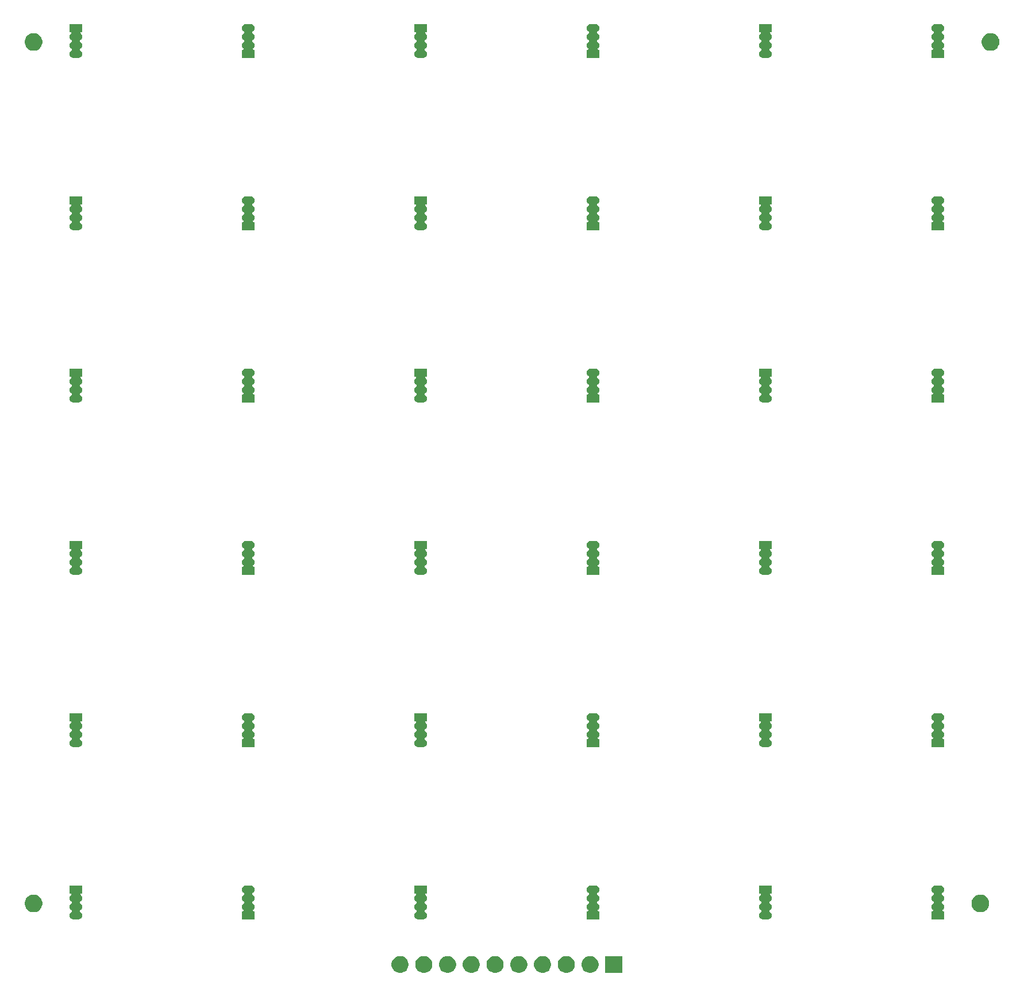
<source format=gbr>
G04 #@! TF.GenerationSoftware,KiCad,Pcbnew,(5.1.5-0-10_14)*
G04 #@! TF.CreationDate,2020-01-26T13:01:26-05:00*
G04 #@! TF.ProjectId,neopixel_array,6e656f70-6978-4656-9c5f-61727261792e,rev?*
G04 #@! TF.SameCoordinates,Original*
G04 #@! TF.FileFunction,Soldermask,Bot*
G04 #@! TF.FilePolarity,Negative*
%FSLAX46Y46*%
G04 Gerber Fmt 4.6, Leading zero omitted, Abs format (unit mm)*
G04 Created by KiCad (PCBNEW (5.1.5-0-10_14)) date 2020-01-26 13:01:26*
%MOMM*%
%LPD*%
G04 APERTURE LIST*
%ADD10C,0.100000*%
G04 APERTURE END LIST*
D10*
G36*
X159251000Y-167251000D02*
G01*
X156749000Y-167251000D01*
X156749000Y-164749000D01*
X159251000Y-164749000D01*
X159251000Y-167251000D01*
G37*
G36*
X154864903Y-164797075D02*
G01*
X155092571Y-164891378D01*
X155297466Y-165028285D01*
X155471715Y-165202534D01*
X155608622Y-165407429D01*
X155702925Y-165635097D01*
X155751000Y-165876787D01*
X155751000Y-166123213D01*
X155702925Y-166364903D01*
X155608622Y-166592571D01*
X155471715Y-166797466D01*
X155297466Y-166971715D01*
X155092571Y-167108622D01*
X155092570Y-167108623D01*
X155092569Y-167108623D01*
X154864903Y-167202925D01*
X154623214Y-167251000D01*
X154376786Y-167251000D01*
X154135097Y-167202925D01*
X153907431Y-167108623D01*
X153907430Y-167108623D01*
X153907429Y-167108622D01*
X153702534Y-166971715D01*
X153528285Y-166797466D01*
X153391378Y-166592571D01*
X153297075Y-166364903D01*
X153249000Y-166123213D01*
X153249000Y-165876787D01*
X153297075Y-165635097D01*
X153391378Y-165407429D01*
X153528285Y-165202534D01*
X153702534Y-165028285D01*
X153907429Y-164891378D01*
X154135097Y-164797075D01*
X154376786Y-164749000D01*
X154623214Y-164749000D01*
X154864903Y-164797075D01*
G37*
G36*
X151364903Y-164797075D02*
G01*
X151592571Y-164891378D01*
X151797466Y-165028285D01*
X151971715Y-165202534D01*
X152108622Y-165407429D01*
X152202925Y-165635097D01*
X152251000Y-165876787D01*
X152251000Y-166123213D01*
X152202925Y-166364903D01*
X152108622Y-166592571D01*
X151971715Y-166797466D01*
X151797466Y-166971715D01*
X151592571Y-167108622D01*
X151592570Y-167108623D01*
X151592569Y-167108623D01*
X151364903Y-167202925D01*
X151123214Y-167251000D01*
X150876786Y-167251000D01*
X150635097Y-167202925D01*
X150407431Y-167108623D01*
X150407430Y-167108623D01*
X150407429Y-167108622D01*
X150202534Y-166971715D01*
X150028285Y-166797466D01*
X149891378Y-166592571D01*
X149797075Y-166364903D01*
X149749000Y-166123213D01*
X149749000Y-165876787D01*
X149797075Y-165635097D01*
X149891378Y-165407429D01*
X150028285Y-165202534D01*
X150202534Y-165028285D01*
X150407429Y-164891378D01*
X150635097Y-164797075D01*
X150876786Y-164749000D01*
X151123214Y-164749000D01*
X151364903Y-164797075D01*
G37*
G36*
X147864903Y-164797075D02*
G01*
X148092571Y-164891378D01*
X148297466Y-165028285D01*
X148471715Y-165202534D01*
X148608622Y-165407429D01*
X148702925Y-165635097D01*
X148751000Y-165876787D01*
X148751000Y-166123213D01*
X148702925Y-166364903D01*
X148608622Y-166592571D01*
X148471715Y-166797466D01*
X148297466Y-166971715D01*
X148092571Y-167108622D01*
X148092570Y-167108623D01*
X148092569Y-167108623D01*
X147864903Y-167202925D01*
X147623214Y-167251000D01*
X147376786Y-167251000D01*
X147135097Y-167202925D01*
X146907431Y-167108623D01*
X146907430Y-167108623D01*
X146907429Y-167108622D01*
X146702534Y-166971715D01*
X146528285Y-166797466D01*
X146391378Y-166592571D01*
X146297075Y-166364903D01*
X146249000Y-166123213D01*
X146249000Y-165876787D01*
X146297075Y-165635097D01*
X146391378Y-165407429D01*
X146528285Y-165202534D01*
X146702534Y-165028285D01*
X146907429Y-164891378D01*
X147135097Y-164797075D01*
X147376786Y-164749000D01*
X147623214Y-164749000D01*
X147864903Y-164797075D01*
G37*
G36*
X144364903Y-164797075D02*
G01*
X144592571Y-164891378D01*
X144797466Y-165028285D01*
X144971715Y-165202534D01*
X145108622Y-165407429D01*
X145202925Y-165635097D01*
X145251000Y-165876787D01*
X145251000Y-166123213D01*
X145202925Y-166364903D01*
X145108622Y-166592571D01*
X144971715Y-166797466D01*
X144797466Y-166971715D01*
X144592571Y-167108622D01*
X144592570Y-167108623D01*
X144592569Y-167108623D01*
X144364903Y-167202925D01*
X144123214Y-167251000D01*
X143876786Y-167251000D01*
X143635097Y-167202925D01*
X143407431Y-167108623D01*
X143407430Y-167108623D01*
X143407429Y-167108622D01*
X143202534Y-166971715D01*
X143028285Y-166797466D01*
X142891378Y-166592571D01*
X142797075Y-166364903D01*
X142749000Y-166123213D01*
X142749000Y-165876787D01*
X142797075Y-165635097D01*
X142891378Y-165407429D01*
X143028285Y-165202534D01*
X143202534Y-165028285D01*
X143407429Y-164891378D01*
X143635097Y-164797075D01*
X143876786Y-164749000D01*
X144123214Y-164749000D01*
X144364903Y-164797075D01*
G37*
G36*
X140864903Y-164797075D02*
G01*
X141092571Y-164891378D01*
X141297466Y-165028285D01*
X141471715Y-165202534D01*
X141608622Y-165407429D01*
X141702925Y-165635097D01*
X141751000Y-165876787D01*
X141751000Y-166123213D01*
X141702925Y-166364903D01*
X141608622Y-166592571D01*
X141471715Y-166797466D01*
X141297466Y-166971715D01*
X141092571Y-167108622D01*
X141092570Y-167108623D01*
X141092569Y-167108623D01*
X140864903Y-167202925D01*
X140623214Y-167251000D01*
X140376786Y-167251000D01*
X140135097Y-167202925D01*
X139907431Y-167108623D01*
X139907430Y-167108623D01*
X139907429Y-167108622D01*
X139702534Y-166971715D01*
X139528285Y-166797466D01*
X139391378Y-166592571D01*
X139297075Y-166364903D01*
X139249000Y-166123213D01*
X139249000Y-165876787D01*
X139297075Y-165635097D01*
X139391378Y-165407429D01*
X139528285Y-165202534D01*
X139702534Y-165028285D01*
X139907429Y-164891378D01*
X140135097Y-164797075D01*
X140376786Y-164749000D01*
X140623214Y-164749000D01*
X140864903Y-164797075D01*
G37*
G36*
X137364903Y-164797075D02*
G01*
X137592571Y-164891378D01*
X137797466Y-165028285D01*
X137971715Y-165202534D01*
X138108622Y-165407429D01*
X138202925Y-165635097D01*
X138251000Y-165876787D01*
X138251000Y-166123213D01*
X138202925Y-166364903D01*
X138108622Y-166592571D01*
X137971715Y-166797466D01*
X137797466Y-166971715D01*
X137592571Y-167108622D01*
X137592570Y-167108623D01*
X137592569Y-167108623D01*
X137364903Y-167202925D01*
X137123214Y-167251000D01*
X136876786Y-167251000D01*
X136635097Y-167202925D01*
X136407431Y-167108623D01*
X136407430Y-167108623D01*
X136407429Y-167108622D01*
X136202534Y-166971715D01*
X136028285Y-166797466D01*
X135891378Y-166592571D01*
X135797075Y-166364903D01*
X135749000Y-166123213D01*
X135749000Y-165876787D01*
X135797075Y-165635097D01*
X135891378Y-165407429D01*
X136028285Y-165202534D01*
X136202534Y-165028285D01*
X136407429Y-164891378D01*
X136635097Y-164797075D01*
X136876786Y-164749000D01*
X137123214Y-164749000D01*
X137364903Y-164797075D01*
G37*
G36*
X133864903Y-164797075D02*
G01*
X134092571Y-164891378D01*
X134297466Y-165028285D01*
X134471715Y-165202534D01*
X134608622Y-165407429D01*
X134702925Y-165635097D01*
X134751000Y-165876787D01*
X134751000Y-166123213D01*
X134702925Y-166364903D01*
X134608622Y-166592571D01*
X134471715Y-166797466D01*
X134297466Y-166971715D01*
X134092571Y-167108622D01*
X134092570Y-167108623D01*
X134092569Y-167108623D01*
X133864903Y-167202925D01*
X133623214Y-167251000D01*
X133376786Y-167251000D01*
X133135097Y-167202925D01*
X132907431Y-167108623D01*
X132907430Y-167108623D01*
X132907429Y-167108622D01*
X132702534Y-166971715D01*
X132528285Y-166797466D01*
X132391378Y-166592571D01*
X132297075Y-166364903D01*
X132249000Y-166123213D01*
X132249000Y-165876787D01*
X132297075Y-165635097D01*
X132391378Y-165407429D01*
X132528285Y-165202534D01*
X132702534Y-165028285D01*
X132907429Y-164891378D01*
X133135097Y-164797075D01*
X133376786Y-164749000D01*
X133623214Y-164749000D01*
X133864903Y-164797075D01*
G37*
G36*
X130364903Y-164797075D02*
G01*
X130592571Y-164891378D01*
X130797466Y-165028285D01*
X130971715Y-165202534D01*
X131108622Y-165407429D01*
X131202925Y-165635097D01*
X131251000Y-165876787D01*
X131251000Y-166123213D01*
X131202925Y-166364903D01*
X131108622Y-166592571D01*
X130971715Y-166797466D01*
X130797466Y-166971715D01*
X130592571Y-167108622D01*
X130592570Y-167108623D01*
X130592569Y-167108623D01*
X130364903Y-167202925D01*
X130123214Y-167251000D01*
X129876786Y-167251000D01*
X129635097Y-167202925D01*
X129407431Y-167108623D01*
X129407430Y-167108623D01*
X129407429Y-167108622D01*
X129202534Y-166971715D01*
X129028285Y-166797466D01*
X128891378Y-166592571D01*
X128797075Y-166364903D01*
X128749000Y-166123213D01*
X128749000Y-165876787D01*
X128797075Y-165635097D01*
X128891378Y-165407429D01*
X129028285Y-165202534D01*
X129202534Y-165028285D01*
X129407429Y-164891378D01*
X129635097Y-164797075D01*
X129876786Y-164749000D01*
X130123214Y-164749000D01*
X130364903Y-164797075D01*
G37*
G36*
X126864903Y-164797075D02*
G01*
X127092571Y-164891378D01*
X127297466Y-165028285D01*
X127471715Y-165202534D01*
X127608622Y-165407429D01*
X127702925Y-165635097D01*
X127751000Y-165876787D01*
X127751000Y-166123213D01*
X127702925Y-166364903D01*
X127608622Y-166592571D01*
X127471715Y-166797466D01*
X127297466Y-166971715D01*
X127092571Y-167108622D01*
X127092570Y-167108623D01*
X127092569Y-167108623D01*
X126864903Y-167202925D01*
X126623214Y-167251000D01*
X126376786Y-167251000D01*
X126135097Y-167202925D01*
X125907431Y-167108623D01*
X125907430Y-167108623D01*
X125907429Y-167108622D01*
X125702534Y-166971715D01*
X125528285Y-166797466D01*
X125391378Y-166592571D01*
X125297075Y-166364903D01*
X125249000Y-166123213D01*
X125249000Y-165876787D01*
X125297075Y-165635097D01*
X125391378Y-165407429D01*
X125528285Y-165202534D01*
X125702534Y-165028285D01*
X125907429Y-164891378D01*
X126135097Y-164797075D01*
X126376786Y-164749000D01*
X126623214Y-164749000D01*
X126864903Y-164797075D01*
G37*
G36*
X206162482Y-154356826D02*
G01*
X206219876Y-154362479D01*
X206293517Y-154384818D01*
X206330338Y-154395987D01*
X206432140Y-154450402D01*
X206521370Y-154523630D01*
X206594598Y-154612860D01*
X206649013Y-154714662D01*
X206649013Y-154714663D01*
X206682521Y-154825124D01*
X206693835Y-154940000D01*
X206682521Y-155054876D01*
X206660182Y-155128517D01*
X206649013Y-155165338D01*
X206594598Y-155267140D01*
X206521370Y-155356370D01*
X206432140Y-155429598D01*
X206366355Y-155464761D01*
X206345981Y-155478375D01*
X206328654Y-155495702D01*
X206315040Y-155516076D01*
X206305663Y-155538715D01*
X206300883Y-155562749D01*
X206300883Y-155587253D01*
X206305664Y-155611286D01*
X206315041Y-155633925D01*
X206328655Y-155654299D01*
X206345982Y-155671626D01*
X206366355Y-155685239D01*
X206432140Y-155720402D01*
X206521370Y-155793630D01*
X206594598Y-155882860D01*
X206649013Y-155984662D01*
X206649013Y-155984663D01*
X206682521Y-156095124D01*
X206693835Y-156210000D01*
X206682521Y-156324876D01*
X206664663Y-156383745D01*
X206649013Y-156435338D01*
X206594598Y-156537140D01*
X206521370Y-156626370D01*
X206432140Y-156699598D01*
X206366355Y-156734761D01*
X206345981Y-156748375D01*
X206328654Y-156765702D01*
X206315040Y-156786076D01*
X206305663Y-156808715D01*
X206300883Y-156832749D01*
X206300883Y-156857253D01*
X206305664Y-156881286D01*
X206315041Y-156903925D01*
X206328655Y-156924299D01*
X206345982Y-156941626D01*
X206366355Y-156955239D01*
X206432140Y-156990402D01*
X206521370Y-157063630D01*
X206594598Y-157152860D01*
X206649013Y-157254662D01*
X206649013Y-157254663D01*
X206682521Y-157365124D01*
X206693835Y-157480000D01*
X206682521Y-157594876D01*
X206660182Y-157668517D01*
X206649013Y-157705338D01*
X206594598Y-157807140D01*
X206521370Y-157896370D01*
X206465311Y-157942375D01*
X206447984Y-157959702D01*
X206434370Y-157980076D01*
X206424993Y-158002715D01*
X206420212Y-158026748D01*
X206420212Y-158051252D01*
X206424992Y-158075285D01*
X206434369Y-158097924D01*
X206447983Y-158118299D01*
X206465310Y-158135626D01*
X206485684Y-158149240D01*
X206508323Y-158158617D01*
X206532356Y-158163398D01*
X206544609Y-158164000D01*
X206691000Y-158164000D01*
X206691000Y-159336000D01*
X204789000Y-159336000D01*
X204789000Y-158164000D01*
X204935391Y-158164000D01*
X204959777Y-158161598D01*
X204983226Y-158154485D01*
X205004837Y-158142934D01*
X205023779Y-158127389D01*
X205039324Y-158108447D01*
X205050875Y-158086836D01*
X205057988Y-158063387D01*
X205060390Y-158039001D01*
X205057988Y-158014615D01*
X205050875Y-157991166D01*
X205039324Y-157969555D01*
X205023779Y-157950613D01*
X205014689Y-157942375D01*
X204958630Y-157896370D01*
X204885402Y-157807140D01*
X204830987Y-157705338D01*
X204819818Y-157668517D01*
X204797479Y-157594876D01*
X204786165Y-157480000D01*
X204797479Y-157365124D01*
X204830987Y-157254663D01*
X204830987Y-157254662D01*
X204885402Y-157152860D01*
X204958630Y-157063630D01*
X205047860Y-156990402D01*
X205113645Y-156955239D01*
X205134019Y-156941625D01*
X205151346Y-156924298D01*
X205164960Y-156903924D01*
X205174337Y-156881285D01*
X205179117Y-156857251D01*
X205179117Y-156832747D01*
X205174336Y-156808714D01*
X205164959Y-156786075D01*
X205151345Y-156765701D01*
X205134018Y-156748374D01*
X205113645Y-156734761D01*
X205047860Y-156699598D01*
X204958630Y-156626370D01*
X204885402Y-156537140D01*
X204830987Y-156435338D01*
X204815337Y-156383745D01*
X204797479Y-156324876D01*
X204786165Y-156210000D01*
X204797479Y-156095124D01*
X204830987Y-155984663D01*
X204830987Y-155984662D01*
X204885402Y-155882860D01*
X204958630Y-155793630D01*
X205047860Y-155720402D01*
X205113645Y-155685239D01*
X205134019Y-155671625D01*
X205151346Y-155654298D01*
X205164960Y-155633924D01*
X205174337Y-155611285D01*
X205179117Y-155587251D01*
X205179117Y-155562747D01*
X205174336Y-155538714D01*
X205164959Y-155516075D01*
X205151345Y-155495701D01*
X205134018Y-155478374D01*
X205113645Y-155464761D01*
X205047860Y-155429598D01*
X204958630Y-155356370D01*
X204885402Y-155267140D01*
X204830987Y-155165338D01*
X204819818Y-155128517D01*
X204797479Y-155054876D01*
X204786165Y-154940000D01*
X204797479Y-154825124D01*
X204830987Y-154714663D01*
X204830987Y-154714662D01*
X204885402Y-154612860D01*
X204958630Y-154523630D01*
X205047860Y-154450402D01*
X205149662Y-154395987D01*
X205186483Y-154384818D01*
X205260124Y-154362479D01*
X205317518Y-154356826D01*
X205346214Y-154354000D01*
X206133786Y-154354000D01*
X206162482Y-154356826D01*
G37*
G36*
X181291000Y-155526000D02*
G01*
X181144609Y-155526000D01*
X181120223Y-155528402D01*
X181096774Y-155535515D01*
X181075163Y-155547066D01*
X181056221Y-155562611D01*
X181040676Y-155581553D01*
X181029125Y-155603164D01*
X181022012Y-155626613D01*
X181019610Y-155650999D01*
X181022012Y-155675385D01*
X181029125Y-155698834D01*
X181040676Y-155720445D01*
X181056221Y-155739387D01*
X181065311Y-155747625D01*
X181121370Y-155793630D01*
X181194598Y-155882860D01*
X181249013Y-155984662D01*
X181249013Y-155984663D01*
X181282521Y-156095124D01*
X181293835Y-156210000D01*
X181282521Y-156324876D01*
X181264663Y-156383745D01*
X181249013Y-156435338D01*
X181194598Y-156537140D01*
X181121370Y-156626370D01*
X181032140Y-156699598D01*
X180966355Y-156734761D01*
X180945981Y-156748375D01*
X180928654Y-156765702D01*
X180915040Y-156786076D01*
X180905663Y-156808715D01*
X180900883Y-156832749D01*
X180900883Y-156857253D01*
X180905664Y-156881286D01*
X180915041Y-156903925D01*
X180928655Y-156924299D01*
X180945982Y-156941626D01*
X180966355Y-156955239D01*
X181032140Y-156990402D01*
X181121370Y-157063630D01*
X181194598Y-157152860D01*
X181249013Y-157254662D01*
X181249013Y-157254663D01*
X181282521Y-157365124D01*
X181293835Y-157480000D01*
X181282521Y-157594876D01*
X181260182Y-157668517D01*
X181249013Y-157705338D01*
X181194598Y-157807140D01*
X181121370Y-157896370D01*
X181032140Y-157969598D01*
X180966355Y-158004761D01*
X180945981Y-158018375D01*
X180928654Y-158035702D01*
X180915040Y-158056076D01*
X180905663Y-158078715D01*
X180900883Y-158102749D01*
X180900883Y-158127253D01*
X180905664Y-158151286D01*
X180915041Y-158173925D01*
X180928655Y-158194299D01*
X180945982Y-158211626D01*
X180966355Y-158225239D01*
X181032140Y-158260402D01*
X181121370Y-158333630D01*
X181194598Y-158422860D01*
X181249013Y-158524662D01*
X181249013Y-158524663D01*
X181282521Y-158635124D01*
X181293835Y-158750000D01*
X181282521Y-158864876D01*
X181260182Y-158938517D01*
X181249013Y-158975338D01*
X181194598Y-159077140D01*
X181121370Y-159166370D01*
X181032140Y-159239598D01*
X180930338Y-159294013D01*
X180893517Y-159305182D01*
X180819876Y-159327521D01*
X180762482Y-159333174D01*
X180733786Y-159336000D01*
X179946214Y-159336000D01*
X179917518Y-159333174D01*
X179860124Y-159327521D01*
X179786483Y-159305182D01*
X179749662Y-159294013D01*
X179647860Y-159239598D01*
X179558630Y-159166370D01*
X179485402Y-159077140D01*
X179430987Y-158975338D01*
X179419818Y-158938517D01*
X179397479Y-158864876D01*
X179386165Y-158750000D01*
X179397479Y-158635124D01*
X179430987Y-158524663D01*
X179430987Y-158524662D01*
X179485402Y-158422860D01*
X179558630Y-158333630D01*
X179647860Y-158260402D01*
X179713645Y-158225239D01*
X179734019Y-158211625D01*
X179751346Y-158194298D01*
X179764960Y-158173924D01*
X179774337Y-158151285D01*
X179779117Y-158127251D01*
X179779117Y-158102747D01*
X179774336Y-158078714D01*
X179764959Y-158056075D01*
X179751345Y-158035701D01*
X179734018Y-158018374D01*
X179713645Y-158004761D01*
X179647860Y-157969598D01*
X179558630Y-157896370D01*
X179485402Y-157807140D01*
X179430987Y-157705338D01*
X179419818Y-157668517D01*
X179397479Y-157594876D01*
X179386165Y-157480000D01*
X179397479Y-157365124D01*
X179430987Y-157254663D01*
X179430987Y-157254662D01*
X179485402Y-157152860D01*
X179558630Y-157063630D01*
X179647860Y-156990402D01*
X179713645Y-156955239D01*
X179734019Y-156941625D01*
X179751346Y-156924298D01*
X179764960Y-156903924D01*
X179774337Y-156881285D01*
X179779117Y-156857251D01*
X179779117Y-156832747D01*
X179774336Y-156808714D01*
X179764959Y-156786075D01*
X179751345Y-156765701D01*
X179734018Y-156748374D01*
X179713645Y-156734761D01*
X179647860Y-156699598D01*
X179558630Y-156626370D01*
X179485402Y-156537140D01*
X179430987Y-156435338D01*
X179415337Y-156383745D01*
X179397479Y-156324876D01*
X179386165Y-156210000D01*
X179397479Y-156095124D01*
X179430987Y-155984663D01*
X179430987Y-155984662D01*
X179485402Y-155882860D01*
X179558630Y-155793630D01*
X179614689Y-155747625D01*
X179632016Y-155730298D01*
X179645630Y-155709924D01*
X179655007Y-155687285D01*
X179659788Y-155663252D01*
X179659788Y-155638748D01*
X179655008Y-155614715D01*
X179645631Y-155592076D01*
X179632017Y-155571701D01*
X179614690Y-155554374D01*
X179594316Y-155540760D01*
X179571677Y-155531383D01*
X179547644Y-155526602D01*
X179535391Y-155526000D01*
X179389000Y-155526000D01*
X179389000Y-154354000D01*
X181291000Y-154354000D01*
X181291000Y-155526000D01*
G37*
G36*
X155362482Y-154356826D02*
G01*
X155419876Y-154362479D01*
X155493517Y-154384818D01*
X155530338Y-154395987D01*
X155632140Y-154450402D01*
X155721370Y-154523630D01*
X155794598Y-154612860D01*
X155849013Y-154714662D01*
X155849013Y-154714663D01*
X155882521Y-154825124D01*
X155893835Y-154940000D01*
X155882521Y-155054876D01*
X155860182Y-155128517D01*
X155849013Y-155165338D01*
X155794598Y-155267140D01*
X155721370Y-155356370D01*
X155632140Y-155429598D01*
X155566355Y-155464761D01*
X155545981Y-155478375D01*
X155528654Y-155495702D01*
X155515040Y-155516076D01*
X155505663Y-155538715D01*
X155500883Y-155562749D01*
X155500883Y-155587253D01*
X155505664Y-155611286D01*
X155515041Y-155633925D01*
X155528655Y-155654299D01*
X155545982Y-155671626D01*
X155566355Y-155685239D01*
X155632140Y-155720402D01*
X155721370Y-155793630D01*
X155794598Y-155882860D01*
X155849013Y-155984662D01*
X155849013Y-155984663D01*
X155882521Y-156095124D01*
X155893835Y-156210000D01*
X155882521Y-156324876D01*
X155864663Y-156383745D01*
X155849013Y-156435338D01*
X155794598Y-156537140D01*
X155721370Y-156626370D01*
X155632140Y-156699598D01*
X155566355Y-156734761D01*
X155545981Y-156748375D01*
X155528654Y-156765702D01*
X155515040Y-156786076D01*
X155505663Y-156808715D01*
X155500883Y-156832749D01*
X155500883Y-156857253D01*
X155505664Y-156881286D01*
X155515041Y-156903925D01*
X155528655Y-156924299D01*
X155545982Y-156941626D01*
X155566355Y-156955239D01*
X155632140Y-156990402D01*
X155721370Y-157063630D01*
X155794598Y-157152860D01*
X155849013Y-157254662D01*
X155849013Y-157254663D01*
X155882521Y-157365124D01*
X155893835Y-157480000D01*
X155882521Y-157594876D01*
X155860182Y-157668517D01*
X155849013Y-157705338D01*
X155794598Y-157807140D01*
X155721370Y-157896370D01*
X155665311Y-157942375D01*
X155647984Y-157959702D01*
X155634370Y-157980076D01*
X155624993Y-158002715D01*
X155620212Y-158026748D01*
X155620212Y-158051252D01*
X155624992Y-158075285D01*
X155634369Y-158097924D01*
X155647983Y-158118299D01*
X155665310Y-158135626D01*
X155685684Y-158149240D01*
X155708323Y-158158617D01*
X155732356Y-158163398D01*
X155744609Y-158164000D01*
X155891000Y-158164000D01*
X155891000Y-159336000D01*
X153989000Y-159336000D01*
X153989000Y-158164000D01*
X154135391Y-158164000D01*
X154159777Y-158161598D01*
X154183226Y-158154485D01*
X154204837Y-158142934D01*
X154223779Y-158127389D01*
X154239324Y-158108447D01*
X154250875Y-158086836D01*
X154257988Y-158063387D01*
X154260390Y-158039001D01*
X154257988Y-158014615D01*
X154250875Y-157991166D01*
X154239324Y-157969555D01*
X154223779Y-157950613D01*
X154214689Y-157942375D01*
X154158630Y-157896370D01*
X154085402Y-157807140D01*
X154030987Y-157705338D01*
X154019818Y-157668517D01*
X153997479Y-157594876D01*
X153986165Y-157480000D01*
X153997479Y-157365124D01*
X154030987Y-157254663D01*
X154030987Y-157254662D01*
X154085402Y-157152860D01*
X154158630Y-157063630D01*
X154247860Y-156990402D01*
X154313645Y-156955239D01*
X154334019Y-156941625D01*
X154351346Y-156924298D01*
X154364960Y-156903924D01*
X154374337Y-156881285D01*
X154379117Y-156857251D01*
X154379117Y-156832747D01*
X154374336Y-156808714D01*
X154364959Y-156786075D01*
X154351345Y-156765701D01*
X154334018Y-156748374D01*
X154313645Y-156734761D01*
X154247860Y-156699598D01*
X154158630Y-156626370D01*
X154085402Y-156537140D01*
X154030987Y-156435338D01*
X154015337Y-156383745D01*
X153997479Y-156324876D01*
X153986165Y-156210000D01*
X153997479Y-156095124D01*
X154030987Y-155984663D01*
X154030987Y-155984662D01*
X154085402Y-155882860D01*
X154158630Y-155793630D01*
X154247860Y-155720402D01*
X154313645Y-155685239D01*
X154334019Y-155671625D01*
X154351346Y-155654298D01*
X154364960Y-155633924D01*
X154374337Y-155611285D01*
X154379117Y-155587251D01*
X154379117Y-155562747D01*
X154374336Y-155538714D01*
X154364959Y-155516075D01*
X154351345Y-155495701D01*
X154334018Y-155478374D01*
X154313645Y-155464761D01*
X154247860Y-155429598D01*
X154158630Y-155356370D01*
X154085402Y-155267140D01*
X154030987Y-155165338D01*
X154019818Y-155128517D01*
X153997479Y-155054876D01*
X153986165Y-154940000D01*
X153997479Y-154825124D01*
X154030987Y-154714663D01*
X154030987Y-154714662D01*
X154085402Y-154612860D01*
X154158630Y-154523630D01*
X154247860Y-154450402D01*
X154349662Y-154395987D01*
X154386483Y-154384818D01*
X154460124Y-154362479D01*
X154517518Y-154356826D01*
X154546214Y-154354000D01*
X155333786Y-154354000D01*
X155362482Y-154356826D01*
G37*
G36*
X130491000Y-155526000D02*
G01*
X130344609Y-155526000D01*
X130320223Y-155528402D01*
X130296774Y-155535515D01*
X130275163Y-155547066D01*
X130256221Y-155562611D01*
X130240676Y-155581553D01*
X130229125Y-155603164D01*
X130222012Y-155626613D01*
X130219610Y-155650999D01*
X130222012Y-155675385D01*
X130229125Y-155698834D01*
X130240676Y-155720445D01*
X130256221Y-155739387D01*
X130265311Y-155747625D01*
X130321370Y-155793630D01*
X130394598Y-155882860D01*
X130449013Y-155984662D01*
X130449013Y-155984663D01*
X130482521Y-156095124D01*
X130493835Y-156210000D01*
X130482521Y-156324876D01*
X130464663Y-156383745D01*
X130449013Y-156435338D01*
X130394598Y-156537140D01*
X130321370Y-156626370D01*
X130232140Y-156699598D01*
X130166355Y-156734761D01*
X130145981Y-156748375D01*
X130128654Y-156765702D01*
X130115040Y-156786076D01*
X130105663Y-156808715D01*
X130100883Y-156832749D01*
X130100883Y-156857253D01*
X130105664Y-156881286D01*
X130115041Y-156903925D01*
X130128655Y-156924299D01*
X130145982Y-156941626D01*
X130166355Y-156955239D01*
X130232140Y-156990402D01*
X130321370Y-157063630D01*
X130394598Y-157152860D01*
X130449013Y-157254662D01*
X130449013Y-157254663D01*
X130482521Y-157365124D01*
X130493835Y-157480000D01*
X130482521Y-157594876D01*
X130460182Y-157668517D01*
X130449013Y-157705338D01*
X130394598Y-157807140D01*
X130321370Y-157896370D01*
X130232140Y-157969598D01*
X130166355Y-158004761D01*
X130145981Y-158018375D01*
X130128654Y-158035702D01*
X130115040Y-158056076D01*
X130105663Y-158078715D01*
X130100883Y-158102749D01*
X130100883Y-158127253D01*
X130105664Y-158151286D01*
X130115041Y-158173925D01*
X130128655Y-158194299D01*
X130145982Y-158211626D01*
X130166355Y-158225239D01*
X130232140Y-158260402D01*
X130321370Y-158333630D01*
X130394598Y-158422860D01*
X130449013Y-158524662D01*
X130449013Y-158524663D01*
X130482521Y-158635124D01*
X130493835Y-158750000D01*
X130482521Y-158864876D01*
X130460182Y-158938517D01*
X130449013Y-158975338D01*
X130394598Y-159077140D01*
X130321370Y-159166370D01*
X130232140Y-159239598D01*
X130130338Y-159294013D01*
X130093517Y-159305182D01*
X130019876Y-159327521D01*
X129962482Y-159333174D01*
X129933786Y-159336000D01*
X129146214Y-159336000D01*
X129117518Y-159333174D01*
X129060124Y-159327521D01*
X128986483Y-159305182D01*
X128949662Y-159294013D01*
X128847860Y-159239598D01*
X128758630Y-159166370D01*
X128685402Y-159077140D01*
X128630987Y-158975338D01*
X128619818Y-158938517D01*
X128597479Y-158864876D01*
X128586165Y-158750000D01*
X128597479Y-158635124D01*
X128630987Y-158524663D01*
X128630987Y-158524662D01*
X128685402Y-158422860D01*
X128758630Y-158333630D01*
X128847860Y-158260402D01*
X128913645Y-158225239D01*
X128934019Y-158211625D01*
X128951346Y-158194298D01*
X128964960Y-158173924D01*
X128974337Y-158151285D01*
X128979117Y-158127251D01*
X128979117Y-158102747D01*
X128974336Y-158078714D01*
X128964959Y-158056075D01*
X128951345Y-158035701D01*
X128934018Y-158018374D01*
X128913645Y-158004761D01*
X128847860Y-157969598D01*
X128758630Y-157896370D01*
X128685402Y-157807140D01*
X128630987Y-157705338D01*
X128619818Y-157668517D01*
X128597479Y-157594876D01*
X128586165Y-157480000D01*
X128597479Y-157365124D01*
X128630987Y-157254663D01*
X128630987Y-157254662D01*
X128685402Y-157152860D01*
X128758630Y-157063630D01*
X128847860Y-156990402D01*
X128913645Y-156955239D01*
X128934019Y-156941625D01*
X128951346Y-156924298D01*
X128964960Y-156903924D01*
X128974337Y-156881285D01*
X128979117Y-156857251D01*
X128979117Y-156832747D01*
X128974336Y-156808714D01*
X128964959Y-156786075D01*
X128951345Y-156765701D01*
X128934018Y-156748374D01*
X128913645Y-156734761D01*
X128847860Y-156699598D01*
X128758630Y-156626370D01*
X128685402Y-156537140D01*
X128630987Y-156435338D01*
X128615337Y-156383745D01*
X128597479Y-156324876D01*
X128586165Y-156210000D01*
X128597479Y-156095124D01*
X128630987Y-155984663D01*
X128630987Y-155984662D01*
X128685402Y-155882860D01*
X128758630Y-155793630D01*
X128814689Y-155747625D01*
X128832016Y-155730298D01*
X128845630Y-155709924D01*
X128855007Y-155687285D01*
X128859788Y-155663252D01*
X128859788Y-155638748D01*
X128855008Y-155614715D01*
X128845631Y-155592076D01*
X128832017Y-155571701D01*
X128814690Y-155554374D01*
X128794316Y-155540760D01*
X128771677Y-155531383D01*
X128747644Y-155526602D01*
X128735391Y-155526000D01*
X128589000Y-155526000D01*
X128589000Y-154354000D01*
X130491000Y-154354000D01*
X130491000Y-155526000D01*
G37*
G36*
X104562482Y-154356826D02*
G01*
X104619876Y-154362479D01*
X104693517Y-154384818D01*
X104730338Y-154395987D01*
X104832140Y-154450402D01*
X104921370Y-154523630D01*
X104994598Y-154612860D01*
X105049013Y-154714662D01*
X105049013Y-154714663D01*
X105082521Y-154825124D01*
X105093835Y-154940000D01*
X105082521Y-155054876D01*
X105060182Y-155128517D01*
X105049013Y-155165338D01*
X104994598Y-155267140D01*
X104921370Y-155356370D01*
X104832140Y-155429598D01*
X104766355Y-155464761D01*
X104745981Y-155478375D01*
X104728654Y-155495702D01*
X104715040Y-155516076D01*
X104705663Y-155538715D01*
X104700883Y-155562749D01*
X104700883Y-155587253D01*
X104705664Y-155611286D01*
X104715041Y-155633925D01*
X104728655Y-155654299D01*
X104745982Y-155671626D01*
X104766355Y-155685239D01*
X104832140Y-155720402D01*
X104921370Y-155793630D01*
X104994598Y-155882860D01*
X105049013Y-155984662D01*
X105049013Y-155984663D01*
X105082521Y-156095124D01*
X105093835Y-156210000D01*
X105082521Y-156324876D01*
X105064663Y-156383745D01*
X105049013Y-156435338D01*
X104994598Y-156537140D01*
X104921370Y-156626370D01*
X104832140Y-156699598D01*
X104766355Y-156734761D01*
X104745981Y-156748375D01*
X104728654Y-156765702D01*
X104715040Y-156786076D01*
X104705663Y-156808715D01*
X104700883Y-156832749D01*
X104700883Y-156857253D01*
X104705664Y-156881286D01*
X104715041Y-156903925D01*
X104728655Y-156924299D01*
X104745982Y-156941626D01*
X104766355Y-156955239D01*
X104832140Y-156990402D01*
X104921370Y-157063630D01*
X104994598Y-157152860D01*
X105049013Y-157254662D01*
X105049013Y-157254663D01*
X105082521Y-157365124D01*
X105093835Y-157480000D01*
X105082521Y-157594876D01*
X105060182Y-157668517D01*
X105049013Y-157705338D01*
X104994598Y-157807140D01*
X104921370Y-157896370D01*
X104865311Y-157942375D01*
X104847984Y-157959702D01*
X104834370Y-157980076D01*
X104824993Y-158002715D01*
X104820212Y-158026748D01*
X104820212Y-158051252D01*
X104824992Y-158075285D01*
X104834369Y-158097924D01*
X104847983Y-158118299D01*
X104865310Y-158135626D01*
X104885684Y-158149240D01*
X104908323Y-158158617D01*
X104932356Y-158163398D01*
X104944609Y-158164000D01*
X105091000Y-158164000D01*
X105091000Y-159336000D01*
X103189000Y-159336000D01*
X103189000Y-158164000D01*
X103335391Y-158164000D01*
X103359777Y-158161598D01*
X103383226Y-158154485D01*
X103404837Y-158142934D01*
X103423779Y-158127389D01*
X103439324Y-158108447D01*
X103450875Y-158086836D01*
X103457988Y-158063387D01*
X103460390Y-158039001D01*
X103457988Y-158014615D01*
X103450875Y-157991166D01*
X103439324Y-157969555D01*
X103423779Y-157950613D01*
X103414689Y-157942375D01*
X103358630Y-157896370D01*
X103285402Y-157807140D01*
X103230987Y-157705338D01*
X103219818Y-157668517D01*
X103197479Y-157594876D01*
X103186165Y-157480000D01*
X103197479Y-157365124D01*
X103230987Y-157254663D01*
X103230987Y-157254662D01*
X103285402Y-157152860D01*
X103358630Y-157063630D01*
X103447860Y-156990402D01*
X103513645Y-156955239D01*
X103534019Y-156941625D01*
X103551346Y-156924298D01*
X103564960Y-156903924D01*
X103574337Y-156881285D01*
X103579117Y-156857251D01*
X103579117Y-156832747D01*
X103574336Y-156808714D01*
X103564959Y-156786075D01*
X103551345Y-156765701D01*
X103534018Y-156748374D01*
X103513645Y-156734761D01*
X103447860Y-156699598D01*
X103358630Y-156626370D01*
X103285402Y-156537140D01*
X103230987Y-156435338D01*
X103215337Y-156383745D01*
X103197479Y-156324876D01*
X103186165Y-156210000D01*
X103197479Y-156095124D01*
X103230987Y-155984663D01*
X103230987Y-155984662D01*
X103285402Y-155882860D01*
X103358630Y-155793630D01*
X103447860Y-155720402D01*
X103513645Y-155685239D01*
X103534019Y-155671625D01*
X103551346Y-155654298D01*
X103564960Y-155633924D01*
X103574337Y-155611285D01*
X103579117Y-155587251D01*
X103579117Y-155562747D01*
X103574336Y-155538714D01*
X103564959Y-155516075D01*
X103551345Y-155495701D01*
X103534018Y-155478374D01*
X103513645Y-155464761D01*
X103447860Y-155429598D01*
X103358630Y-155356370D01*
X103285402Y-155267140D01*
X103230987Y-155165338D01*
X103219818Y-155128517D01*
X103197479Y-155054876D01*
X103186165Y-154940000D01*
X103197479Y-154825124D01*
X103230987Y-154714663D01*
X103230987Y-154714662D01*
X103285402Y-154612860D01*
X103358630Y-154523630D01*
X103447860Y-154450402D01*
X103549662Y-154395987D01*
X103586483Y-154384818D01*
X103660124Y-154362479D01*
X103717518Y-154356826D01*
X103746214Y-154354000D01*
X104533786Y-154354000D01*
X104562482Y-154356826D01*
G37*
G36*
X79691000Y-155526000D02*
G01*
X79544609Y-155526000D01*
X79520223Y-155528402D01*
X79496774Y-155535515D01*
X79475163Y-155547066D01*
X79456221Y-155562611D01*
X79440676Y-155581553D01*
X79429125Y-155603164D01*
X79422012Y-155626613D01*
X79419610Y-155650999D01*
X79422012Y-155675385D01*
X79429125Y-155698834D01*
X79440676Y-155720445D01*
X79456221Y-155739387D01*
X79465311Y-155747625D01*
X79521370Y-155793630D01*
X79594598Y-155882860D01*
X79649013Y-155984662D01*
X79649013Y-155984663D01*
X79682521Y-156095124D01*
X79693835Y-156210000D01*
X79682521Y-156324876D01*
X79664663Y-156383745D01*
X79649013Y-156435338D01*
X79594598Y-156537140D01*
X79521370Y-156626370D01*
X79432140Y-156699598D01*
X79366355Y-156734761D01*
X79345981Y-156748375D01*
X79328654Y-156765702D01*
X79315040Y-156786076D01*
X79305663Y-156808715D01*
X79300883Y-156832749D01*
X79300883Y-156857253D01*
X79305664Y-156881286D01*
X79315041Y-156903925D01*
X79328655Y-156924299D01*
X79345982Y-156941626D01*
X79366355Y-156955239D01*
X79432140Y-156990402D01*
X79521370Y-157063630D01*
X79594598Y-157152860D01*
X79649013Y-157254662D01*
X79649013Y-157254663D01*
X79682521Y-157365124D01*
X79693835Y-157480000D01*
X79682521Y-157594876D01*
X79660182Y-157668517D01*
X79649013Y-157705338D01*
X79594598Y-157807140D01*
X79521370Y-157896370D01*
X79432140Y-157969598D01*
X79366355Y-158004761D01*
X79345981Y-158018375D01*
X79328654Y-158035702D01*
X79315040Y-158056076D01*
X79305663Y-158078715D01*
X79300883Y-158102749D01*
X79300883Y-158127253D01*
X79305664Y-158151286D01*
X79315041Y-158173925D01*
X79328655Y-158194299D01*
X79345982Y-158211626D01*
X79366355Y-158225239D01*
X79432140Y-158260402D01*
X79521370Y-158333630D01*
X79594598Y-158422860D01*
X79649013Y-158524662D01*
X79649013Y-158524663D01*
X79682521Y-158635124D01*
X79693835Y-158750000D01*
X79682521Y-158864876D01*
X79660182Y-158938517D01*
X79649013Y-158975338D01*
X79594598Y-159077140D01*
X79521370Y-159166370D01*
X79432140Y-159239598D01*
X79330338Y-159294013D01*
X79293517Y-159305182D01*
X79219876Y-159327521D01*
X79162482Y-159333174D01*
X79133786Y-159336000D01*
X78346214Y-159336000D01*
X78317518Y-159333174D01*
X78260124Y-159327521D01*
X78186483Y-159305182D01*
X78149662Y-159294013D01*
X78047860Y-159239598D01*
X77958630Y-159166370D01*
X77885402Y-159077140D01*
X77830987Y-158975338D01*
X77819818Y-158938517D01*
X77797479Y-158864876D01*
X77786165Y-158750000D01*
X77797479Y-158635124D01*
X77830987Y-158524663D01*
X77830987Y-158524662D01*
X77885402Y-158422860D01*
X77958630Y-158333630D01*
X78047860Y-158260402D01*
X78113645Y-158225239D01*
X78134019Y-158211625D01*
X78151346Y-158194298D01*
X78164960Y-158173924D01*
X78174337Y-158151285D01*
X78179117Y-158127251D01*
X78179117Y-158102747D01*
X78174336Y-158078714D01*
X78164959Y-158056075D01*
X78151345Y-158035701D01*
X78134018Y-158018374D01*
X78113645Y-158004761D01*
X78047860Y-157969598D01*
X77958630Y-157896370D01*
X77885402Y-157807140D01*
X77830987Y-157705338D01*
X77819818Y-157668517D01*
X77797479Y-157594876D01*
X77786165Y-157480000D01*
X77797479Y-157365124D01*
X77830987Y-157254663D01*
X77830987Y-157254662D01*
X77885402Y-157152860D01*
X77958630Y-157063630D01*
X78047860Y-156990402D01*
X78113645Y-156955239D01*
X78134019Y-156941625D01*
X78151346Y-156924298D01*
X78164960Y-156903924D01*
X78174337Y-156881285D01*
X78179117Y-156857251D01*
X78179117Y-156832747D01*
X78174336Y-156808714D01*
X78164959Y-156786075D01*
X78151345Y-156765701D01*
X78134018Y-156748374D01*
X78113645Y-156734761D01*
X78047860Y-156699598D01*
X77958630Y-156626370D01*
X77885402Y-156537140D01*
X77830987Y-156435338D01*
X77815337Y-156383745D01*
X77797479Y-156324876D01*
X77786165Y-156210000D01*
X77797479Y-156095124D01*
X77830987Y-155984663D01*
X77830987Y-155984662D01*
X77885402Y-155882860D01*
X77958630Y-155793630D01*
X78014689Y-155747625D01*
X78032016Y-155730298D01*
X78045630Y-155709924D01*
X78055007Y-155687285D01*
X78059788Y-155663252D01*
X78059788Y-155638748D01*
X78055008Y-155614715D01*
X78045631Y-155592076D01*
X78032017Y-155571701D01*
X78014690Y-155554374D01*
X77994316Y-155540760D01*
X77971677Y-155531383D01*
X77947644Y-155526602D01*
X77935391Y-155526000D01*
X77789000Y-155526000D01*
X77789000Y-154354000D01*
X79691000Y-154354000D01*
X79691000Y-155526000D01*
G37*
G36*
X212379487Y-155748996D02*
G01*
X212616253Y-155847068D01*
X212616255Y-155847069D01*
X212829339Y-155989447D01*
X213010553Y-156170661D01*
X213113595Y-156324874D01*
X213152932Y-156383747D01*
X213251004Y-156620513D01*
X213301000Y-156871861D01*
X213301000Y-157128139D01*
X213251004Y-157379487D01*
X213152932Y-157616253D01*
X213152931Y-157616255D01*
X213010553Y-157829339D01*
X212829339Y-158010553D01*
X212616255Y-158152931D01*
X212616254Y-158152932D01*
X212616253Y-158152932D01*
X212379487Y-158251004D01*
X212128139Y-158301000D01*
X211871861Y-158301000D01*
X211620513Y-158251004D01*
X211383747Y-158152932D01*
X211383746Y-158152932D01*
X211383745Y-158152931D01*
X211170661Y-158010553D01*
X210989447Y-157829339D01*
X210847069Y-157616255D01*
X210847068Y-157616253D01*
X210748996Y-157379487D01*
X210699000Y-157128139D01*
X210699000Y-156871861D01*
X210748996Y-156620513D01*
X210847068Y-156383747D01*
X210886406Y-156324874D01*
X210989447Y-156170661D01*
X211170661Y-155989447D01*
X211383745Y-155847069D01*
X211383747Y-155847068D01*
X211620513Y-155748996D01*
X211871861Y-155699000D01*
X212128139Y-155699000D01*
X212379487Y-155748996D01*
G37*
G36*
X72879487Y-155748996D02*
G01*
X73116253Y-155847068D01*
X73116255Y-155847069D01*
X73329339Y-155989447D01*
X73510553Y-156170661D01*
X73613595Y-156324874D01*
X73652932Y-156383747D01*
X73751004Y-156620513D01*
X73801000Y-156871861D01*
X73801000Y-157128139D01*
X73751004Y-157379487D01*
X73652932Y-157616253D01*
X73652931Y-157616255D01*
X73510553Y-157829339D01*
X73329339Y-158010553D01*
X73116255Y-158152931D01*
X73116254Y-158152932D01*
X73116253Y-158152932D01*
X72879487Y-158251004D01*
X72628139Y-158301000D01*
X72371861Y-158301000D01*
X72120513Y-158251004D01*
X71883747Y-158152932D01*
X71883746Y-158152932D01*
X71883745Y-158152931D01*
X71670661Y-158010553D01*
X71489447Y-157829339D01*
X71347069Y-157616255D01*
X71347068Y-157616253D01*
X71248996Y-157379487D01*
X71199000Y-157128139D01*
X71199000Y-156871861D01*
X71248996Y-156620513D01*
X71347068Y-156383747D01*
X71386406Y-156324874D01*
X71489447Y-156170661D01*
X71670661Y-155989447D01*
X71883745Y-155847069D01*
X71883747Y-155847068D01*
X72120513Y-155748996D01*
X72371861Y-155699000D01*
X72628139Y-155699000D01*
X72879487Y-155748996D01*
G37*
G36*
X155362482Y-128956826D02*
G01*
X155419876Y-128962479D01*
X155493517Y-128984818D01*
X155530338Y-128995987D01*
X155632140Y-129050402D01*
X155721370Y-129123630D01*
X155794598Y-129212860D01*
X155849013Y-129314662D01*
X155849013Y-129314663D01*
X155882521Y-129425124D01*
X155893835Y-129540000D01*
X155882521Y-129654876D01*
X155860182Y-129728517D01*
X155849013Y-129765338D01*
X155794598Y-129867140D01*
X155721370Y-129956370D01*
X155632140Y-130029598D01*
X155566355Y-130064761D01*
X155545981Y-130078375D01*
X155528654Y-130095702D01*
X155515040Y-130116076D01*
X155505663Y-130138715D01*
X155500883Y-130162749D01*
X155500883Y-130187253D01*
X155505664Y-130211286D01*
X155515041Y-130233925D01*
X155528655Y-130254299D01*
X155545982Y-130271626D01*
X155566355Y-130285239D01*
X155632140Y-130320402D01*
X155721370Y-130393630D01*
X155794598Y-130482860D01*
X155849013Y-130584662D01*
X155849013Y-130584663D01*
X155882521Y-130695124D01*
X155893835Y-130810000D01*
X155882521Y-130924876D01*
X155860182Y-130998517D01*
X155849013Y-131035338D01*
X155794598Y-131137140D01*
X155721370Y-131226370D01*
X155632140Y-131299598D01*
X155566355Y-131334761D01*
X155545981Y-131348375D01*
X155528654Y-131365702D01*
X155515040Y-131386076D01*
X155505663Y-131408715D01*
X155500883Y-131432749D01*
X155500883Y-131457253D01*
X155505664Y-131481286D01*
X155515041Y-131503925D01*
X155528655Y-131524299D01*
X155545982Y-131541626D01*
X155566355Y-131555239D01*
X155632140Y-131590402D01*
X155721370Y-131663630D01*
X155794598Y-131752860D01*
X155849013Y-131854662D01*
X155849013Y-131854663D01*
X155882521Y-131965124D01*
X155893835Y-132080000D01*
X155882521Y-132194876D01*
X155860182Y-132268517D01*
X155849013Y-132305338D01*
X155794598Y-132407140D01*
X155721370Y-132496370D01*
X155665311Y-132542375D01*
X155647984Y-132559702D01*
X155634370Y-132580076D01*
X155624993Y-132602715D01*
X155620212Y-132626748D01*
X155620212Y-132651252D01*
X155624992Y-132675285D01*
X155634369Y-132697924D01*
X155647983Y-132718299D01*
X155665310Y-132735626D01*
X155685684Y-132749240D01*
X155708323Y-132758617D01*
X155732356Y-132763398D01*
X155744609Y-132764000D01*
X155891000Y-132764000D01*
X155891000Y-133936000D01*
X153989000Y-133936000D01*
X153989000Y-132764000D01*
X154135391Y-132764000D01*
X154159777Y-132761598D01*
X154183226Y-132754485D01*
X154204837Y-132742934D01*
X154223779Y-132727389D01*
X154239324Y-132708447D01*
X154250875Y-132686836D01*
X154257988Y-132663387D01*
X154260390Y-132639001D01*
X154257988Y-132614615D01*
X154250875Y-132591166D01*
X154239324Y-132569555D01*
X154223779Y-132550613D01*
X154214689Y-132542375D01*
X154158630Y-132496370D01*
X154085402Y-132407140D01*
X154030987Y-132305338D01*
X154019818Y-132268517D01*
X153997479Y-132194876D01*
X153986165Y-132080000D01*
X153997479Y-131965124D01*
X154030987Y-131854663D01*
X154030987Y-131854662D01*
X154085402Y-131752860D01*
X154158630Y-131663630D01*
X154247860Y-131590402D01*
X154313645Y-131555239D01*
X154334019Y-131541625D01*
X154351346Y-131524298D01*
X154364960Y-131503924D01*
X154374337Y-131481285D01*
X154379117Y-131457251D01*
X154379117Y-131432747D01*
X154374336Y-131408714D01*
X154364959Y-131386075D01*
X154351345Y-131365701D01*
X154334018Y-131348374D01*
X154313645Y-131334761D01*
X154247860Y-131299598D01*
X154158630Y-131226370D01*
X154085402Y-131137140D01*
X154030987Y-131035338D01*
X154019818Y-130998517D01*
X153997479Y-130924876D01*
X153986165Y-130810000D01*
X153997479Y-130695124D01*
X154030987Y-130584663D01*
X154030987Y-130584662D01*
X154085402Y-130482860D01*
X154158630Y-130393630D01*
X154247860Y-130320402D01*
X154313645Y-130285239D01*
X154334019Y-130271625D01*
X154351346Y-130254298D01*
X154364960Y-130233924D01*
X154374337Y-130211285D01*
X154379117Y-130187251D01*
X154379117Y-130162747D01*
X154374336Y-130138714D01*
X154364959Y-130116075D01*
X154351345Y-130095701D01*
X154334018Y-130078374D01*
X154313645Y-130064761D01*
X154247860Y-130029598D01*
X154158630Y-129956370D01*
X154085402Y-129867140D01*
X154030987Y-129765338D01*
X154019818Y-129728517D01*
X153997479Y-129654876D01*
X153986165Y-129540000D01*
X153997479Y-129425124D01*
X154030987Y-129314663D01*
X154030987Y-129314662D01*
X154085402Y-129212860D01*
X154158630Y-129123630D01*
X154247860Y-129050402D01*
X154349662Y-128995987D01*
X154386483Y-128984818D01*
X154460124Y-128962479D01*
X154517518Y-128956826D01*
X154546214Y-128954000D01*
X155333786Y-128954000D01*
X155362482Y-128956826D01*
G37*
G36*
X130491000Y-130126000D02*
G01*
X130344609Y-130126000D01*
X130320223Y-130128402D01*
X130296774Y-130135515D01*
X130275163Y-130147066D01*
X130256221Y-130162611D01*
X130240676Y-130181553D01*
X130229125Y-130203164D01*
X130222012Y-130226613D01*
X130219610Y-130250999D01*
X130222012Y-130275385D01*
X130229125Y-130298834D01*
X130240676Y-130320445D01*
X130256221Y-130339387D01*
X130265311Y-130347625D01*
X130321370Y-130393630D01*
X130394598Y-130482860D01*
X130449013Y-130584662D01*
X130449013Y-130584663D01*
X130482521Y-130695124D01*
X130493835Y-130810000D01*
X130482521Y-130924876D01*
X130460182Y-130998517D01*
X130449013Y-131035338D01*
X130394598Y-131137140D01*
X130321370Y-131226370D01*
X130232140Y-131299598D01*
X130166355Y-131334761D01*
X130145981Y-131348375D01*
X130128654Y-131365702D01*
X130115040Y-131386076D01*
X130105663Y-131408715D01*
X130100883Y-131432749D01*
X130100883Y-131457253D01*
X130105664Y-131481286D01*
X130115041Y-131503925D01*
X130128655Y-131524299D01*
X130145982Y-131541626D01*
X130166355Y-131555239D01*
X130232140Y-131590402D01*
X130321370Y-131663630D01*
X130394598Y-131752860D01*
X130449013Y-131854662D01*
X130449013Y-131854663D01*
X130482521Y-131965124D01*
X130493835Y-132080000D01*
X130482521Y-132194876D01*
X130460182Y-132268517D01*
X130449013Y-132305338D01*
X130394598Y-132407140D01*
X130321370Y-132496370D01*
X130232140Y-132569598D01*
X130166355Y-132604761D01*
X130145981Y-132618375D01*
X130128654Y-132635702D01*
X130115040Y-132656076D01*
X130105663Y-132678715D01*
X130100883Y-132702749D01*
X130100883Y-132727253D01*
X130105664Y-132751286D01*
X130115041Y-132773925D01*
X130128655Y-132794299D01*
X130145982Y-132811626D01*
X130166355Y-132825239D01*
X130232140Y-132860402D01*
X130321370Y-132933630D01*
X130394598Y-133022860D01*
X130449013Y-133124662D01*
X130449013Y-133124663D01*
X130482521Y-133235124D01*
X130493835Y-133350000D01*
X130482521Y-133464876D01*
X130460182Y-133538517D01*
X130449013Y-133575338D01*
X130394598Y-133677140D01*
X130321370Y-133766370D01*
X130232140Y-133839598D01*
X130130338Y-133894013D01*
X130093517Y-133905182D01*
X130019876Y-133927521D01*
X129962482Y-133933174D01*
X129933786Y-133936000D01*
X129146214Y-133936000D01*
X129117518Y-133933174D01*
X129060124Y-133927521D01*
X128986483Y-133905182D01*
X128949662Y-133894013D01*
X128847860Y-133839598D01*
X128758630Y-133766370D01*
X128685402Y-133677140D01*
X128630987Y-133575338D01*
X128619818Y-133538517D01*
X128597479Y-133464876D01*
X128586165Y-133350000D01*
X128597479Y-133235124D01*
X128630987Y-133124663D01*
X128630987Y-133124662D01*
X128685402Y-133022860D01*
X128758630Y-132933630D01*
X128847860Y-132860402D01*
X128913645Y-132825239D01*
X128934019Y-132811625D01*
X128951346Y-132794298D01*
X128964960Y-132773924D01*
X128974337Y-132751285D01*
X128979117Y-132727251D01*
X128979117Y-132702747D01*
X128974336Y-132678714D01*
X128964959Y-132656075D01*
X128951345Y-132635701D01*
X128934018Y-132618374D01*
X128913645Y-132604761D01*
X128847860Y-132569598D01*
X128758630Y-132496370D01*
X128685402Y-132407140D01*
X128630987Y-132305338D01*
X128619818Y-132268517D01*
X128597479Y-132194876D01*
X128586165Y-132080000D01*
X128597479Y-131965124D01*
X128630987Y-131854663D01*
X128630987Y-131854662D01*
X128685402Y-131752860D01*
X128758630Y-131663630D01*
X128847860Y-131590402D01*
X128913645Y-131555239D01*
X128934019Y-131541625D01*
X128951346Y-131524298D01*
X128964960Y-131503924D01*
X128974337Y-131481285D01*
X128979117Y-131457251D01*
X128979117Y-131432747D01*
X128974336Y-131408714D01*
X128964959Y-131386075D01*
X128951345Y-131365701D01*
X128934018Y-131348374D01*
X128913645Y-131334761D01*
X128847860Y-131299598D01*
X128758630Y-131226370D01*
X128685402Y-131137140D01*
X128630987Y-131035338D01*
X128619818Y-130998517D01*
X128597479Y-130924876D01*
X128586165Y-130810000D01*
X128597479Y-130695124D01*
X128630987Y-130584663D01*
X128630987Y-130584662D01*
X128685402Y-130482860D01*
X128758630Y-130393630D01*
X128814689Y-130347625D01*
X128832016Y-130330298D01*
X128845630Y-130309924D01*
X128855007Y-130287285D01*
X128859788Y-130263252D01*
X128859788Y-130238748D01*
X128855008Y-130214715D01*
X128845631Y-130192076D01*
X128832017Y-130171701D01*
X128814690Y-130154374D01*
X128794316Y-130140760D01*
X128771677Y-130131383D01*
X128747644Y-130126602D01*
X128735391Y-130126000D01*
X128589000Y-130126000D01*
X128589000Y-128954000D01*
X130491000Y-128954000D01*
X130491000Y-130126000D01*
G37*
G36*
X104562482Y-128956826D02*
G01*
X104619876Y-128962479D01*
X104693517Y-128984818D01*
X104730338Y-128995987D01*
X104832140Y-129050402D01*
X104921370Y-129123630D01*
X104994598Y-129212860D01*
X105049013Y-129314662D01*
X105049013Y-129314663D01*
X105082521Y-129425124D01*
X105093835Y-129540000D01*
X105082521Y-129654876D01*
X105060182Y-129728517D01*
X105049013Y-129765338D01*
X104994598Y-129867140D01*
X104921370Y-129956370D01*
X104832140Y-130029598D01*
X104766355Y-130064761D01*
X104745981Y-130078375D01*
X104728654Y-130095702D01*
X104715040Y-130116076D01*
X104705663Y-130138715D01*
X104700883Y-130162749D01*
X104700883Y-130187253D01*
X104705664Y-130211286D01*
X104715041Y-130233925D01*
X104728655Y-130254299D01*
X104745982Y-130271626D01*
X104766355Y-130285239D01*
X104832140Y-130320402D01*
X104921370Y-130393630D01*
X104994598Y-130482860D01*
X105049013Y-130584662D01*
X105049013Y-130584663D01*
X105082521Y-130695124D01*
X105093835Y-130810000D01*
X105082521Y-130924876D01*
X105060182Y-130998517D01*
X105049013Y-131035338D01*
X104994598Y-131137140D01*
X104921370Y-131226370D01*
X104832140Y-131299598D01*
X104766355Y-131334761D01*
X104745981Y-131348375D01*
X104728654Y-131365702D01*
X104715040Y-131386076D01*
X104705663Y-131408715D01*
X104700883Y-131432749D01*
X104700883Y-131457253D01*
X104705664Y-131481286D01*
X104715041Y-131503925D01*
X104728655Y-131524299D01*
X104745982Y-131541626D01*
X104766355Y-131555239D01*
X104832140Y-131590402D01*
X104921370Y-131663630D01*
X104994598Y-131752860D01*
X105049013Y-131854662D01*
X105049013Y-131854663D01*
X105082521Y-131965124D01*
X105093835Y-132080000D01*
X105082521Y-132194876D01*
X105060182Y-132268517D01*
X105049013Y-132305338D01*
X104994598Y-132407140D01*
X104921370Y-132496370D01*
X104865311Y-132542375D01*
X104847984Y-132559702D01*
X104834370Y-132580076D01*
X104824993Y-132602715D01*
X104820212Y-132626748D01*
X104820212Y-132651252D01*
X104824992Y-132675285D01*
X104834369Y-132697924D01*
X104847983Y-132718299D01*
X104865310Y-132735626D01*
X104885684Y-132749240D01*
X104908323Y-132758617D01*
X104932356Y-132763398D01*
X104944609Y-132764000D01*
X105091000Y-132764000D01*
X105091000Y-133936000D01*
X103189000Y-133936000D01*
X103189000Y-132764000D01*
X103335391Y-132764000D01*
X103359777Y-132761598D01*
X103383226Y-132754485D01*
X103404837Y-132742934D01*
X103423779Y-132727389D01*
X103439324Y-132708447D01*
X103450875Y-132686836D01*
X103457988Y-132663387D01*
X103460390Y-132639001D01*
X103457988Y-132614615D01*
X103450875Y-132591166D01*
X103439324Y-132569555D01*
X103423779Y-132550613D01*
X103414689Y-132542375D01*
X103358630Y-132496370D01*
X103285402Y-132407140D01*
X103230987Y-132305338D01*
X103219818Y-132268517D01*
X103197479Y-132194876D01*
X103186165Y-132080000D01*
X103197479Y-131965124D01*
X103230987Y-131854663D01*
X103230987Y-131854662D01*
X103285402Y-131752860D01*
X103358630Y-131663630D01*
X103447860Y-131590402D01*
X103513645Y-131555239D01*
X103534019Y-131541625D01*
X103551346Y-131524298D01*
X103564960Y-131503924D01*
X103574337Y-131481285D01*
X103579117Y-131457251D01*
X103579117Y-131432747D01*
X103574336Y-131408714D01*
X103564959Y-131386075D01*
X103551345Y-131365701D01*
X103534018Y-131348374D01*
X103513645Y-131334761D01*
X103447860Y-131299598D01*
X103358630Y-131226370D01*
X103285402Y-131137140D01*
X103230987Y-131035338D01*
X103219818Y-130998517D01*
X103197479Y-130924876D01*
X103186165Y-130810000D01*
X103197479Y-130695124D01*
X103230987Y-130584663D01*
X103230987Y-130584662D01*
X103285402Y-130482860D01*
X103358630Y-130393630D01*
X103447860Y-130320402D01*
X103513645Y-130285239D01*
X103534019Y-130271625D01*
X103551346Y-130254298D01*
X103564960Y-130233924D01*
X103574337Y-130211285D01*
X103579117Y-130187251D01*
X103579117Y-130162747D01*
X103574336Y-130138714D01*
X103564959Y-130116075D01*
X103551345Y-130095701D01*
X103534018Y-130078374D01*
X103513645Y-130064761D01*
X103447860Y-130029598D01*
X103358630Y-129956370D01*
X103285402Y-129867140D01*
X103230987Y-129765338D01*
X103219818Y-129728517D01*
X103197479Y-129654876D01*
X103186165Y-129540000D01*
X103197479Y-129425124D01*
X103230987Y-129314663D01*
X103230987Y-129314662D01*
X103285402Y-129212860D01*
X103358630Y-129123630D01*
X103447860Y-129050402D01*
X103549662Y-128995987D01*
X103586483Y-128984818D01*
X103660124Y-128962479D01*
X103717518Y-128956826D01*
X103746214Y-128954000D01*
X104533786Y-128954000D01*
X104562482Y-128956826D01*
G37*
G36*
X79691000Y-130126000D02*
G01*
X79544609Y-130126000D01*
X79520223Y-130128402D01*
X79496774Y-130135515D01*
X79475163Y-130147066D01*
X79456221Y-130162611D01*
X79440676Y-130181553D01*
X79429125Y-130203164D01*
X79422012Y-130226613D01*
X79419610Y-130250999D01*
X79422012Y-130275385D01*
X79429125Y-130298834D01*
X79440676Y-130320445D01*
X79456221Y-130339387D01*
X79465311Y-130347625D01*
X79521370Y-130393630D01*
X79594598Y-130482860D01*
X79649013Y-130584662D01*
X79649013Y-130584663D01*
X79682521Y-130695124D01*
X79693835Y-130810000D01*
X79682521Y-130924876D01*
X79660182Y-130998517D01*
X79649013Y-131035338D01*
X79594598Y-131137140D01*
X79521370Y-131226370D01*
X79432140Y-131299598D01*
X79366355Y-131334761D01*
X79345981Y-131348375D01*
X79328654Y-131365702D01*
X79315040Y-131386076D01*
X79305663Y-131408715D01*
X79300883Y-131432749D01*
X79300883Y-131457253D01*
X79305664Y-131481286D01*
X79315041Y-131503925D01*
X79328655Y-131524299D01*
X79345982Y-131541626D01*
X79366355Y-131555239D01*
X79432140Y-131590402D01*
X79521370Y-131663630D01*
X79594598Y-131752860D01*
X79649013Y-131854662D01*
X79649013Y-131854663D01*
X79682521Y-131965124D01*
X79693835Y-132080000D01*
X79682521Y-132194876D01*
X79660182Y-132268517D01*
X79649013Y-132305338D01*
X79594598Y-132407140D01*
X79521370Y-132496370D01*
X79432140Y-132569598D01*
X79366355Y-132604761D01*
X79345981Y-132618375D01*
X79328654Y-132635702D01*
X79315040Y-132656076D01*
X79305663Y-132678715D01*
X79300883Y-132702749D01*
X79300883Y-132727253D01*
X79305664Y-132751286D01*
X79315041Y-132773925D01*
X79328655Y-132794299D01*
X79345982Y-132811626D01*
X79366355Y-132825239D01*
X79432140Y-132860402D01*
X79521370Y-132933630D01*
X79594598Y-133022860D01*
X79649013Y-133124662D01*
X79649013Y-133124663D01*
X79682521Y-133235124D01*
X79693835Y-133350000D01*
X79682521Y-133464876D01*
X79660182Y-133538517D01*
X79649013Y-133575338D01*
X79594598Y-133677140D01*
X79521370Y-133766370D01*
X79432140Y-133839598D01*
X79330338Y-133894013D01*
X79293517Y-133905182D01*
X79219876Y-133927521D01*
X79162482Y-133933174D01*
X79133786Y-133936000D01*
X78346214Y-133936000D01*
X78317518Y-133933174D01*
X78260124Y-133927521D01*
X78186483Y-133905182D01*
X78149662Y-133894013D01*
X78047860Y-133839598D01*
X77958630Y-133766370D01*
X77885402Y-133677140D01*
X77830987Y-133575338D01*
X77819818Y-133538517D01*
X77797479Y-133464876D01*
X77786165Y-133350000D01*
X77797479Y-133235124D01*
X77830987Y-133124663D01*
X77830987Y-133124662D01*
X77885402Y-133022860D01*
X77958630Y-132933630D01*
X78047860Y-132860402D01*
X78113645Y-132825239D01*
X78134019Y-132811625D01*
X78151346Y-132794298D01*
X78164960Y-132773924D01*
X78174337Y-132751285D01*
X78179117Y-132727251D01*
X78179117Y-132702747D01*
X78174336Y-132678714D01*
X78164959Y-132656075D01*
X78151345Y-132635701D01*
X78134018Y-132618374D01*
X78113645Y-132604761D01*
X78047860Y-132569598D01*
X77958630Y-132496370D01*
X77885402Y-132407140D01*
X77830987Y-132305338D01*
X77819818Y-132268517D01*
X77797479Y-132194876D01*
X77786165Y-132080000D01*
X77797479Y-131965124D01*
X77830987Y-131854663D01*
X77830987Y-131854662D01*
X77885402Y-131752860D01*
X77958630Y-131663630D01*
X78047860Y-131590402D01*
X78113645Y-131555239D01*
X78134019Y-131541625D01*
X78151346Y-131524298D01*
X78164960Y-131503924D01*
X78174337Y-131481285D01*
X78179117Y-131457251D01*
X78179117Y-131432747D01*
X78174336Y-131408714D01*
X78164959Y-131386075D01*
X78151345Y-131365701D01*
X78134018Y-131348374D01*
X78113645Y-131334761D01*
X78047860Y-131299598D01*
X77958630Y-131226370D01*
X77885402Y-131137140D01*
X77830987Y-131035338D01*
X77819818Y-130998517D01*
X77797479Y-130924876D01*
X77786165Y-130810000D01*
X77797479Y-130695124D01*
X77830987Y-130584663D01*
X77830987Y-130584662D01*
X77885402Y-130482860D01*
X77958630Y-130393630D01*
X78014689Y-130347625D01*
X78032016Y-130330298D01*
X78045630Y-130309924D01*
X78055007Y-130287285D01*
X78059788Y-130263252D01*
X78059788Y-130238748D01*
X78055008Y-130214715D01*
X78045631Y-130192076D01*
X78032017Y-130171701D01*
X78014690Y-130154374D01*
X77994316Y-130140760D01*
X77971677Y-130131383D01*
X77947644Y-130126602D01*
X77935391Y-130126000D01*
X77789000Y-130126000D01*
X77789000Y-128954000D01*
X79691000Y-128954000D01*
X79691000Y-130126000D01*
G37*
G36*
X181291000Y-130126000D02*
G01*
X181144609Y-130126000D01*
X181120223Y-130128402D01*
X181096774Y-130135515D01*
X181075163Y-130147066D01*
X181056221Y-130162611D01*
X181040676Y-130181553D01*
X181029125Y-130203164D01*
X181022012Y-130226613D01*
X181019610Y-130250999D01*
X181022012Y-130275385D01*
X181029125Y-130298834D01*
X181040676Y-130320445D01*
X181056221Y-130339387D01*
X181065311Y-130347625D01*
X181121370Y-130393630D01*
X181194598Y-130482860D01*
X181249013Y-130584662D01*
X181249013Y-130584663D01*
X181282521Y-130695124D01*
X181293835Y-130810000D01*
X181282521Y-130924876D01*
X181260182Y-130998517D01*
X181249013Y-131035338D01*
X181194598Y-131137140D01*
X181121370Y-131226370D01*
X181032140Y-131299598D01*
X180966355Y-131334761D01*
X180945981Y-131348375D01*
X180928654Y-131365702D01*
X180915040Y-131386076D01*
X180905663Y-131408715D01*
X180900883Y-131432749D01*
X180900883Y-131457253D01*
X180905664Y-131481286D01*
X180915041Y-131503925D01*
X180928655Y-131524299D01*
X180945982Y-131541626D01*
X180966355Y-131555239D01*
X181032140Y-131590402D01*
X181121370Y-131663630D01*
X181194598Y-131752860D01*
X181249013Y-131854662D01*
X181249013Y-131854663D01*
X181282521Y-131965124D01*
X181293835Y-132080000D01*
X181282521Y-132194876D01*
X181260182Y-132268517D01*
X181249013Y-132305338D01*
X181194598Y-132407140D01*
X181121370Y-132496370D01*
X181032140Y-132569598D01*
X180966355Y-132604761D01*
X180945981Y-132618375D01*
X180928654Y-132635702D01*
X180915040Y-132656076D01*
X180905663Y-132678715D01*
X180900883Y-132702749D01*
X180900883Y-132727253D01*
X180905664Y-132751286D01*
X180915041Y-132773925D01*
X180928655Y-132794299D01*
X180945982Y-132811626D01*
X180966355Y-132825239D01*
X181032140Y-132860402D01*
X181121370Y-132933630D01*
X181194598Y-133022860D01*
X181249013Y-133124662D01*
X181249013Y-133124663D01*
X181282521Y-133235124D01*
X181293835Y-133350000D01*
X181282521Y-133464876D01*
X181260182Y-133538517D01*
X181249013Y-133575338D01*
X181194598Y-133677140D01*
X181121370Y-133766370D01*
X181032140Y-133839598D01*
X180930338Y-133894013D01*
X180893517Y-133905182D01*
X180819876Y-133927521D01*
X180762482Y-133933174D01*
X180733786Y-133936000D01*
X179946214Y-133936000D01*
X179917518Y-133933174D01*
X179860124Y-133927521D01*
X179786483Y-133905182D01*
X179749662Y-133894013D01*
X179647860Y-133839598D01*
X179558630Y-133766370D01*
X179485402Y-133677140D01*
X179430987Y-133575338D01*
X179419818Y-133538517D01*
X179397479Y-133464876D01*
X179386165Y-133350000D01*
X179397479Y-133235124D01*
X179430987Y-133124663D01*
X179430987Y-133124662D01*
X179485402Y-133022860D01*
X179558630Y-132933630D01*
X179647860Y-132860402D01*
X179713645Y-132825239D01*
X179734019Y-132811625D01*
X179751346Y-132794298D01*
X179764960Y-132773924D01*
X179774337Y-132751285D01*
X179779117Y-132727251D01*
X179779117Y-132702747D01*
X179774336Y-132678714D01*
X179764959Y-132656075D01*
X179751345Y-132635701D01*
X179734018Y-132618374D01*
X179713645Y-132604761D01*
X179647860Y-132569598D01*
X179558630Y-132496370D01*
X179485402Y-132407140D01*
X179430987Y-132305338D01*
X179419818Y-132268517D01*
X179397479Y-132194876D01*
X179386165Y-132080000D01*
X179397479Y-131965124D01*
X179430987Y-131854663D01*
X179430987Y-131854662D01*
X179485402Y-131752860D01*
X179558630Y-131663630D01*
X179647860Y-131590402D01*
X179713645Y-131555239D01*
X179734019Y-131541625D01*
X179751346Y-131524298D01*
X179764960Y-131503924D01*
X179774337Y-131481285D01*
X179779117Y-131457251D01*
X179779117Y-131432747D01*
X179774336Y-131408714D01*
X179764959Y-131386075D01*
X179751345Y-131365701D01*
X179734018Y-131348374D01*
X179713645Y-131334761D01*
X179647860Y-131299598D01*
X179558630Y-131226370D01*
X179485402Y-131137140D01*
X179430987Y-131035338D01*
X179419818Y-130998517D01*
X179397479Y-130924876D01*
X179386165Y-130810000D01*
X179397479Y-130695124D01*
X179430987Y-130584663D01*
X179430987Y-130584662D01*
X179485402Y-130482860D01*
X179558630Y-130393630D01*
X179614689Y-130347625D01*
X179632016Y-130330298D01*
X179645630Y-130309924D01*
X179655007Y-130287285D01*
X179659788Y-130263252D01*
X179659788Y-130238748D01*
X179655008Y-130214715D01*
X179645631Y-130192076D01*
X179632017Y-130171701D01*
X179614690Y-130154374D01*
X179594316Y-130140760D01*
X179571677Y-130131383D01*
X179547644Y-130126602D01*
X179535391Y-130126000D01*
X179389000Y-130126000D01*
X179389000Y-128954000D01*
X181291000Y-128954000D01*
X181291000Y-130126000D01*
G37*
G36*
X206162482Y-128956826D02*
G01*
X206219876Y-128962479D01*
X206293517Y-128984818D01*
X206330338Y-128995987D01*
X206432140Y-129050402D01*
X206521370Y-129123630D01*
X206594598Y-129212860D01*
X206649013Y-129314662D01*
X206649013Y-129314663D01*
X206682521Y-129425124D01*
X206693835Y-129540000D01*
X206682521Y-129654876D01*
X206660182Y-129728517D01*
X206649013Y-129765338D01*
X206594598Y-129867140D01*
X206521370Y-129956370D01*
X206432140Y-130029598D01*
X206366355Y-130064761D01*
X206345981Y-130078375D01*
X206328654Y-130095702D01*
X206315040Y-130116076D01*
X206305663Y-130138715D01*
X206300883Y-130162749D01*
X206300883Y-130187253D01*
X206305664Y-130211286D01*
X206315041Y-130233925D01*
X206328655Y-130254299D01*
X206345982Y-130271626D01*
X206366355Y-130285239D01*
X206432140Y-130320402D01*
X206521370Y-130393630D01*
X206594598Y-130482860D01*
X206649013Y-130584662D01*
X206649013Y-130584663D01*
X206682521Y-130695124D01*
X206693835Y-130810000D01*
X206682521Y-130924876D01*
X206660182Y-130998517D01*
X206649013Y-131035338D01*
X206594598Y-131137140D01*
X206521370Y-131226370D01*
X206432140Y-131299598D01*
X206366355Y-131334761D01*
X206345981Y-131348375D01*
X206328654Y-131365702D01*
X206315040Y-131386076D01*
X206305663Y-131408715D01*
X206300883Y-131432749D01*
X206300883Y-131457253D01*
X206305664Y-131481286D01*
X206315041Y-131503925D01*
X206328655Y-131524299D01*
X206345982Y-131541626D01*
X206366355Y-131555239D01*
X206432140Y-131590402D01*
X206521370Y-131663630D01*
X206594598Y-131752860D01*
X206649013Y-131854662D01*
X206649013Y-131854663D01*
X206682521Y-131965124D01*
X206693835Y-132080000D01*
X206682521Y-132194876D01*
X206660182Y-132268517D01*
X206649013Y-132305338D01*
X206594598Y-132407140D01*
X206521370Y-132496370D01*
X206465311Y-132542375D01*
X206447984Y-132559702D01*
X206434370Y-132580076D01*
X206424993Y-132602715D01*
X206420212Y-132626748D01*
X206420212Y-132651252D01*
X206424992Y-132675285D01*
X206434369Y-132697924D01*
X206447983Y-132718299D01*
X206465310Y-132735626D01*
X206485684Y-132749240D01*
X206508323Y-132758617D01*
X206532356Y-132763398D01*
X206544609Y-132764000D01*
X206691000Y-132764000D01*
X206691000Y-133936000D01*
X204789000Y-133936000D01*
X204789000Y-132764000D01*
X204935391Y-132764000D01*
X204959777Y-132761598D01*
X204983226Y-132754485D01*
X205004837Y-132742934D01*
X205023779Y-132727389D01*
X205039324Y-132708447D01*
X205050875Y-132686836D01*
X205057988Y-132663387D01*
X205060390Y-132639001D01*
X205057988Y-132614615D01*
X205050875Y-132591166D01*
X205039324Y-132569555D01*
X205023779Y-132550613D01*
X205014689Y-132542375D01*
X204958630Y-132496370D01*
X204885402Y-132407140D01*
X204830987Y-132305338D01*
X204819818Y-132268517D01*
X204797479Y-132194876D01*
X204786165Y-132080000D01*
X204797479Y-131965124D01*
X204830987Y-131854663D01*
X204830987Y-131854662D01*
X204885402Y-131752860D01*
X204958630Y-131663630D01*
X205047860Y-131590402D01*
X205113645Y-131555239D01*
X205134019Y-131541625D01*
X205151346Y-131524298D01*
X205164960Y-131503924D01*
X205174337Y-131481285D01*
X205179117Y-131457251D01*
X205179117Y-131432747D01*
X205174336Y-131408714D01*
X205164959Y-131386075D01*
X205151345Y-131365701D01*
X205134018Y-131348374D01*
X205113645Y-131334761D01*
X205047860Y-131299598D01*
X204958630Y-131226370D01*
X204885402Y-131137140D01*
X204830987Y-131035338D01*
X204819818Y-130998517D01*
X204797479Y-130924876D01*
X204786165Y-130810000D01*
X204797479Y-130695124D01*
X204830987Y-130584663D01*
X204830987Y-130584662D01*
X204885402Y-130482860D01*
X204958630Y-130393630D01*
X205047860Y-130320402D01*
X205113645Y-130285239D01*
X205134019Y-130271625D01*
X205151346Y-130254298D01*
X205164960Y-130233924D01*
X205174337Y-130211285D01*
X205179117Y-130187251D01*
X205179117Y-130162747D01*
X205174336Y-130138714D01*
X205164959Y-130116075D01*
X205151345Y-130095701D01*
X205134018Y-130078374D01*
X205113645Y-130064761D01*
X205047860Y-130029598D01*
X204958630Y-129956370D01*
X204885402Y-129867140D01*
X204830987Y-129765338D01*
X204819818Y-129728517D01*
X204797479Y-129654876D01*
X204786165Y-129540000D01*
X204797479Y-129425124D01*
X204830987Y-129314663D01*
X204830987Y-129314662D01*
X204885402Y-129212860D01*
X204958630Y-129123630D01*
X205047860Y-129050402D01*
X205149662Y-128995987D01*
X205186483Y-128984818D01*
X205260124Y-128962479D01*
X205317518Y-128956826D01*
X205346214Y-128954000D01*
X206133786Y-128954000D01*
X206162482Y-128956826D01*
G37*
G36*
X130491000Y-104726000D02*
G01*
X130344609Y-104726000D01*
X130320223Y-104728402D01*
X130296774Y-104735515D01*
X130275163Y-104747066D01*
X130256221Y-104762611D01*
X130240676Y-104781553D01*
X130229125Y-104803164D01*
X130222012Y-104826613D01*
X130219610Y-104850999D01*
X130222012Y-104875385D01*
X130229125Y-104898834D01*
X130240676Y-104920445D01*
X130256221Y-104939387D01*
X130265311Y-104947625D01*
X130321370Y-104993630D01*
X130394598Y-105082860D01*
X130449013Y-105184662D01*
X130449013Y-105184663D01*
X130482521Y-105295124D01*
X130493835Y-105410000D01*
X130482521Y-105524876D01*
X130460182Y-105598517D01*
X130449013Y-105635338D01*
X130394598Y-105737140D01*
X130321370Y-105826370D01*
X130232140Y-105899598D01*
X130166355Y-105934761D01*
X130145981Y-105948375D01*
X130128654Y-105965702D01*
X130115040Y-105986076D01*
X130105663Y-106008715D01*
X130100883Y-106032749D01*
X130100883Y-106057253D01*
X130105664Y-106081286D01*
X130115041Y-106103925D01*
X130128655Y-106124299D01*
X130145982Y-106141626D01*
X130166355Y-106155239D01*
X130232140Y-106190402D01*
X130321370Y-106263630D01*
X130394598Y-106352860D01*
X130449013Y-106454662D01*
X130449013Y-106454663D01*
X130482521Y-106565124D01*
X130493835Y-106680000D01*
X130482521Y-106794876D01*
X130460182Y-106868517D01*
X130449013Y-106905338D01*
X130394598Y-107007140D01*
X130321370Y-107096370D01*
X130232140Y-107169598D01*
X130166355Y-107204761D01*
X130145981Y-107218375D01*
X130128654Y-107235702D01*
X130115040Y-107256076D01*
X130105663Y-107278715D01*
X130100883Y-107302749D01*
X130100883Y-107327253D01*
X130105664Y-107351286D01*
X130115041Y-107373925D01*
X130128655Y-107394299D01*
X130145982Y-107411626D01*
X130166355Y-107425239D01*
X130232140Y-107460402D01*
X130321370Y-107533630D01*
X130394598Y-107622860D01*
X130449013Y-107724662D01*
X130449013Y-107724663D01*
X130482521Y-107835124D01*
X130493835Y-107950000D01*
X130482521Y-108064876D01*
X130460182Y-108138517D01*
X130449013Y-108175338D01*
X130394598Y-108277140D01*
X130321370Y-108366370D01*
X130232140Y-108439598D01*
X130130338Y-108494013D01*
X130093517Y-108505182D01*
X130019876Y-108527521D01*
X129962482Y-108533174D01*
X129933786Y-108536000D01*
X129146214Y-108536000D01*
X129117518Y-108533174D01*
X129060124Y-108527521D01*
X128986483Y-108505182D01*
X128949662Y-108494013D01*
X128847860Y-108439598D01*
X128758630Y-108366370D01*
X128685402Y-108277140D01*
X128630987Y-108175338D01*
X128619818Y-108138517D01*
X128597479Y-108064876D01*
X128586165Y-107950000D01*
X128597479Y-107835124D01*
X128630987Y-107724663D01*
X128630987Y-107724662D01*
X128685402Y-107622860D01*
X128758630Y-107533630D01*
X128847860Y-107460402D01*
X128913645Y-107425239D01*
X128934019Y-107411625D01*
X128951346Y-107394298D01*
X128964960Y-107373924D01*
X128974337Y-107351285D01*
X128979117Y-107327251D01*
X128979117Y-107302747D01*
X128974336Y-107278714D01*
X128964959Y-107256075D01*
X128951345Y-107235701D01*
X128934018Y-107218374D01*
X128913645Y-107204761D01*
X128847860Y-107169598D01*
X128758630Y-107096370D01*
X128685402Y-107007140D01*
X128630987Y-106905338D01*
X128619818Y-106868517D01*
X128597479Y-106794876D01*
X128586165Y-106680000D01*
X128597479Y-106565124D01*
X128630987Y-106454663D01*
X128630987Y-106454662D01*
X128685402Y-106352860D01*
X128758630Y-106263630D01*
X128847860Y-106190402D01*
X128913645Y-106155239D01*
X128934019Y-106141625D01*
X128951346Y-106124298D01*
X128964960Y-106103924D01*
X128974337Y-106081285D01*
X128979117Y-106057251D01*
X128979117Y-106032747D01*
X128974336Y-106008714D01*
X128964959Y-105986075D01*
X128951345Y-105965701D01*
X128934018Y-105948374D01*
X128913645Y-105934761D01*
X128847860Y-105899598D01*
X128758630Y-105826370D01*
X128685402Y-105737140D01*
X128630987Y-105635338D01*
X128619818Y-105598517D01*
X128597479Y-105524876D01*
X128586165Y-105410000D01*
X128597479Y-105295124D01*
X128630987Y-105184663D01*
X128630987Y-105184662D01*
X128685402Y-105082860D01*
X128758630Y-104993630D01*
X128814689Y-104947625D01*
X128832016Y-104930298D01*
X128845630Y-104909924D01*
X128855007Y-104887285D01*
X128859788Y-104863252D01*
X128859788Y-104838748D01*
X128855008Y-104814715D01*
X128845631Y-104792076D01*
X128832017Y-104771701D01*
X128814690Y-104754374D01*
X128794316Y-104740760D01*
X128771677Y-104731383D01*
X128747644Y-104726602D01*
X128735391Y-104726000D01*
X128589000Y-104726000D01*
X128589000Y-103554000D01*
X130491000Y-103554000D01*
X130491000Y-104726000D01*
G37*
G36*
X104562482Y-103556826D02*
G01*
X104619876Y-103562479D01*
X104693517Y-103584818D01*
X104730338Y-103595987D01*
X104832140Y-103650402D01*
X104921370Y-103723630D01*
X104994598Y-103812860D01*
X105049013Y-103914662D01*
X105049013Y-103914663D01*
X105082521Y-104025124D01*
X105093835Y-104140000D01*
X105082521Y-104254876D01*
X105060182Y-104328517D01*
X105049013Y-104365338D01*
X104994598Y-104467140D01*
X104921370Y-104556370D01*
X104832140Y-104629598D01*
X104766355Y-104664761D01*
X104745981Y-104678375D01*
X104728654Y-104695702D01*
X104715040Y-104716076D01*
X104705663Y-104738715D01*
X104700883Y-104762749D01*
X104700883Y-104787253D01*
X104705664Y-104811286D01*
X104715041Y-104833925D01*
X104728655Y-104854299D01*
X104745982Y-104871626D01*
X104766355Y-104885239D01*
X104832140Y-104920402D01*
X104921370Y-104993630D01*
X104994598Y-105082860D01*
X105049013Y-105184662D01*
X105049013Y-105184663D01*
X105082521Y-105295124D01*
X105093835Y-105410000D01*
X105082521Y-105524876D01*
X105060182Y-105598517D01*
X105049013Y-105635338D01*
X104994598Y-105737140D01*
X104921370Y-105826370D01*
X104832140Y-105899598D01*
X104766355Y-105934761D01*
X104745981Y-105948375D01*
X104728654Y-105965702D01*
X104715040Y-105986076D01*
X104705663Y-106008715D01*
X104700883Y-106032749D01*
X104700883Y-106057253D01*
X104705664Y-106081286D01*
X104715041Y-106103925D01*
X104728655Y-106124299D01*
X104745982Y-106141626D01*
X104766355Y-106155239D01*
X104832140Y-106190402D01*
X104921370Y-106263630D01*
X104994598Y-106352860D01*
X105049013Y-106454662D01*
X105049013Y-106454663D01*
X105082521Y-106565124D01*
X105093835Y-106680000D01*
X105082521Y-106794876D01*
X105060182Y-106868517D01*
X105049013Y-106905338D01*
X104994598Y-107007140D01*
X104921370Y-107096370D01*
X104865311Y-107142375D01*
X104847984Y-107159702D01*
X104834370Y-107180076D01*
X104824993Y-107202715D01*
X104820212Y-107226748D01*
X104820212Y-107251252D01*
X104824992Y-107275285D01*
X104834369Y-107297924D01*
X104847983Y-107318299D01*
X104865310Y-107335626D01*
X104885684Y-107349240D01*
X104908323Y-107358617D01*
X104932356Y-107363398D01*
X104944609Y-107364000D01*
X105091000Y-107364000D01*
X105091000Y-108536000D01*
X103189000Y-108536000D01*
X103189000Y-107364000D01*
X103335391Y-107364000D01*
X103359777Y-107361598D01*
X103383226Y-107354485D01*
X103404837Y-107342934D01*
X103423779Y-107327389D01*
X103439324Y-107308447D01*
X103450875Y-107286836D01*
X103457988Y-107263387D01*
X103460390Y-107239001D01*
X103457988Y-107214615D01*
X103450875Y-107191166D01*
X103439324Y-107169555D01*
X103423779Y-107150613D01*
X103414689Y-107142375D01*
X103358630Y-107096370D01*
X103285402Y-107007140D01*
X103230987Y-106905338D01*
X103219818Y-106868517D01*
X103197479Y-106794876D01*
X103186165Y-106680000D01*
X103197479Y-106565124D01*
X103230987Y-106454663D01*
X103230987Y-106454662D01*
X103285402Y-106352860D01*
X103358630Y-106263630D01*
X103447860Y-106190402D01*
X103513645Y-106155239D01*
X103534019Y-106141625D01*
X103551346Y-106124298D01*
X103564960Y-106103924D01*
X103574337Y-106081285D01*
X103579117Y-106057251D01*
X103579117Y-106032747D01*
X103574336Y-106008714D01*
X103564959Y-105986075D01*
X103551345Y-105965701D01*
X103534018Y-105948374D01*
X103513645Y-105934761D01*
X103447860Y-105899598D01*
X103358630Y-105826370D01*
X103285402Y-105737140D01*
X103230987Y-105635338D01*
X103219818Y-105598517D01*
X103197479Y-105524876D01*
X103186165Y-105410000D01*
X103197479Y-105295124D01*
X103230987Y-105184663D01*
X103230987Y-105184662D01*
X103285402Y-105082860D01*
X103358630Y-104993630D01*
X103447860Y-104920402D01*
X103513645Y-104885239D01*
X103534019Y-104871625D01*
X103551346Y-104854298D01*
X103564960Y-104833924D01*
X103574337Y-104811285D01*
X103579117Y-104787251D01*
X103579117Y-104762747D01*
X103574336Y-104738714D01*
X103564959Y-104716075D01*
X103551345Y-104695701D01*
X103534018Y-104678374D01*
X103513645Y-104664761D01*
X103447860Y-104629598D01*
X103358630Y-104556370D01*
X103285402Y-104467140D01*
X103230987Y-104365338D01*
X103219818Y-104328517D01*
X103197479Y-104254876D01*
X103186165Y-104140000D01*
X103197479Y-104025124D01*
X103230987Y-103914663D01*
X103230987Y-103914662D01*
X103285402Y-103812860D01*
X103358630Y-103723630D01*
X103447860Y-103650402D01*
X103549662Y-103595987D01*
X103586483Y-103584818D01*
X103660124Y-103562479D01*
X103717518Y-103556826D01*
X103746214Y-103554000D01*
X104533786Y-103554000D01*
X104562482Y-103556826D01*
G37*
G36*
X155362482Y-103556826D02*
G01*
X155419876Y-103562479D01*
X155493517Y-103584818D01*
X155530338Y-103595987D01*
X155632140Y-103650402D01*
X155721370Y-103723630D01*
X155794598Y-103812860D01*
X155849013Y-103914662D01*
X155849013Y-103914663D01*
X155882521Y-104025124D01*
X155893835Y-104140000D01*
X155882521Y-104254876D01*
X155860182Y-104328517D01*
X155849013Y-104365338D01*
X155794598Y-104467140D01*
X155721370Y-104556370D01*
X155632140Y-104629598D01*
X155566355Y-104664761D01*
X155545981Y-104678375D01*
X155528654Y-104695702D01*
X155515040Y-104716076D01*
X155505663Y-104738715D01*
X155500883Y-104762749D01*
X155500883Y-104787253D01*
X155505664Y-104811286D01*
X155515041Y-104833925D01*
X155528655Y-104854299D01*
X155545982Y-104871626D01*
X155566355Y-104885239D01*
X155632140Y-104920402D01*
X155721370Y-104993630D01*
X155794598Y-105082860D01*
X155849013Y-105184662D01*
X155849013Y-105184663D01*
X155882521Y-105295124D01*
X155893835Y-105410000D01*
X155882521Y-105524876D01*
X155860182Y-105598517D01*
X155849013Y-105635338D01*
X155794598Y-105737140D01*
X155721370Y-105826370D01*
X155632140Y-105899598D01*
X155566355Y-105934761D01*
X155545981Y-105948375D01*
X155528654Y-105965702D01*
X155515040Y-105986076D01*
X155505663Y-106008715D01*
X155500883Y-106032749D01*
X155500883Y-106057253D01*
X155505664Y-106081286D01*
X155515041Y-106103925D01*
X155528655Y-106124299D01*
X155545982Y-106141626D01*
X155566355Y-106155239D01*
X155632140Y-106190402D01*
X155721370Y-106263630D01*
X155794598Y-106352860D01*
X155849013Y-106454662D01*
X155849013Y-106454663D01*
X155882521Y-106565124D01*
X155893835Y-106680000D01*
X155882521Y-106794876D01*
X155860182Y-106868517D01*
X155849013Y-106905338D01*
X155794598Y-107007140D01*
X155721370Y-107096370D01*
X155665311Y-107142375D01*
X155647984Y-107159702D01*
X155634370Y-107180076D01*
X155624993Y-107202715D01*
X155620212Y-107226748D01*
X155620212Y-107251252D01*
X155624992Y-107275285D01*
X155634369Y-107297924D01*
X155647983Y-107318299D01*
X155665310Y-107335626D01*
X155685684Y-107349240D01*
X155708323Y-107358617D01*
X155732356Y-107363398D01*
X155744609Y-107364000D01*
X155891000Y-107364000D01*
X155891000Y-108536000D01*
X153989000Y-108536000D01*
X153989000Y-107364000D01*
X154135391Y-107364000D01*
X154159777Y-107361598D01*
X154183226Y-107354485D01*
X154204837Y-107342934D01*
X154223779Y-107327389D01*
X154239324Y-107308447D01*
X154250875Y-107286836D01*
X154257988Y-107263387D01*
X154260390Y-107239001D01*
X154257988Y-107214615D01*
X154250875Y-107191166D01*
X154239324Y-107169555D01*
X154223779Y-107150613D01*
X154214689Y-107142375D01*
X154158630Y-107096370D01*
X154085402Y-107007140D01*
X154030987Y-106905338D01*
X154019818Y-106868517D01*
X153997479Y-106794876D01*
X153986165Y-106680000D01*
X153997479Y-106565124D01*
X154030987Y-106454663D01*
X154030987Y-106454662D01*
X154085402Y-106352860D01*
X154158630Y-106263630D01*
X154247860Y-106190402D01*
X154313645Y-106155239D01*
X154334019Y-106141625D01*
X154351346Y-106124298D01*
X154364960Y-106103924D01*
X154374337Y-106081285D01*
X154379117Y-106057251D01*
X154379117Y-106032747D01*
X154374336Y-106008714D01*
X154364959Y-105986075D01*
X154351345Y-105965701D01*
X154334018Y-105948374D01*
X154313645Y-105934761D01*
X154247860Y-105899598D01*
X154158630Y-105826370D01*
X154085402Y-105737140D01*
X154030987Y-105635338D01*
X154019818Y-105598517D01*
X153997479Y-105524876D01*
X153986165Y-105410000D01*
X153997479Y-105295124D01*
X154030987Y-105184663D01*
X154030987Y-105184662D01*
X154085402Y-105082860D01*
X154158630Y-104993630D01*
X154247860Y-104920402D01*
X154313645Y-104885239D01*
X154334019Y-104871625D01*
X154351346Y-104854298D01*
X154364960Y-104833924D01*
X154374337Y-104811285D01*
X154379117Y-104787251D01*
X154379117Y-104762747D01*
X154374336Y-104738714D01*
X154364959Y-104716075D01*
X154351345Y-104695701D01*
X154334018Y-104678374D01*
X154313645Y-104664761D01*
X154247860Y-104629598D01*
X154158630Y-104556370D01*
X154085402Y-104467140D01*
X154030987Y-104365338D01*
X154019818Y-104328517D01*
X153997479Y-104254876D01*
X153986165Y-104140000D01*
X153997479Y-104025124D01*
X154030987Y-103914663D01*
X154030987Y-103914662D01*
X154085402Y-103812860D01*
X154158630Y-103723630D01*
X154247860Y-103650402D01*
X154349662Y-103595987D01*
X154386483Y-103584818D01*
X154460124Y-103562479D01*
X154517518Y-103556826D01*
X154546214Y-103554000D01*
X155333786Y-103554000D01*
X155362482Y-103556826D01*
G37*
G36*
X181291000Y-104726000D02*
G01*
X181144609Y-104726000D01*
X181120223Y-104728402D01*
X181096774Y-104735515D01*
X181075163Y-104747066D01*
X181056221Y-104762611D01*
X181040676Y-104781553D01*
X181029125Y-104803164D01*
X181022012Y-104826613D01*
X181019610Y-104850999D01*
X181022012Y-104875385D01*
X181029125Y-104898834D01*
X181040676Y-104920445D01*
X181056221Y-104939387D01*
X181065311Y-104947625D01*
X181121370Y-104993630D01*
X181194598Y-105082860D01*
X181249013Y-105184662D01*
X181249013Y-105184663D01*
X181282521Y-105295124D01*
X181293835Y-105410000D01*
X181282521Y-105524876D01*
X181260182Y-105598517D01*
X181249013Y-105635338D01*
X181194598Y-105737140D01*
X181121370Y-105826370D01*
X181032140Y-105899598D01*
X180966355Y-105934761D01*
X180945981Y-105948375D01*
X180928654Y-105965702D01*
X180915040Y-105986076D01*
X180905663Y-106008715D01*
X180900883Y-106032749D01*
X180900883Y-106057253D01*
X180905664Y-106081286D01*
X180915041Y-106103925D01*
X180928655Y-106124299D01*
X180945982Y-106141626D01*
X180966355Y-106155239D01*
X181032140Y-106190402D01*
X181121370Y-106263630D01*
X181194598Y-106352860D01*
X181249013Y-106454662D01*
X181249013Y-106454663D01*
X181282521Y-106565124D01*
X181293835Y-106680000D01*
X181282521Y-106794876D01*
X181260182Y-106868517D01*
X181249013Y-106905338D01*
X181194598Y-107007140D01*
X181121370Y-107096370D01*
X181032140Y-107169598D01*
X180966355Y-107204761D01*
X180945981Y-107218375D01*
X180928654Y-107235702D01*
X180915040Y-107256076D01*
X180905663Y-107278715D01*
X180900883Y-107302749D01*
X180900883Y-107327253D01*
X180905664Y-107351286D01*
X180915041Y-107373925D01*
X180928655Y-107394299D01*
X180945982Y-107411626D01*
X180966355Y-107425239D01*
X181032140Y-107460402D01*
X181121370Y-107533630D01*
X181194598Y-107622860D01*
X181249013Y-107724662D01*
X181249013Y-107724663D01*
X181282521Y-107835124D01*
X181293835Y-107950000D01*
X181282521Y-108064876D01*
X181260182Y-108138517D01*
X181249013Y-108175338D01*
X181194598Y-108277140D01*
X181121370Y-108366370D01*
X181032140Y-108439598D01*
X180930338Y-108494013D01*
X180893517Y-108505182D01*
X180819876Y-108527521D01*
X180762482Y-108533174D01*
X180733786Y-108536000D01*
X179946214Y-108536000D01*
X179917518Y-108533174D01*
X179860124Y-108527521D01*
X179786483Y-108505182D01*
X179749662Y-108494013D01*
X179647860Y-108439598D01*
X179558630Y-108366370D01*
X179485402Y-108277140D01*
X179430987Y-108175338D01*
X179419818Y-108138517D01*
X179397479Y-108064876D01*
X179386165Y-107950000D01*
X179397479Y-107835124D01*
X179430987Y-107724663D01*
X179430987Y-107724662D01*
X179485402Y-107622860D01*
X179558630Y-107533630D01*
X179647860Y-107460402D01*
X179713645Y-107425239D01*
X179734019Y-107411625D01*
X179751346Y-107394298D01*
X179764960Y-107373924D01*
X179774337Y-107351285D01*
X179779117Y-107327251D01*
X179779117Y-107302747D01*
X179774336Y-107278714D01*
X179764959Y-107256075D01*
X179751345Y-107235701D01*
X179734018Y-107218374D01*
X179713645Y-107204761D01*
X179647860Y-107169598D01*
X179558630Y-107096370D01*
X179485402Y-107007140D01*
X179430987Y-106905338D01*
X179419818Y-106868517D01*
X179397479Y-106794876D01*
X179386165Y-106680000D01*
X179397479Y-106565124D01*
X179430987Y-106454663D01*
X179430987Y-106454662D01*
X179485402Y-106352860D01*
X179558630Y-106263630D01*
X179647860Y-106190402D01*
X179713645Y-106155239D01*
X179734019Y-106141625D01*
X179751346Y-106124298D01*
X179764960Y-106103924D01*
X179774337Y-106081285D01*
X179779117Y-106057251D01*
X179779117Y-106032747D01*
X179774336Y-106008714D01*
X179764959Y-105986075D01*
X179751345Y-105965701D01*
X179734018Y-105948374D01*
X179713645Y-105934761D01*
X179647860Y-105899598D01*
X179558630Y-105826370D01*
X179485402Y-105737140D01*
X179430987Y-105635338D01*
X179419818Y-105598517D01*
X179397479Y-105524876D01*
X179386165Y-105410000D01*
X179397479Y-105295124D01*
X179430987Y-105184663D01*
X179430987Y-105184662D01*
X179485402Y-105082860D01*
X179558630Y-104993630D01*
X179614689Y-104947625D01*
X179632016Y-104930298D01*
X179645630Y-104909924D01*
X179655007Y-104887285D01*
X179659788Y-104863252D01*
X179659788Y-104838748D01*
X179655008Y-104814715D01*
X179645631Y-104792076D01*
X179632017Y-104771701D01*
X179614690Y-104754374D01*
X179594316Y-104740760D01*
X179571677Y-104731383D01*
X179547644Y-104726602D01*
X179535391Y-104726000D01*
X179389000Y-104726000D01*
X179389000Y-103554000D01*
X181291000Y-103554000D01*
X181291000Y-104726000D01*
G37*
G36*
X79691000Y-104726000D02*
G01*
X79544609Y-104726000D01*
X79520223Y-104728402D01*
X79496774Y-104735515D01*
X79475163Y-104747066D01*
X79456221Y-104762611D01*
X79440676Y-104781553D01*
X79429125Y-104803164D01*
X79422012Y-104826613D01*
X79419610Y-104850999D01*
X79422012Y-104875385D01*
X79429125Y-104898834D01*
X79440676Y-104920445D01*
X79456221Y-104939387D01*
X79465311Y-104947625D01*
X79521370Y-104993630D01*
X79594598Y-105082860D01*
X79649013Y-105184662D01*
X79649013Y-105184663D01*
X79682521Y-105295124D01*
X79693835Y-105410000D01*
X79682521Y-105524876D01*
X79660182Y-105598517D01*
X79649013Y-105635338D01*
X79594598Y-105737140D01*
X79521370Y-105826370D01*
X79432140Y-105899598D01*
X79366355Y-105934761D01*
X79345981Y-105948375D01*
X79328654Y-105965702D01*
X79315040Y-105986076D01*
X79305663Y-106008715D01*
X79300883Y-106032749D01*
X79300883Y-106057253D01*
X79305664Y-106081286D01*
X79315041Y-106103925D01*
X79328655Y-106124299D01*
X79345982Y-106141626D01*
X79366355Y-106155239D01*
X79432140Y-106190402D01*
X79521370Y-106263630D01*
X79594598Y-106352860D01*
X79649013Y-106454662D01*
X79649013Y-106454663D01*
X79682521Y-106565124D01*
X79693835Y-106680000D01*
X79682521Y-106794876D01*
X79660182Y-106868517D01*
X79649013Y-106905338D01*
X79594598Y-107007140D01*
X79521370Y-107096370D01*
X79432140Y-107169598D01*
X79366355Y-107204761D01*
X79345981Y-107218375D01*
X79328654Y-107235702D01*
X79315040Y-107256076D01*
X79305663Y-107278715D01*
X79300883Y-107302749D01*
X79300883Y-107327253D01*
X79305664Y-107351286D01*
X79315041Y-107373925D01*
X79328655Y-107394299D01*
X79345982Y-107411626D01*
X79366355Y-107425239D01*
X79432140Y-107460402D01*
X79521370Y-107533630D01*
X79594598Y-107622860D01*
X79649013Y-107724662D01*
X79649013Y-107724663D01*
X79682521Y-107835124D01*
X79693835Y-107950000D01*
X79682521Y-108064876D01*
X79660182Y-108138517D01*
X79649013Y-108175338D01*
X79594598Y-108277140D01*
X79521370Y-108366370D01*
X79432140Y-108439598D01*
X79330338Y-108494013D01*
X79293517Y-108505182D01*
X79219876Y-108527521D01*
X79162482Y-108533174D01*
X79133786Y-108536000D01*
X78346214Y-108536000D01*
X78317518Y-108533174D01*
X78260124Y-108527521D01*
X78186483Y-108505182D01*
X78149662Y-108494013D01*
X78047860Y-108439598D01*
X77958630Y-108366370D01*
X77885402Y-108277140D01*
X77830987Y-108175338D01*
X77819818Y-108138517D01*
X77797479Y-108064876D01*
X77786165Y-107950000D01*
X77797479Y-107835124D01*
X77830987Y-107724663D01*
X77830987Y-107724662D01*
X77885402Y-107622860D01*
X77958630Y-107533630D01*
X78047860Y-107460402D01*
X78113645Y-107425239D01*
X78134019Y-107411625D01*
X78151346Y-107394298D01*
X78164960Y-107373924D01*
X78174337Y-107351285D01*
X78179117Y-107327251D01*
X78179117Y-107302747D01*
X78174336Y-107278714D01*
X78164959Y-107256075D01*
X78151345Y-107235701D01*
X78134018Y-107218374D01*
X78113645Y-107204761D01*
X78047860Y-107169598D01*
X77958630Y-107096370D01*
X77885402Y-107007140D01*
X77830987Y-106905338D01*
X77819818Y-106868517D01*
X77797479Y-106794876D01*
X77786165Y-106680000D01*
X77797479Y-106565124D01*
X77830987Y-106454663D01*
X77830987Y-106454662D01*
X77885402Y-106352860D01*
X77958630Y-106263630D01*
X78047860Y-106190402D01*
X78113645Y-106155239D01*
X78134019Y-106141625D01*
X78151346Y-106124298D01*
X78164960Y-106103924D01*
X78174337Y-106081285D01*
X78179117Y-106057251D01*
X78179117Y-106032747D01*
X78174336Y-106008714D01*
X78164959Y-105986075D01*
X78151345Y-105965701D01*
X78134018Y-105948374D01*
X78113645Y-105934761D01*
X78047860Y-105899598D01*
X77958630Y-105826370D01*
X77885402Y-105737140D01*
X77830987Y-105635338D01*
X77819818Y-105598517D01*
X77797479Y-105524876D01*
X77786165Y-105410000D01*
X77797479Y-105295124D01*
X77830987Y-105184663D01*
X77830987Y-105184662D01*
X77885402Y-105082860D01*
X77958630Y-104993630D01*
X78014689Y-104947625D01*
X78032016Y-104930298D01*
X78045630Y-104909924D01*
X78055007Y-104887285D01*
X78059788Y-104863252D01*
X78059788Y-104838748D01*
X78055008Y-104814715D01*
X78045631Y-104792076D01*
X78032017Y-104771701D01*
X78014690Y-104754374D01*
X77994316Y-104740760D01*
X77971677Y-104731383D01*
X77947644Y-104726602D01*
X77935391Y-104726000D01*
X77789000Y-104726000D01*
X77789000Y-103554000D01*
X79691000Y-103554000D01*
X79691000Y-104726000D01*
G37*
G36*
X206162482Y-103556826D02*
G01*
X206219876Y-103562479D01*
X206293517Y-103584818D01*
X206330338Y-103595987D01*
X206432140Y-103650402D01*
X206521370Y-103723630D01*
X206594598Y-103812860D01*
X206649013Y-103914662D01*
X206649013Y-103914663D01*
X206682521Y-104025124D01*
X206693835Y-104140000D01*
X206682521Y-104254876D01*
X206660182Y-104328517D01*
X206649013Y-104365338D01*
X206594598Y-104467140D01*
X206521370Y-104556370D01*
X206432140Y-104629598D01*
X206366355Y-104664761D01*
X206345981Y-104678375D01*
X206328654Y-104695702D01*
X206315040Y-104716076D01*
X206305663Y-104738715D01*
X206300883Y-104762749D01*
X206300883Y-104787253D01*
X206305664Y-104811286D01*
X206315041Y-104833925D01*
X206328655Y-104854299D01*
X206345982Y-104871626D01*
X206366355Y-104885239D01*
X206432140Y-104920402D01*
X206521370Y-104993630D01*
X206594598Y-105082860D01*
X206649013Y-105184662D01*
X206649013Y-105184663D01*
X206682521Y-105295124D01*
X206693835Y-105410000D01*
X206682521Y-105524876D01*
X206660182Y-105598517D01*
X206649013Y-105635338D01*
X206594598Y-105737140D01*
X206521370Y-105826370D01*
X206432140Y-105899598D01*
X206366355Y-105934761D01*
X206345981Y-105948375D01*
X206328654Y-105965702D01*
X206315040Y-105986076D01*
X206305663Y-106008715D01*
X206300883Y-106032749D01*
X206300883Y-106057253D01*
X206305664Y-106081286D01*
X206315041Y-106103925D01*
X206328655Y-106124299D01*
X206345982Y-106141626D01*
X206366355Y-106155239D01*
X206432140Y-106190402D01*
X206521370Y-106263630D01*
X206594598Y-106352860D01*
X206649013Y-106454662D01*
X206649013Y-106454663D01*
X206682521Y-106565124D01*
X206693835Y-106680000D01*
X206682521Y-106794876D01*
X206660182Y-106868517D01*
X206649013Y-106905338D01*
X206594598Y-107007140D01*
X206521370Y-107096370D01*
X206465311Y-107142375D01*
X206447984Y-107159702D01*
X206434370Y-107180076D01*
X206424993Y-107202715D01*
X206420212Y-107226748D01*
X206420212Y-107251252D01*
X206424992Y-107275285D01*
X206434369Y-107297924D01*
X206447983Y-107318299D01*
X206465310Y-107335626D01*
X206485684Y-107349240D01*
X206508323Y-107358617D01*
X206532356Y-107363398D01*
X206544609Y-107364000D01*
X206691000Y-107364000D01*
X206691000Y-108536000D01*
X204789000Y-108536000D01*
X204789000Y-107364000D01*
X204935391Y-107364000D01*
X204959777Y-107361598D01*
X204983226Y-107354485D01*
X205004837Y-107342934D01*
X205023779Y-107327389D01*
X205039324Y-107308447D01*
X205050875Y-107286836D01*
X205057988Y-107263387D01*
X205060390Y-107239001D01*
X205057988Y-107214615D01*
X205050875Y-107191166D01*
X205039324Y-107169555D01*
X205023779Y-107150613D01*
X205014689Y-107142375D01*
X204958630Y-107096370D01*
X204885402Y-107007140D01*
X204830987Y-106905338D01*
X204819818Y-106868517D01*
X204797479Y-106794876D01*
X204786165Y-106680000D01*
X204797479Y-106565124D01*
X204830987Y-106454663D01*
X204830987Y-106454662D01*
X204885402Y-106352860D01*
X204958630Y-106263630D01*
X205047860Y-106190402D01*
X205113645Y-106155239D01*
X205134019Y-106141625D01*
X205151346Y-106124298D01*
X205164960Y-106103924D01*
X205174337Y-106081285D01*
X205179117Y-106057251D01*
X205179117Y-106032747D01*
X205174336Y-106008714D01*
X205164959Y-105986075D01*
X205151345Y-105965701D01*
X205134018Y-105948374D01*
X205113645Y-105934761D01*
X205047860Y-105899598D01*
X204958630Y-105826370D01*
X204885402Y-105737140D01*
X204830987Y-105635338D01*
X204819818Y-105598517D01*
X204797479Y-105524876D01*
X204786165Y-105410000D01*
X204797479Y-105295124D01*
X204830987Y-105184663D01*
X204830987Y-105184662D01*
X204885402Y-105082860D01*
X204958630Y-104993630D01*
X205047860Y-104920402D01*
X205113645Y-104885239D01*
X205134019Y-104871625D01*
X205151346Y-104854298D01*
X205164960Y-104833924D01*
X205174337Y-104811285D01*
X205179117Y-104787251D01*
X205179117Y-104762747D01*
X205174336Y-104738714D01*
X205164959Y-104716075D01*
X205151345Y-104695701D01*
X205134018Y-104678374D01*
X205113645Y-104664761D01*
X205047860Y-104629598D01*
X204958630Y-104556370D01*
X204885402Y-104467140D01*
X204830987Y-104365338D01*
X204819818Y-104328517D01*
X204797479Y-104254876D01*
X204786165Y-104140000D01*
X204797479Y-104025124D01*
X204830987Y-103914663D01*
X204830987Y-103914662D01*
X204885402Y-103812860D01*
X204958630Y-103723630D01*
X205047860Y-103650402D01*
X205149662Y-103595987D01*
X205186483Y-103584818D01*
X205260124Y-103562479D01*
X205317518Y-103556826D01*
X205346214Y-103554000D01*
X206133786Y-103554000D01*
X206162482Y-103556826D01*
G37*
G36*
X155362482Y-78156826D02*
G01*
X155419876Y-78162479D01*
X155493517Y-78184818D01*
X155530338Y-78195987D01*
X155632140Y-78250402D01*
X155721370Y-78323630D01*
X155794598Y-78412860D01*
X155849013Y-78514662D01*
X155849013Y-78514663D01*
X155882521Y-78625124D01*
X155893835Y-78740000D01*
X155882521Y-78854876D01*
X155860182Y-78928517D01*
X155849013Y-78965338D01*
X155794598Y-79067140D01*
X155721370Y-79156370D01*
X155632140Y-79229598D01*
X155566355Y-79264761D01*
X155545981Y-79278375D01*
X155528654Y-79295702D01*
X155515040Y-79316076D01*
X155505663Y-79338715D01*
X155500883Y-79362749D01*
X155500883Y-79387253D01*
X155505664Y-79411286D01*
X155515041Y-79433925D01*
X155528655Y-79454299D01*
X155545982Y-79471626D01*
X155566355Y-79485239D01*
X155632140Y-79520402D01*
X155721370Y-79593630D01*
X155794598Y-79682860D01*
X155849013Y-79784662D01*
X155849013Y-79784663D01*
X155882521Y-79895124D01*
X155893835Y-80010000D01*
X155882521Y-80124876D01*
X155860182Y-80198517D01*
X155849013Y-80235338D01*
X155794598Y-80337140D01*
X155721370Y-80426370D01*
X155632140Y-80499598D01*
X155566355Y-80534761D01*
X155545981Y-80548375D01*
X155528654Y-80565702D01*
X155515040Y-80586076D01*
X155505663Y-80608715D01*
X155500883Y-80632749D01*
X155500883Y-80657253D01*
X155505664Y-80681286D01*
X155515041Y-80703925D01*
X155528655Y-80724299D01*
X155545982Y-80741626D01*
X155566355Y-80755239D01*
X155632140Y-80790402D01*
X155721370Y-80863630D01*
X155794598Y-80952860D01*
X155849013Y-81054662D01*
X155849013Y-81054663D01*
X155882521Y-81165124D01*
X155893835Y-81280000D01*
X155882521Y-81394876D01*
X155860182Y-81468517D01*
X155849013Y-81505338D01*
X155794598Y-81607140D01*
X155721370Y-81696370D01*
X155665311Y-81742375D01*
X155647984Y-81759702D01*
X155634370Y-81780076D01*
X155624993Y-81802715D01*
X155620212Y-81826748D01*
X155620212Y-81851252D01*
X155624992Y-81875285D01*
X155634369Y-81897924D01*
X155647983Y-81918299D01*
X155665310Y-81935626D01*
X155685684Y-81949240D01*
X155708323Y-81958617D01*
X155732356Y-81963398D01*
X155744609Y-81964000D01*
X155891000Y-81964000D01*
X155891000Y-83136000D01*
X153989000Y-83136000D01*
X153989000Y-81964000D01*
X154135391Y-81964000D01*
X154159777Y-81961598D01*
X154183226Y-81954485D01*
X154204837Y-81942934D01*
X154223779Y-81927389D01*
X154239324Y-81908447D01*
X154250875Y-81886836D01*
X154257988Y-81863387D01*
X154260390Y-81839001D01*
X154257988Y-81814615D01*
X154250875Y-81791166D01*
X154239324Y-81769555D01*
X154223779Y-81750613D01*
X154214689Y-81742375D01*
X154158630Y-81696370D01*
X154085402Y-81607140D01*
X154030987Y-81505338D01*
X154019818Y-81468517D01*
X153997479Y-81394876D01*
X153986165Y-81280000D01*
X153997479Y-81165124D01*
X154030987Y-81054663D01*
X154030987Y-81054662D01*
X154085402Y-80952860D01*
X154158630Y-80863630D01*
X154247860Y-80790402D01*
X154313645Y-80755239D01*
X154334019Y-80741625D01*
X154351346Y-80724298D01*
X154364960Y-80703924D01*
X154374337Y-80681285D01*
X154379117Y-80657251D01*
X154379117Y-80632747D01*
X154374336Y-80608714D01*
X154364959Y-80586075D01*
X154351345Y-80565701D01*
X154334018Y-80548374D01*
X154313645Y-80534761D01*
X154247860Y-80499598D01*
X154158630Y-80426370D01*
X154085402Y-80337140D01*
X154030987Y-80235338D01*
X154019818Y-80198517D01*
X153997479Y-80124876D01*
X153986165Y-80010000D01*
X153997479Y-79895124D01*
X154030987Y-79784663D01*
X154030987Y-79784662D01*
X154085402Y-79682860D01*
X154158630Y-79593630D01*
X154247860Y-79520402D01*
X154313645Y-79485239D01*
X154334019Y-79471625D01*
X154351346Y-79454298D01*
X154364960Y-79433924D01*
X154374337Y-79411285D01*
X154379117Y-79387251D01*
X154379117Y-79362747D01*
X154374336Y-79338714D01*
X154364959Y-79316075D01*
X154351345Y-79295701D01*
X154334018Y-79278374D01*
X154313645Y-79264761D01*
X154247860Y-79229598D01*
X154158630Y-79156370D01*
X154085402Y-79067140D01*
X154030987Y-78965338D01*
X154019818Y-78928517D01*
X153997479Y-78854876D01*
X153986165Y-78740000D01*
X153997479Y-78625124D01*
X154030987Y-78514663D01*
X154030987Y-78514662D01*
X154085402Y-78412860D01*
X154158630Y-78323630D01*
X154247860Y-78250402D01*
X154349662Y-78195987D01*
X154386483Y-78184818D01*
X154460124Y-78162479D01*
X154517518Y-78156826D01*
X154546214Y-78154000D01*
X155333786Y-78154000D01*
X155362482Y-78156826D01*
G37*
G36*
X130491000Y-79326000D02*
G01*
X130344609Y-79326000D01*
X130320223Y-79328402D01*
X130296774Y-79335515D01*
X130275163Y-79347066D01*
X130256221Y-79362611D01*
X130240676Y-79381553D01*
X130229125Y-79403164D01*
X130222012Y-79426613D01*
X130219610Y-79450999D01*
X130222012Y-79475385D01*
X130229125Y-79498834D01*
X130240676Y-79520445D01*
X130256221Y-79539387D01*
X130265311Y-79547625D01*
X130321370Y-79593630D01*
X130394598Y-79682860D01*
X130449013Y-79784662D01*
X130449013Y-79784663D01*
X130482521Y-79895124D01*
X130493835Y-80010000D01*
X130482521Y-80124876D01*
X130460182Y-80198517D01*
X130449013Y-80235338D01*
X130394598Y-80337140D01*
X130321370Y-80426370D01*
X130232140Y-80499598D01*
X130166355Y-80534761D01*
X130145981Y-80548375D01*
X130128654Y-80565702D01*
X130115040Y-80586076D01*
X130105663Y-80608715D01*
X130100883Y-80632749D01*
X130100883Y-80657253D01*
X130105664Y-80681286D01*
X130115041Y-80703925D01*
X130128655Y-80724299D01*
X130145982Y-80741626D01*
X130166355Y-80755239D01*
X130232140Y-80790402D01*
X130321370Y-80863630D01*
X130394598Y-80952860D01*
X130449013Y-81054662D01*
X130449013Y-81054663D01*
X130482521Y-81165124D01*
X130493835Y-81280000D01*
X130482521Y-81394876D01*
X130460182Y-81468517D01*
X130449013Y-81505338D01*
X130394598Y-81607140D01*
X130321370Y-81696370D01*
X130232140Y-81769598D01*
X130166355Y-81804761D01*
X130145981Y-81818375D01*
X130128654Y-81835702D01*
X130115040Y-81856076D01*
X130105663Y-81878715D01*
X130100883Y-81902749D01*
X130100883Y-81927253D01*
X130105664Y-81951286D01*
X130115041Y-81973925D01*
X130128655Y-81994299D01*
X130145982Y-82011626D01*
X130166355Y-82025239D01*
X130232140Y-82060402D01*
X130321370Y-82133630D01*
X130394598Y-82222860D01*
X130449013Y-82324662D01*
X130449013Y-82324663D01*
X130482521Y-82435124D01*
X130493835Y-82550000D01*
X130482521Y-82664876D01*
X130460182Y-82738517D01*
X130449013Y-82775338D01*
X130394598Y-82877140D01*
X130321370Y-82966370D01*
X130232140Y-83039598D01*
X130130338Y-83094013D01*
X130093517Y-83105182D01*
X130019876Y-83127521D01*
X129962482Y-83133174D01*
X129933786Y-83136000D01*
X129146214Y-83136000D01*
X129117518Y-83133174D01*
X129060124Y-83127521D01*
X128986483Y-83105182D01*
X128949662Y-83094013D01*
X128847860Y-83039598D01*
X128758630Y-82966370D01*
X128685402Y-82877140D01*
X128630987Y-82775338D01*
X128619818Y-82738517D01*
X128597479Y-82664876D01*
X128586165Y-82550000D01*
X128597479Y-82435124D01*
X128630987Y-82324663D01*
X128630987Y-82324662D01*
X128685402Y-82222860D01*
X128758630Y-82133630D01*
X128847860Y-82060402D01*
X128913645Y-82025239D01*
X128934019Y-82011625D01*
X128951346Y-81994298D01*
X128964960Y-81973924D01*
X128974337Y-81951285D01*
X128979117Y-81927251D01*
X128979117Y-81902747D01*
X128974336Y-81878714D01*
X128964959Y-81856075D01*
X128951345Y-81835701D01*
X128934018Y-81818374D01*
X128913645Y-81804761D01*
X128847860Y-81769598D01*
X128758630Y-81696370D01*
X128685402Y-81607140D01*
X128630987Y-81505338D01*
X128619818Y-81468517D01*
X128597479Y-81394876D01*
X128586165Y-81280000D01*
X128597479Y-81165124D01*
X128630987Y-81054663D01*
X128630987Y-81054662D01*
X128685402Y-80952860D01*
X128758630Y-80863630D01*
X128847860Y-80790402D01*
X128913645Y-80755239D01*
X128934019Y-80741625D01*
X128951346Y-80724298D01*
X128964960Y-80703924D01*
X128974337Y-80681285D01*
X128979117Y-80657251D01*
X128979117Y-80632747D01*
X128974336Y-80608714D01*
X128964959Y-80586075D01*
X128951345Y-80565701D01*
X128934018Y-80548374D01*
X128913645Y-80534761D01*
X128847860Y-80499598D01*
X128758630Y-80426370D01*
X128685402Y-80337140D01*
X128630987Y-80235338D01*
X128619818Y-80198517D01*
X128597479Y-80124876D01*
X128586165Y-80010000D01*
X128597479Y-79895124D01*
X128630987Y-79784663D01*
X128630987Y-79784662D01*
X128685402Y-79682860D01*
X128758630Y-79593630D01*
X128814689Y-79547625D01*
X128832016Y-79530298D01*
X128845630Y-79509924D01*
X128855007Y-79487285D01*
X128859788Y-79463252D01*
X128859788Y-79438748D01*
X128855008Y-79414715D01*
X128845631Y-79392076D01*
X128832017Y-79371701D01*
X128814690Y-79354374D01*
X128794316Y-79340760D01*
X128771677Y-79331383D01*
X128747644Y-79326602D01*
X128735391Y-79326000D01*
X128589000Y-79326000D01*
X128589000Y-78154000D01*
X130491000Y-78154000D01*
X130491000Y-79326000D01*
G37*
G36*
X104562482Y-78156826D02*
G01*
X104619876Y-78162479D01*
X104693517Y-78184818D01*
X104730338Y-78195987D01*
X104832140Y-78250402D01*
X104921370Y-78323630D01*
X104994598Y-78412860D01*
X105049013Y-78514662D01*
X105049013Y-78514663D01*
X105082521Y-78625124D01*
X105093835Y-78740000D01*
X105082521Y-78854876D01*
X105060182Y-78928517D01*
X105049013Y-78965338D01*
X104994598Y-79067140D01*
X104921370Y-79156370D01*
X104832140Y-79229598D01*
X104766355Y-79264761D01*
X104745981Y-79278375D01*
X104728654Y-79295702D01*
X104715040Y-79316076D01*
X104705663Y-79338715D01*
X104700883Y-79362749D01*
X104700883Y-79387253D01*
X104705664Y-79411286D01*
X104715041Y-79433925D01*
X104728655Y-79454299D01*
X104745982Y-79471626D01*
X104766355Y-79485239D01*
X104832140Y-79520402D01*
X104921370Y-79593630D01*
X104994598Y-79682860D01*
X105049013Y-79784662D01*
X105049013Y-79784663D01*
X105082521Y-79895124D01*
X105093835Y-80010000D01*
X105082521Y-80124876D01*
X105060182Y-80198517D01*
X105049013Y-80235338D01*
X104994598Y-80337140D01*
X104921370Y-80426370D01*
X104832140Y-80499598D01*
X104766355Y-80534761D01*
X104745981Y-80548375D01*
X104728654Y-80565702D01*
X104715040Y-80586076D01*
X104705663Y-80608715D01*
X104700883Y-80632749D01*
X104700883Y-80657253D01*
X104705664Y-80681286D01*
X104715041Y-80703925D01*
X104728655Y-80724299D01*
X104745982Y-80741626D01*
X104766355Y-80755239D01*
X104832140Y-80790402D01*
X104921370Y-80863630D01*
X104994598Y-80952860D01*
X105049013Y-81054662D01*
X105049013Y-81054663D01*
X105082521Y-81165124D01*
X105093835Y-81280000D01*
X105082521Y-81394876D01*
X105060182Y-81468517D01*
X105049013Y-81505338D01*
X104994598Y-81607140D01*
X104921370Y-81696370D01*
X104865311Y-81742375D01*
X104847984Y-81759702D01*
X104834370Y-81780076D01*
X104824993Y-81802715D01*
X104820212Y-81826748D01*
X104820212Y-81851252D01*
X104824992Y-81875285D01*
X104834369Y-81897924D01*
X104847983Y-81918299D01*
X104865310Y-81935626D01*
X104885684Y-81949240D01*
X104908323Y-81958617D01*
X104932356Y-81963398D01*
X104944609Y-81964000D01*
X105091000Y-81964000D01*
X105091000Y-83136000D01*
X103189000Y-83136000D01*
X103189000Y-81964000D01*
X103335391Y-81964000D01*
X103359777Y-81961598D01*
X103383226Y-81954485D01*
X103404837Y-81942934D01*
X103423779Y-81927389D01*
X103439324Y-81908447D01*
X103450875Y-81886836D01*
X103457988Y-81863387D01*
X103460390Y-81839001D01*
X103457988Y-81814615D01*
X103450875Y-81791166D01*
X103439324Y-81769555D01*
X103423779Y-81750613D01*
X103414689Y-81742375D01*
X103358630Y-81696370D01*
X103285402Y-81607140D01*
X103230987Y-81505338D01*
X103219818Y-81468517D01*
X103197479Y-81394876D01*
X103186165Y-81280000D01*
X103197479Y-81165124D01*
X103230987Y-81054663D01*
X103230987Y-81054662D01*
X103285402Y-80952860D01*
X103358630Y-80863630D01*
X103447860Y-80790402D01*
X103513645Y-80755239D01*
X103534019Y-80741625D01*
X103551346Y-80724298D01*
X103564960Y-80703924D01*
X103574337Y-80681285D01*
X103579117Y-80657251D01*
X103579117Y-80632747D01*
X103574336Y-80608714D01*
X103564959Y-80586075D01*
X103551345Y-80565701D01*
X103534018Y-80548374D01*
X103513645Y-80534761D01*
X103447860Y-80499598D01*
X103358630Y-80426370D01*
X103285402Y-80337140D01*
X103230987Y-80235338D01*
X103219818Y-80198517D01*
X103197479Y-80124876D01*
X103186165Y-80010000D01*
X103197479Y-79895124D01*
X103230987Y-79784663D01*
X103230987Y-79784662D01*
X103285402Y-79682860D01*
X103358630Y-79593630D01*
X103447860Y-79520402D01*
X103513645Y-79485239D01*
X103534019Y-79471625D01*
X103551346Y-79454298D01*
X103564960Y-79433924D01*
X103574337Y-79411285D01*
X103579117Y-79387251D01*
X103579117Y-79362747D01*
X103574336Y-79338714D01*
X103564959Y-79316075D01*
X103551345Y-79295701D01*
X103534018Y-79278374D01*
X103513645Y-79264761D01*
X103447860Y-79229598D01*
X103358630Y-79156370D01*
X103285402Y-79067140D01*
X103230987Y-78965338D01*
X103219818Y-78928517D01*
X103197479Y-78854876D01*
X103186165Y-78740000D01*
X103197479Y-78625124D01*
X103230987Y-78514663D01*
X103230987Y-78514662D01*
X103285402Y-78412860D01*
X103358630Y-78323630D01*
X103447860Y-78250402D01*
X103549662Y-78195987D01*
X103586483Y-78184818D01*
X103660124Y-78162479D01*
X103717518Y-78156826D01*
X103746214Y-78154000D01*
X104533786Y-78154000D01*
X104562482Y-78156826D01*
G37*
G36*
X79691000Y-79326000D02*
G01*
X79544609Y-79326000D01*
X79520223Y-79328402D01*
X79496774Y-79335515D01*
X79475163Y-79347066D01*
X79456221Y-79362611D01*
X79440676Y-79381553D01*
X79429125Y-79403164D01*
X79422012Y-79426613D01*
X79419610Y-79450999D01*
X79422012Y-79475385D01*
X79429125Y-79498834D01*
X79440676Y-79520445D01*
X79456221Y-79539387D01*
X79465311Y-79547625D01*
X79521370Y-79593630D01*
X79594598Y-79682860D01*
X79649013Y-79784662D01*
X79649013Y-79784663D01*
X79682521Y-79895124D01*
X79693835Y-80010000D01*
X79682521Y-80124876D01*
X79660182Y-80198517D01*
X79649013Y-80235338D01*
X79594598Y-80337140D01*
X79521370Y-80426370D01*
X79432140Y-80499598D01*
X79366355Y-80534761D01*
X79345981Y-80548375D01*
X79328654Y-80565702D01*
X79315040Y-80586076D01*
X79305663Y-80608715D01*
X79300883Y-80632749D01*
X79300883Y-80657253D01*
X79305664Y-80681286D01*
X79315041Y-80703925D01*
X79328655Y-80724299D01*
X79345982Y-80741626D01*
X79366355Y-80755239D01*
X79432140Y-80790402D01*
X79521370Y-80863630D01*
X79594598Y-80952860D01*
X79649013Y-81054662D01*
X79649013Y-81054663D01*
X79682521Y-81165124D01*
X79693835Y-81280000D01*
X79682521Y-81394876D01*
X79660182Y-81468517D01*
X79649013Y-81505338D01*
X79594598Y-81607140D01*
X79521370Y-81696370D01*
X79432140Y-81769598D01*
X79366355Y-81804761D01*
X79345981Y-81818375D01*
X79328654Y-81835702D01*
X79315040Y-81856076D01*
X79305663Y-81878715D01*
X79300883Y-81902749D01*
X79300883Y-81927253D01*
X79305664Y-81951286D01*
X79315041Y-81973925D01*
X79328655Y-81994299D01*
X79345982Y-82011626D01*
X79366355Y-82025239D01*
X79432140Y-82060402D01*
X79521370Y-82133630D01*
X79594598Y-82222860D01*
X79649013Y-82324662D01*
X79649013Y-82324663D01*
X79682521Y-82435124D01*
X79693835Y-82550000D01*
X79682521Y-82664876D01*
X79660182Y-82738517D01*
X79649013Y-82775338D01*
X79594598Y-82877140D01*
X79521370Y-82966370D01*
X79432140Y-83039598D01*
X79330338Y-83094013D01*
X79293517Y-83105182D01*
X79219876Y-83127521D01*
X79162482Y-83133174D01*
X79133786Y-83136000D01*
X78346214Y-83136000D01*
X78317518Y-83133174D01*
X78260124Y-83127521D01*
X78186483Y-83105182D01*
X78149662Y-83094013D01*
X78047860Y-83039598D01*
X77958630Y-82966370D01*
X77885402Y-82877140D01*
X77830987Y-82775338D01*
X77819818Y-82738517D01*
X77797479Y-82664876D01*
X77786165Y-82550000D01*
X77797479Y-82435124D01*
X77830987Y-82324663D01*
X77830987Y-82324662D01*
X77885402Y-82222860D01*
X77958630Y-82133630D01*
X78047860Y-82060402D01*
X78113645Y-82025239D01*
X78134019Y-82011625D01*
X78151346Y-81994298D01*
X78164960Y-81973924D01*
X78174337Y-81951285D01*
X78179117Y-81927251D01*
X78179117Y-81902747D01*
X78174336Y-81878714D01*
X78164959Y-81856075D01*
X78151345Y-81835701D01*
X78134018Y-81818374D01*
X78113645Y-81804761D01*
X78047860Y-81769598D01*
X77958630Y-81696370D01*
X77885402Y-81607140D01*
X77830987Y-81505338D01*
X77819818Y-81468517D01*
X77797479Y-81394876D01*
X77786165Y-81280000D01*
X77797479Y-81165124D01*
X77830987Y-81054663D01*
X77830987Y-81054662D01*
X77885402Y-80952860D01*
X77958630Y-80863630D01*
X78047860Y-80790402D01*
X78113645Y-80755239D01*
X78134019Y-80741625D01*
X78151346Y-80724298D01*
X78164960Y-80703924D01*
X78174337Y-80681285D01*
X78179117Y-80657251D01*
X78179117Y-80632747D01*
X78174336Y-80608714D01*
X78164959Y-80586075D01*
X78151345Y-80565701D01*
X78134018Y-80548374D01*
X78113645Y-80534761D01*
X78047860Y-80499598D01*
X77958630Y-80426370D01*
X77885402Y-80337140D01*
X77830987Y-80235338D01*
X77819818Y-80198517D01*
X77797479Y-80124876D01*
X77786165Y-80010000D01*
X77797479Y-79895124D01*
X77830987Y-79784663D01*
X77830987Y-79784662D01*
X77885402Y-79682860D01*
X77958630Y-79593630D01*
X78014689Y-79547625D01*
X78032016Y-79530298D01*
X78045630Y-79509924D01*
X78055007Y-79487285D01*
X78059788Y-79463252D01*
X78059788Y-79438748D01*
X78055008Y-79414715D01*
X78045631Y-79392076D01*
X78032017Y-79371701D01*
X78014690Y-79354374D01*
X77994316Y-79340760D01*
X77971677Y-79331383D01*
X77947644Y-79326602D01*
X77935391Y-79326000D01*
X77789000Y-79326000D01*
X77789000Y-78154000D01*
X79691000Y-78154000D01*
X79691000Y-79326000D01*
G37*
G36*
X181291000Y-79326000D02*
G01*
X181144609Y-79326000D01*
X181120223Y-79328402D01*
X181096774Y-79335515D01*
X181075163Y-79347066D01*
X181056221Y-79362611D01*
X181040676Y-79381553D01*
X181029125Y-79403164D01*
X181022012Y-79426613D01*
X181019610Y-79450999D01*
X181022012Y-79475385D01*
X181029125Y-79498834D01*
X181040676Y-79520445D01*
X181056221Y-79539387D01*
X181065311Y-79547625D01*
X181121370Y-79593630D01*
X181194598Y-79682860D01*
X181249013Y-79784662D01*
X181249013Y-79784663D01*
X181282521Y-79895124D01*
X181293835Y-80010000D01*
X181282521Y-80124876D01*
X181260182Y-80198517D01*
X181249013Y-80235338D01*
X181194598Y-80337140D01*
X181121370Y-80426370D01*
X181032140Y-80499598D01*
X180966355Y-80534761D01*
X180945981Y-80548375D01*
X180928654Y-80565702D01*
X180915040Y-80586076D01*
X180905663Y-80608715D01*
X180900883Y-80632749D01*
X180900883Y-80657253D01*
X180905664Y-80681286D01*
X180915041Y-80703925D01*
X180928655Y-80724299D01*
X180945982Y-80741626D01*
X180966355Y-80755239D01*
X181032140Y-80790402D01*
X181121370Y-80863630D01*
X181194598Y-80952860D01*
X181249013Y-81054662D01*
X181249013Y-81054663D01*
X181282521Y-81165124D01*
X181293835Y-81280000D01*
X181282521Y-81394876D01*
X181260182Y-81468517D01*
X181249013Y-81505338D01*
X181194598Y-81607140D01*
X181121370Y-81696370D01*
X181032140Y-81769598D01*
X180966355Y-81804761D01*
X180945981Y-81818375D01*
X180928654Y-81835702D01*
X180915040Y-81856076D01*
X180905663Y-81878715D01*
X180900883Y-81902749D01*
X180900883Y-81927253D01*
X180905664Y-81951286D01*
X180915041Y-81973925D01*
X180928655Y-81994299D01*
X180945982Y-82011626D01*
X180966355Y-82025239D01*
X181032140Y-82060402D01*
X181121370Y-82133630D01*
X181194598Y-82222860D01*
X181249013Y-82324662D01*
X181249013Y-82324663D01*
X181282521Y-82435124D01*
X181293835Y-82550000D01*
X181282521Y-82664876D01*
X181260182Y-82738517D01*
X181249013Y-82775338D01*
X181194598Y-82877140D01*
X181121370Y-82966370D01*
X181032140Y-83039598D01*
X180930338Y-83094013D01*
X180893517Y-83105182D01*
X180819876Y-83127521D01*
X180762482Y-83133174D01*
X180733786Y-83136000D01*
X179946214Y-83136000D01*
X179917518Y-83133174D01*
X179860124Y-83127521D01*
X179786483Y-83105182D01*
X179749662Y-83094013D01*
X179647860Y-83039598D01*
X179558630Y-82966370D01*
X179485402Y-82877140D01*
X179430987Y-82775338D01*
X179419818Y-82738517D01*
X179397479Y-82664876D01*
X179386165Y-82550000D01*
X179397479Y-82435124D01*
X179430987Y-82324663D01*
X179430987Y-82324662D01*
X179485402Y-82222860D01*
X179558630Y-82133630D01*
X179647860Y-82060402D01*
X179713645Y-82025239D01*
X179734019Y-82011625D01*
X179751346Y-81994298D01*
X179764960Y-81973924D01*
X179774337Y-81951285D01*
X179779117Y-81927251D01*
X179779117Y-81902747D01*
X179774336Y-81878714D01*
X179764959Y-81856075D01*
X179751345Y-81835701D01*
X179734018Y-81818374D01*
X179713645Y-81804761D01*
X179647860Y-81769598D01*
X179558630Y-81696370D01*
X179485402Y-81607140D01*
X179430987Y-81505338D01*
X179419818Y-81468517D01*
X179397479Y-81394876D01*
X179386165Y-81280000D01*
X179397479Y-81165124D01*
X179430987Y-81054663D01*
X179430987Y-81054662D01*
X179485402Y-80952860D01*
X179558630Y-80863630D01*
X179647860Y-80790402D01*
X179713645Y-80755239D01*
X179734019Y-80741625D01*
X179751346Y-80724298D01*
X179764960Y-80703924D01*
X179774337Y-80681285D01*
X179779117Y-80657251D01*
X179779117Y-80632747D01*
X179774336Y-80608714D01*
X179764959Y-80586075D01*
X179751345Y-80565701D01*
X179734018Y-80548374D01*
X179713645Y-80534761D01*
X179647860Y-80499598D01*
X179558630Y-80426370D01*
X179485402Y-80337140D01*
X179430987Y-80235338D01*
X179419818Y-80198517D01*
X179397479Y-80124876D01*
X179386165Y-80010000D01*
X179397479Y-79895124D01*
X179430987Y-79784663D01*
X179430987Y-79784662D01*
X179485402Y-79682860D01*
X179558630Y-79593630D01*
X179614689Y-79547625D01*
X179632016Y-79530298D01*
X179645630Y-79509924D01*
X179655007Y-79487285D01*
X179659788Y-79463252D01*
X179659788Y-79438748D01*
X179655008Y-79414715D01*
X179645631Y-79392076D01*
X179632017Y-79371701D01*
X179614690Y-79354374D01*
X179594316Y-79340760D01*
X179571677Y-79331383D01*
X179547644Y-79326602D01*
X179535391Y-79326000D01*
X179389000Y-79326000D01*
X179389000Y-78154000D01*
X181291000Y-78154000D01*
X181291000Y-79326000D01*
G37*
G36*
X206162482Y-78156826D02*
G01*
X206219876Y-78162479D01*
X206293517Y-78184818D01*
X206330338Y-78195987D01*
X206432140Y-78250402D01*
X206521370Y-78323630D01*
X206594598Y-78412860D01*
X206649013Y-78514662D01*
X206649013Y-78514663D01*
X206682521Y-78625124D01*
X206693835Y-78740000D01*
X206682521Y-78854876D01*
X206660182Y-78928517D01*
X206649013Y-78965338D01*
X206594598Y-79067140D01*
X206521370Y-79156370D01*
X206432140Y-79229598D01*
X206366355Y-79264761D01*
X206345981Y-79278375D01*
X206328654Y-79295702D01*
X206315040Y-79316076D01*
X206305663Y-79338715D01*
X206300883Y-79362749D01*
X206300883Y-79387253D01*
X206305664Y-79411286D01*
X206315041Y-79433925D01*
X206328655Y-79454299D01*
X206345982Y-79471626D01*
X206366355Y-79485239D01*
X206432140Y-79520402D01*
X206521370Y-79593630D01*
X206594598Y-79682860D01*
X206649013Y-79784662D01*
X206649013Y-79784663D01*
X206682521Y-79895124D01*
X206693835Y-80010000D01*
X206682521Y-80124876D01*
X206660182Y-80198517D01*
X206649013Y-80235338D01*
X206594598Y-80337140D01*
X206521370Y-80426370D01*
X206432140Y-80499598D01*
X206366355Y-80534761D01*
X206345981Y-80548375D01*
X206328654Y-80565702D01*
X206315040Y-80586076D01*
X206305663Y-80608715D01*
X206300883Y-80632749D01*
X206300883Y-80657253D01*
X206305664Y-80681286D01*
X206315041Y-80703925D01*
X206328655Y-80724299D01*
X206345982Y-80741626D01*
X206366355Y-80755239D01*
X206432140Y-80790402D01*
X206521370Y-80863630D01*
X206594598Y-80952860D01*
X206649013Y-81054662D01*
X206649013Y-81054663D01*
X206682521Y-81165124D01*
X206693835Y-81280000D01*
X206682521Y-81394876D01*
X206660182Y-81468517D01*
X206649013Y-81505338D01*
X206594598Y-81607140D01*
X206521370Y-81696370D01*
X206465311Y-81742375D01*
X206447984Y-81759702D01*
X206434370Y-81780076D01*
X206424993Y-81802715D01*
X206420212Y-81826748D01*
X206420212Y-81851252D01*
X206424992Y-81875285D01*
X206434369Y-81897924D01*
X206447983Y-81918299D01*
X206465310Y-81935626D01*
X206485684Y-81949240D01*
X206508323Y-81958617D01*
X206532356Y-81963398D01*
X206544609Y-81964000D01*
X206691000Y-81964000D01*
X206691000Y-83136000D01*
X204789000Y-83136000D01*
X204789000Y-81964000D01*
X204935391Y-81964000D01*
X204959777Y-81961598D01*
X204983226Y-81954485D01*
X205004837Y-81942934D01*
X205023779Y-81927389D01*
X205039324Y-81908447D01*
X205050875Y-81886836D01*
X205057988Y-81863387D01*
X205060390Y-81839001D01*
X205057988Y-81814615D01*
X205050875Y-81791166D01*
X205039324Y-81769555D01*
X205023779Y-81750613D01*
X205014689Y-81742375D01*
X204958630Y-81696370D01*
X204885402Y-81607140D01*
X204830987Y-81505338D01*
X204819818Y-81468517D01*
X204797479Y-81394876D01*
X204786165Y-81280000D01*
X204797479Y-81165124D01*
X204830987Y-81054663D01*
X204830987Y-81054662D01*
X204885402Y-80952860D01*
X204958630Y-80863630D01*
X205047860Y-80790402D01*
X205113645Y-80755239D01*
X205134019Y-80741625D01*
X205151346Y-80724298D01*
X205164960Y-80703924D01*
X205174337Y-80681285D01*
X205179117Y-80657251D01*
X205179117Y-80632747D01*
X205174336Y-80608714D01*
X205164959Y-80586075D01*
X205151345Y-80565701D01*
X205134018Y-80548374D01*
X205113645Y-80534761D01*
X205047860Y-80499598D01*
X204958630Y-80426370D01*
X204885402Y-80337140D01*
X204830987Y-80235338D01*
X204819818Y-80198517D01*
X204797479Y-80124876D01*
X204786165Y-80010000D01*
X204797479Y-79895124D01*
X204830987Y-79784663D01*
X204830987Y-79784662D01*
X204885402Y-79682860D01*
X204958630Y-79593630D01*
X205047860Y-79520402D01*
X205113645Y-79485239D01*
X205134019Y-79471625D01*
X205151346Y-79454298D01*
X205164960Y-79433924D01*
X205174337Y-79411285D01*
X205179117Y-79387251D01*
X205179117Y-79362747D01*
X205174336Y-79338714D01*
X205164959Y-79316075D01*
X205151345Y-79295701D01*
X205134018Y-79278374D01*
X205113645Y-79264761D01*
X205047860Y-79229598D01*
X204958630Y-79156370D01*
X204885402Y-79067140D01*
X204830987Y-78965338D01*
X204819818Y-78928517D01*
X204797479Y-78854876D01*
X204786165Y-78740000D01*
X204797479Y-78625124D01*
X204830987Y-78514663D01*
X204830987Y-78514662D01*
X204885402Y-78412860D01*
X204958630Y-78323630D01*
X205047860Y-78250402D01*
X205149662Y-78195987D01*
X205186483Y-78184818D01*
X205260124Y-78162479D01*
X205317518Y-78156826D01*
X205346214Y-78154000D01*
X206133786Y-78154000D01*
X206162482Y-78156826D01*
G37*
G36*
X181291000Y-53926000D02*
G01*
X181144609Y-53926000D01*
X181120223Y-53928402D01*
X181096774Y-53935515D01*
X181075163Y-53947066D01*
X181056221Y-53962611D01*
X181040676Y-53981553D01*
X181029125Y-54003164D01*
X181022012Y-54026613D01*
X181019610Y-54050999D01*
X181022012Y-54075385D01*
X181029125Y-54098834D01*
X181040676Y-54120445D01*
X181056221Y-54139387D01*
X181065311Y-54147625D01*
X181121370Y-54193630D01*
X181194598Y-54282860D01*
X181249013Y-54384662D01*
X181249013Y-54384663D01*
X181282521Y-54495124D01*
X181293835Y-54610000D01*
X181282521Y-54724876D01*
X181260182Y-54798517D01*
X181249013Y-54835338D01*
X181194598Y-54937140D01*
X181121370Y-55026370D01*
X181032140Y-55099598D01*
X180966355Y-55134761D01*
X180945981Y-55148375D01*
X180928654Y-55165702D01*
X180915040Y-55186076D01*
X180905663Y-55208715D01*
X180900883Y-55232749D01*
X180900883Y-55257253D01*
X180905664Y-55281286D01*
X180915041Y-55303925D01*
X180928655Y-55324299D01*
X180945982Y-55341626D01*
X180966355Y-55355239D01*
X181032140Y-55390402D01*
X181121370Y-55463630D01*
X181194598Y-55552860D01*
X181249013Y-55654662D01*
X181249013Y-55654663D01*
X181282521Y-55765124D01*
X181293835Y-55880000D01*
X181282521Y-55994876D01*
X181260182Y-56068517D01*
X181249013Y-56105338D01*
X181194598Y-56207140D01*
X181121370Y-56296370D01*
X181032140Y-56369598D01*
X180966355Y-56404761D01*
X180945981Y-56418375D01*
X180928654Y-56435702D01*
X180915040Y-56456076D01*
X180905663Y-56478715D01*
X180900883Y-56502749D01*
X180900883Y-56527253D01*
X180905664Y-56551286D01*
X180915041Y-56573925D01*
X180928655Y-56594299D01*
X180945982Y-56611626D01*
X180966355Y-56625239D01*
X181032140Y-56660402D01*
X181121370Y-56733630D01*
X181194598Y-56822860D01*
X181249013Y-56924662D01*
X181249013Y-56924663D01*
X181282521Y-57035124D01*
X181293835Y-57150000D01*
X181282521Y-57264876D01*
X181260182Y-57338517D01*
X181249013Y-57375338D01*
X181194598Y-57477140D01*
X181121370Y-57566370D01*
X181032140Y-57639598D01*
X180930338Y-57694013D01*
X180893517Y-57705182D01*
X180819876Y-57727521D01*
X180762482Y-57733174D01*
X180733786Y-57736000D01*
X179946214Y-57736000D01*
X179917518Y-57733174D01*
X179860124Y-57727521D01*
X179786483Y-57705182D01*
X179749662Y-57694013D01*
X179647860Y-57639598D01*
X179558630Y-57566370D01*
X179485402Y-57477140D01*
X179430987Y-57375338D01*
X179419818Y-57338517D01*
X179397479Y-57264876D01*
X179386165Y-57150000D01*
X179397479Y-57035124D01*
X179430987Y-56924663D01*
X179430987Y-56924662D01*
X179485402Y-56822860D01*
X179558630Y-56733630D01*
X179647860Y-56660402D01*
X179713645Y-56625239D01*
X179734019Y-56611625D01*
X179751346Y-56594298D01*
X179764960Y-56573924D01*
X179774337Y-56551285D01*
X179779117Y-56527251D01*
X179779117Y-56502747D01*
X179774336Y-56478714D01*
X179764959Y-56456075D01*
X179751345Y-56435701D01*
X179734018Y-56418374D01*
X179713645Y-56404761D01*
X179647860Y-56369598D01*
X179558630Y-56296370D01*
X179485402Y-56207140D01*
X179430987Y-56105338D01*
X179419818Y-56068517D01*
X179397479Y-55994876D01*
X179386165Y-55880000D01*
X179397479Y-55765124D01*
X179430987Y-55654663D01*
X179430987Y-55654662D01*
X179485402Y-55552860D01*
X179558630Y-55463630D01*
X179647860Y-55390402D01*
X179713645Y-55355239D01*
X179734019Y-55341625D01*
X179751346Y-55324298D01*
X179764960Y-55303924D01*
X179774337Y-55281285D01*
X179779117Y-55257251D01*
X179779117Y-55232747D01*
X179774336Y-55208714D01*
X179764959Y-55186075D01*
X179751345Y-55165701D01*
X179734018Y-55148374D01*
X179713645Y-55134761D01*
X179647860Y-55099598D01*
X179558630Y-55026370D01*
X179485402Y-54937140D01*
X179430987Y-54835338D01*
X179419818Y-54798517D01*
X179397479Y-54724876D01*
X179386165Y-54610000D01*
X179397479Y-54495124D01*
X179430987Y-54384663D01*
X179430987Y-54384662D01*
X179485402Y-54282860D01*
X179558630Y-54193630D01*
X179614689Y-54147625D01*
X179632016Y-54130298D01*
X179645630Y-54109924D01*
X179655007Y-54087285D01*
X179659788Y-54063252D01*
X179659788Y-54038748D01*
X179655008Y-54014715D01*
X179645631Y-53992076D01*
X179632017Y-53971701D01*
X179614690Y-53954374D01*
X179594316Y-53940760D01*
X179571677Y-53931383D01*
X179547644Y-53926602D01*
X179535391Y-53926000D01*
X179389000Y-53926000D01*
X179389000Y-52754000D01*
X181291000Y-52754000D01*
X181291000Y-53926000D01*
G37*
G36*
X155362482Y-52756826D02*
G01*
X155419876Y-52762479D01*
X155493517Y-52784818D01*
X155530338Y-52795987D01*
X155632140Y-52850402D01*
X155721370Y-52923630D01*
X155794598Y-53012860D01*
X155849013Y-53114662D01*
X155849013Y-53114663D01*
X155882521Y-53225124D01*
X155893835Y-53340000D01*
X155882521Y-53454876D01*
X155860182Y-53528517D01*
X155849013Y-53565338D01*
X155794598Y-53667140D01*
X155721370Y-53756370D01*
X155632140Y-53829598D01*
X155566355Y-53864761D01*
X155545981Y-53878375D01*
X155528654Y-53895702D01*
X155515040Y-53916076D01*
X155505663Y-53938715D01*
X155500883Y-53962749D01*
X155500883Y-53987253D01*
X155505664Y-54011286D01*
X155515041Y-54033925D01*
X155528655Y-54054299D01*
X155545982Y-54071626D01*
X155566355Y-54085239D01*
X155632140Y-54120402D01*
X155721370Y-54193630D01*
X155794598Y-54282860D01*
X155849013Y-54384662D01*
X155849013Y-54384663D01*
X155882521Y-54495124D01*
X155893835Y-54610000D01*
X155882521Y-54724876D01*
X155860182Y-54798517D01*
X155849013Y-54835338D01*
X155794598Y-54937140D01*
X155721370Y-55026370D01*
X155632140Y-55099598D01*
X155566355Y-55134761D01*
X155545981Y-55148375D01*
X155528654Y-55165702D01*
X155515040Y-55186076D01*
X155505663Y-55208715D01*
X155500883Y-55232749D01*
X155500883Y-55257253D01*
X155505664Y-55281286D01*
X155515041Y-55303925D01*
X155528655Y-55324299D01*
X155545982Y-55341626D01*
X155566355Y-55355239D01*
X155632140Y-55390402D01*
X155721370Y-55463630D01*
X155794598Y-55552860D01*
X155849013Y-55654662D01*
X155849013Y-55654663D01*
X155882521Y-55765124D01*
X155893835Y-55880000D01*
X155882521Y-55994876D01*
X155860182Y-56068517D01*
X155849013Y-56105338D01*
X155794598Y-56207140D01*
X155721370Y-56296370D01*
X155665311Y-56342375D01*
X155647984Y-56359702D01*
X155634370Y-56380076D01*
X155624993Y-56402715D01*
X155620212Y-56426748D01*
X155620212Y-56451252D01*
X155624992Y-56475285D01*
X155634369Y-56497924D01*
X155647983Y-56518299D01*
X155665310Y-56535626D01*
X155685684Y-56549240D01*
X155708323Y-56558617D01*
X155732356Y-56563398D01*
X155744609Y-56564000D01*
X155891000Y-56564000D01*
X155891000Y-57736000D01*
X153989000Y-57736000D01*
X153989000Y-56564000D01*
X154135391Y-56564000D01*
X154159777Y-56561598D01*
X154183226Y-56554485D01*
X154204837Y-56542934D01*
X154223779Y-56527389D01*
X154239324Y-56508447D01*
X154250875Y-56486836D01*
X154257988Y-56463387D01*
X154260390Y-56439001D01*
X154257988Y-56414615D01*
X154250875Y-56391166D01*
X154239324Y-56369555D01*
X154223779Y-56350613D01*
X154214689Y-56342375D01*
X154158630Y-56296370D01*
X154085402Y-56207140D01*
X154030987Y-56105338D01*
X154019818Y-56068517D01*
X153997479Y-55994876D01*
X153986165Y-55880000D01*
X153997479Y-55765124D01*
X154030987Y-55654663D01*
X154030987Y-55654662D01*
X154085402Y-55552860D01*
X154158630Y-55463630D01*
X154247860Y-55390402D01*
X154313645Y-55355239D01*
X154334019Y-55341625D01*
X154351346Y-55324298D01*
X154364960Y-55303924D01*
X154374337Y-55281285D01*
X154379117Y-55257251D01*
X154379117Y-55232747D01*
X154374336Y-55208714D01*
X154364959Y-55186075D01*
X154351345Y-55165701D01*
X154334018Y-55148374D01*
X154313645Y-55134761D01*
X154247860Y-55099598D01*
X154158630Y-55026370D01*
X154085402Y-54937140D01*
X154030987Y-54835338D01*
X154019818Y-54798517D01*
X153997479Y-54724876D01*
X153986165Y-54610000D01*
X153997479Y-54495124D01*
X154030987Y-54384663D01*
X154030987Y-54384662D01*
X154085402Y-54282860D01*
X154158630Y-54193630D01*
X154247860Y-54120402D01*
X154313645Y-54085239D01*
X154334019Y-54071625D01*
X154351346Y-54054298D01*
X154364960Y-54033924D01*
X154374337Y-54011285D01*
X154379117Y-53987251D01*
X154379117Y-53962747D01*
X154374336Y-53938714D01*
X154364959Y-53916075D01*
X154351345Y-53895701D01*
X154334018Y-53878374D01*
X154313645Y-53864761D01*
X154247860Y-53829598D01*
X154158630Y-53756370D01*
X154085402Y-53667140D01*
X154030987Y-53565338D01*
X154019818Y-53528517D01*
X153997479Y-53454876D01*
X153986165Y-53340000D01*
X153997479Y-53225124D01*
X154030987Y-53114663D01*
X154030987Y-53114662D01*
X154085402Y-53012860D01*
X154158630Y-52923630D01*
X154247860Y-52850402D01*
X154349662Y-52795987D01*
X154386483Y-52784818D01*
X154460124Y-52762479D01*
X154517518Y-52756826D01*
X154546214Y-52754000D01*
X155333786Y-52754000D01*
X155362482Y-52756826D01*
G37*
G36*
X130491000Y-53926000D02*
G01*
X130344609Y-53926000D01*
X130320223Y-53928402D01*
X130296774Y-53935515D01*
X130275163Y-53947066D01*
X130256221Y-53962611D01*
X130240676Y-53981553D01*
X130229125Y-54003164D01*
X130222012Y-54026613D01*
X130219610Y-54050999D01*
X130222012Y-54075385D01*
X130229125Y-54098834D01*
X130240676Y-54120445D01*
X130256221Y-54139387D01*
X130265311Y-54147625D01*
X130321370Y-54193630D01*
X130394598Y-54282860D01*
X130449013Y-54384662D01*
X130449013Y-54384663D01*
X130482521Y-54495124D01*
X130493835Y-54610000D01*
X130482521Y-54724876D01*
X130460182Y-54798517D01*
X130449013Y-54835338D01*
X130394598Y-54937140D01*
X130321370Y-55026370D01*
X130232140Y-55099598D01*
X130166355Y-55134761D01*
X130145981Y-55148375D01*
X130128654Y-55165702D01*
X130115040Y-55186076D01*
X130105663Y-55208715D01*
X130100883Y-55232749D01*
X130100883Y-55257253D01*
X130105664Y-55281286D01*
X130115041Y-55303925D01*
X130128655Y-55324299D01*
X130145982Y-55341626D01*
X130166355Y-55355239D01*
X130232140Y-55390402D01*
X130321370Y-55463630D01*
X130394598Y-55552860D01*
X130449013Y-55654662D01*
X130449013Y-55654663D01*
X130482521Y-55765124D01*
X130493835Y-55880000D01*
X130482521Y-55994876D01*
X130460182Y-56068517D01*
X130449013Y-56105338D01*
X130394598Y-56207140D01*
X130321370Y-56296370D01*
X130232140Y-56369598D01*
X130166355Y-56404761D01*
X130145981Y-56418375D01*
X130128654Y-56435702D01*
X130115040Y-56456076D01*
X130105663Y-56478715D01*
X130100883Y-56502749D01*
X130100883Y-56527253D01*
X130105664Y-56551286D01*
X130115041Y-56573925D01*
X130128655Y-56594299D01*
X130145982Y-56611626D01*
X130166355Y-56625239D01*
X130232140Y-56660402D01*
X130321370Y-56733630D01*
X130394598Y-56822860D01*
X130449013Y-56924662D01*
X130449013Y-56924663D01*
X130482521Y-57035124D01*
X130493835Y-57150000D01*
X130482521Y-57264876D01*
X130460182Y-57338517D01*
X130449013Y-57375338D01*
X130394598Y-57477140D01*
X130321370Y-57566370D01*
X130232140Y-57639598D01*
X130130338Y-57694013D01*
X130093517Y-57705182D01*
X130019876Y-57727521D01*
X129962482Y-57733174D01*
X129933786Y-57736000D01*
X129146214Y-57736000D01*
X129117518Y-57733174D01*
X129060124Y-57727521D01*
X128986483Y-57705182D01*
X128949662Y-57694013D01*
X128847860Y-57639598D01*
X128758630Y-57566370D01*
X128685402Y-57477140D01*
X128630987Y-57375338D01*
X128619818Y-57338517D01*
X128597479Y-57264876D01*
X128586165Y-57150000D01*
X128597479Y-57035124D01*
X128630987Y-56924663D01*
X128630987Y-56924662D01*
X128685402Y-56822860D01*
X128758630Y-56733630D01*
X128847860Y-56660402D01*
X128913645Y-56625239D01*
X128934019Y-56611625D01*
X128951346Y-56594298D01*
X128964960Y-56573924D01*
X128974337Y-56551285D01*
X128979117Y-56527251D01*
X128979117Y-56502747D01*
X128974336Y-56478714D01*
X128964959Y-56456075D01*
X128951345Y-56435701D01*
X128934018Y-56418374D01*
X128913645Y-56404761D01*
X128847860Y-56369598D01*
X128758630Y-56296370D01*
X128685402Y-56207140D01*
X128630987Y-56105338D01*
X128619818Y-56068517D01*
X128597479Y-55994876D01*
X128586165Y-55880000D01*
X128597479Y-55765124D01*
X128630987Y-55654663D01*
X128630987Y-55654662D01*
X128685402Y-55552860D01*
X128758630Y-55463630D01*
X128847860Y-55390402D01*
X128913645Y-55355239D01*
X128934019Y-55341625D01*
X128951346Y-55324298D01*
X128964960Y-55303924D01*
X128974337Y-55281285D01*
X128979117Y-55257251D01*
X128979117Y-55232747D01*
X128974336Y-55208714D01*
X128964959Y-55186075D01*
X128951345Y-55165701D01*
X128934018Y-55148374D01*
X128913645Y-55134761D01*
X128847860Y-55099598D01*
X128758630Y-55026370D01*
X128685402Y-54937140D01*
X128630987Y-54835338D01*
X128619818Y-54798517D01*
X128597479Y-54724876D01*
X128586165Y-54610000D01*
X128597479Y-54495124D01*
X128630987Y-54384663D01*
X128630987Y-54384662D01*
X128685402Y-54282860D01*
X128758630Y-54193630D01*
X128814689Y-54147625D01*
X128832016Y-54130298D01*
X128845630Y-54109924D01*
X128855007Y-54087285D01*
X128859788Y-54063252D01*
X128859788Y-54038748D01*
X128855008Y-54014715D01*
X128845631Y-53992076D01*
X128832017Y-53971701D01*
X128814690Y-53954374D01*
X128794316Y-53940760D01*
X128771677Y-53931383D01*
X128747644Y-53926602D01*
X128735391Y-53926000D01*
X128589000Y-53926000D01*
X128589000Y-52754000D01*
X130491000Y-52754000D01*
X130491000Y-53926000D01*
G37*
G36*
X104562482Y-52756826D02*
G01*
X104619876Y-52762479D01*
X104693517Y-52784818D01*
X104730338Y-52795987D01*
X104832140Y-52850402D01*
X104921370Y-52923630D01*
X104994598Y-53012860D01*
X105049013Y-53114662D01*
X105049013Y-53114663D01*
X105082521Y-53225124D01*
X105093835Y-53340000D01*
X105082521Y-53454876D01*
X105060182Y-53528517D01*
X105049013Y-53565338D01*
X104994598Y-53667140D01*
X104921370Y-53756370D01*
X104832140Y-53829598D01*
X104766355Y-53864761D01*
X104745981Y-53878375D01*
X104728654Y-53895702D01*
X104715040Y-53916076D01*
X104705663Y-53938715D01*
X104700883Y-53962749D01*
X104700883Y-53987253D01*
X104705664Y-54011286D01*
X104715041Y-54033925D01*
X104728655Y-54054299D01*
X104745982Y-54071626D01*
X104766355Y-54085239D01*
X104832140Y-54120402D01*
X104921370Y-54193630D01*
X104994598Y-54282860D01*
X105049013Y-54384662D01*
X105049013Y-54384663D01*
X105082521Y-54495124D01*
X105093835Y-54610000D01*
X105082521Y-54724876D01*
X105060182Y-54798517D01*
X105049013Y-54835338D01*
X104994598Y-54937140D01*
X104921370Y-55026370D01*
X104832140Y-55099598D01*
X104766355Y-55134761D01*
X104745981Y-55148375D01*
X104728654Y-55165702D01*
X104715040Y-55186076D01*
X104705663Y-55208715D01*
X104700883Y-55232749D01*
X104700883Y-55257253D01*
X104705664Y-55281286D01*
X104715041Y-55303925D01*
X104728655Y-55324299D01*
X104745982Y-55341626D01*
X104766355Y-55355239D01*
X104832140Y-55390402D01*
X104921370Y-55463630D01*
X104994598Y-55552860D01*
X105049013Y-55654662D01*
X105049013Y-55654663D01*
X105082521Y-55765124D01*
X105093835Y-55880000D01*
X105082521Y-55994876D01*
X105060182Y-56068517D01*
X105049013Y-56105338D01*
X104994598Y-56207140D01*
X104921370Y-56296370D01*
X104865311Y-56342375D01*
X104847984Y-56359702D01*
X104834370Y-56380076D01*
X104824993Y-56402715D01*
X104820212Y-56426748D01*
X104820212Y-56451252D01*
X104824992Y-56475285D01*
X104834369Y-56497924D01*
X104847983Y-56518299D01*
X104865310Y-56535626D01*
X104885684Y-56549240D01*
X104908323Y-56558617D01*
X104932356Y-56563398D01*
X104944609Y-56564000D01*
X105091000Y-56564000D01*
X105091000Y-57736000D01*
X103189000Y-57736000D01*
X103189000Y-56564000D01*
X103335391Y-56564000D01*
X103359777Y-56561598D01*
X103383226Y-56554485D01*
X103404837Y-56542934D01*
X103423779Y-56527389D01*
X103439324Y-56508447D01*
X103450875Y-56486836D01*
X103457988Y-56463387D01*
X103460390Y-56439001D01*
X103457988Y-56414615D01*
X103450875Y-56391166D01*
X103439324Y-56369555D01*
X103423779Y-56350613D01*
X103414689Y-56342375D01*
X103358630Y-56296370D01*
X103285402Y-56207140D01*
X103230987Y-56105338D01*
X103219818Y-56068517D01*
X103197479Y-55994876D01*
X103186165Y-55880000D01*
X103197479Y-55765124D01*
X103230987Y-55654663D01*
X103230987Y-55654662D01*
X103285402Y-55552860D01*
X103358630Y-55463630D01*
X103447860Y-55390402D01*
X103513645Y-55355239D01*
X103534019Y-55341625D01*
X103551346Y-55324298D01*
X103564960Y-55303924D01*
X103574337Y-55281285D01*
X103579117Y-55257251D01*
X103579117Y-55232747D01*
X103574336Y-55208714D01*
X103564959Y-55186075D01*
X103551345Y-55165701D01*
X103534018Y-55148374D01*
X103513645Y-55134761D01*
X103447860Y-55099598D01*
X103358630Y-55026370D01*
X103285402Y-54937140D01*
X103230987Y-54835338D01*
X103219818Y-54798517D01*
X103197479Y-54724876D01*
X103186165Y-54610000D01*
X103197479Y-54495124D01*
X103230987Y-54384663D01*
X103230987Y-54384662D01*
X103285402Y-54282860D01*
X103358630Y-54193630D01*
X103447860Y-54120402D01*
X103513645Y-54085239D01*
X103534019Y-54071625D01*
X103551346Y-54054298D01*
X103564960Y-54033924D01*
X103574337Y-54011285D01*
X103579117Y-53987251D01*
X103579117Y-53962747D01*
X103574336Y-53938714D01*
X103564959Y-53916075D01*
X103551345Y-53895701D01*
X103534018Y-53878374D01*
X103513645Y-53864761D01*
X103447860Y-53829598D01*
X103358630Y-53756370D01*
X103285402Y-53667140D01*
X103230987Y-53565338D01*
X103219818Y-53528517D01*
X103197479Y-53454876D01*
X103186165Y-53340000D01*
X103197479Y-53225124D01*
X103230987Y-53114663D01*
X103230987Y-53114662D01*
X103285402Y-53012860D01*
X103358630Y-52923630D01*
X103447860Y-52850402D01*
X103549662Y-52795987D01*
X103586483Y-52784818D01*
X103660124Y-52762479D01*
X103717518Y-52756826D01*
X103746214Y-52754000D01*
X104533786Y-52754000D01*
X104562482Y-52756826D01*
G37*
G36*
X79691000Y-53926000D02*
G01*
X79544609Y-53926000D01*
X79520223Y-53928402D01*
X79496774Y-53935515D01*
X79475163Y-53947066D01*
X79456221Y-53962611D01*
X79440676Y-53981553D01*
X79429125Y-54003164D01*
X79422012Y-54026613D01*
X79419610Y-54050999D01*
X79422012Y-54075385D01*
X79429125Y-54098834D01*
X79440676Y-54120445D01*
X79456221Y-54139387D01*
X79465311Y-54147625D01*
X79521370Y-54193630D01*
X79594598Y-54282860D01*
X79649013Y-54384662D01*
X79649013Y-54384663D01*
X79682521Y-54495124D01*
X79693835Y-54610000D01*
X79682521Y-54724876D01*
X79660182Y-54798517D01*
X79649013Y-54835338D01*
X79594598Y-54937140D01*
X79521370Y-55026370D01*
X79432140Y-55099598D01*
X79366355Y-55134761D01*
X79345981Y-55148375D01*
X79328654Y-55165702D01*
X79315040Y-55186076D01*
X79305663Y-55208715D01*
X79300883Y-55232749D01*
X79300883Y-55257253D01*
X79305664Y-55281286D01*
X79315041Y-55303925D01*
X79328655Y-55324299D01*
X79345982Y-55341626D01*
X79366355Y-55355239D01*
X79432140Y-55390402D01*
X79521370Y-55463630D01*
X79594598Y-55552860D01*
X79649013Y-55654662D01*
X79649013Y-55654663D01*
X79682521Y-55765124D01*
X79693835Y-55880000D01*
X79682521Y-55994876D01*
X79660182Y-56068517D01*
X79649013Y-56105338D01*
X79594598Y-56207140D01*
X79521370Y-56296370D01*
X79432140Y-56369598D01*
X79366355Y-56404761D01*
X79345981Y-56418375D01*
X79328654Y-56435702D01*
X79315040Y-56456076D01*
X79305663Y-56478715D01*
X79300883Y-56502749D01*
X79300883Y-56527253D01*
X79305664Y-56551286D01*
X79315041Y-56573925D01*
X79328655Y-56594299D01*
X79345982Y-56611626D01*
X79366355Y-56625239D01*
X79432140Y-56660402D01*
X79521370Y-56733630D01*
X79594598Y-56822860D01*
X79649013Y-56924662D01*
X79649013Y-56924663D01*
X79682521Y-57035124D01*
X79693835Y-57150000D01*
X79682521Y-57264876D01*
X79660182Y-57338517D01*
X79649013Y-57375338D01*
X79594598Y-57477140D01*
X79521370Y-57566370D01*
X79432140Y-57639598D01*
X79330338Y-57694013D01*
X79293517Y-57705182D01*
X79219876Y-57727521D01*
X79162482Y-57733174D01*
X79133786Y-57736000D01*
X78346214Y-57736000D01*
X78317518Y-57733174D01*
X78260124Y-57727521D01*
X78186483Y-57705182D01*
X78149662Y-57694013D01*
X78047860Y-57639598D01*
X77958630Y-57566370D01*
X77885402Y-57477140D01*
X77830987Y-57375338D01*
X77819818Y-57338517D01*
X77797479Y-57264876D01*
X77786165Y-57150000D01*
X77797479Y-57035124D01*
X77830987Y-56924663D01*
X77830987Y-56924662D01*
X77885402Y-56822860D01*
X77958630Y-56733630D01*
X78047860Y-56660402D01*
X78113645Y-56625239D01*
X78134019Y-56611625D01*
X78151346Y-56594298D01*
X78164960Y-56573924D01*
X78174337Y-56551285D01*
X78179117Y-56527251D01*
X78179117Y-56502747D01*
X78174336Y-56478714D01*
X78164959Y-56456075D01*
X78151345Y-56435701D01*
X78134018Y-56418374D01*
X78113645Y-56404761D01*
X78047860Y-56369598D01*
X77958630Y-56296370D01*
X77885402Y-56207140D01*
X77830987Y-56105338D01*
X77819818Y-56068517D01*
X77797479Y-55994876D01*
X77786165Y-55880000D01*
X77797479Y-55765124D01*
X77830987Y-55654663D01*
X77830987Y-55654662D01*
X77885402Y-55552860D01*
X77958630Y-55463630D01*
X78047860Y-55390402D01*
X78113645Y-55355239D01*
X78134019Y-55341625D01*
X78151346Y-55324298D01*
X78164960Y-55303924D01*
X78174337Y-55281285D01*
X78179117Y-55257251D01*
X78179117Y-55232747D01*
X78174336Y-55208714D01*
X78164959Y-55186075D01*
X78151345Y-55165701D01*
X78134018Y-55148374D01*
X78113645Y-55134761D01*
X78047860Y-55099598D01*
X77958630Y-55026370D01*
X77885402Y-54937140D01*
X77830987Y-54835338D01*
X77819818Y-54798517D01*
X77797479Y-54724876D01*
X77786165Y-54610000D01*
X77797479Y-54495124D01*
X77830987Y-54384663D01*
X77830987Y-54384662D01*
X77885402Y-54282860D01*
X77958630Y-54193630D01*
X78014689Y-54147625D01*
X78032016Y-54130298D01*
X78045630Y-54109924D01*
X78055007Y-54087285D01*
X78059788Y-54063252D01*
X78059788Y-54038748D01*
X78055008Y-54014715D01*
X78045631Y-53992076D01*
X78032017Y-53971701D01*
X78014690Y-53954374D01*
X77994316Y-53940760D01*
X77971677Y-53931383D01*
X77947644Y-53926602D01*
X77935391Y-53926000D01*
X77789000Y-53926000D01*
X77789000Y-52754000D01*
X79691000Y-52754000D01*
X79691000Y-53926000D01*
G37*
G36*
X206162482Y-52756826D02*
G01*
X206219876Y-52762479D01*
X206293517Y-52784818D01*
X206330338Y-52795987D01*
X206432140Y-52850402D01*
X206521370Y-52923630D01*
X206594598Y-53012860D01*
X206649013Y-53114662D01*
X206649013Y-53114663D01*
X206682521Y-53225124D01*
X206693835Y-53340000D01*
X206682521Y-53454876D01*
X206660182Y-53528517D01*
X206649013Y-53565338D01*
X206594598Y-53667140D01*
X206521370Y-53756370D01*
X206432140Y-53829598D01*
X206366355Y-53864761D01*
X206345981Y-53878375D01*
X206328654Y-53895702D01*
X206315040Y-53916076D01*
X206305663Y-53938715D01*
X206300883Y-53962749D01*
X206300883Y-53987253D01*
X206305664Y-54011286D01*
X206315041Y-54033925D01*
X206328655Y-54054299D01*
X206345982Y-54071626D01*
X206366355Y-54085239D01*
X206432140Y-54120402D01*
X206521370Y-54193630D01*
X206594598Y-54282860D01*
X206649013Y-54384662D01*
X206649013Y-54384663D01*
X206682521Y-54495124D01*
X206693835Y-54610000D01*
X206682521Y-54724876D01*
X206660182Y-54798517D01*
X206649013Y-54835338D01*
X206594598Y-54937140D01*
X206521370Y-55026370D01*
X206432140Y-55099598D01*
X206366355Y-55134761D01*
X206345981Y-55148375D01*
X206328654Y-55165702D01*
X206315040Y-55186076D01*
X206305663Y-55208715D01*
X206300883Y-55232749D01*
X206300883Y-55257253D01*
X206305664Y-55281286D01*
X206315041Y-55303925D01*
X206328655Y-55324299D01*
X206345982Y-55341626D01*
X206366355Y-55355239D01*
X206432140Y-55390402D01*
X206521370Y-55463630D01*
X206594598Y-55552860D01*
X206649013Y-55654662D01*
X206649013Y-55654663D01*
X206682521Y-55765124D01*
X206693835Y-55880000D01*
X206682521Y-55994876D01*
X206660182Y-56068517D01*
X206649013Y-56105338D01*
X206594598Y-56207140D01*
X206521370Y-56296370D01*
X206465311Y-56342375D01*
X206447984Y-56359702D01*
X206434370Y-56380076D01*
X206424993Y-56402715D01*
X206420212Y-56426748D01*
X206420212Y-56451252D01*
X206424992Y-56475285D01*
X206434369Y-56497924D01*
X206447983Y-56518299D01*
X206465310Y-56535626D01*
X206485684Y-56549240D01*
X206508323Y-56558617D01*
X206532356Y-56563398D01*
X206544609Y-56564000D01*
X206691000Y-56564000D01*
X206691000Y-57736000D01*
X204789000Y-57736000D01*
X204789000Y-56564000D01*
X204935391Y-56564000D01*
X204959777Y-56561598D01*
X204983226Y-56554485D01*
X205004837Y-56542934D01*
X205023779Y-56527389D01*
X205039324Y-56508447D01*
X205050875Y-56486836D01*
X205057988Y-56463387D01*
X205060390Y-56439001D01*
X205057988Y-56414615D01*
X205050875Y-56391166D01*
X205039324Y-56369555D01*
X205023779Y-56350613D01*
X205014689Y-56342375D01*
X204958630Y-56296370D01*
X204885402Y-56207140D01*
X204830987Y-56105338D01*
X204819818Y-56068517D01*
X204797479Y-55994876D01*
X204786165Y-55880000D01*
X204797479Y-55765124D01*
X204830987Y-55654663D01*
X204830987Y-55654662D01*
X204885402Y-55552860D01*
X204958630Y-55463630D01*
X205047860Y-55390402D01*
X205113645Y-55355239D01*
X205134019Y-55341625D01*
X205151346Y-55324298D01*
X205164960Y-55303924D01*
X205174337Y-55281285D01*
X205179117Y-55257251D01*
X205179117Y-55232747D01*
X205174336Y-55208714D01*
X205164959Y-55186075D01*
X205151345Y-55165701D01*
X205134018Y-55148374D01*
X205113645Y-55134761D01*
X205047860Y-55099598D01*
X204958630Y-55026370D01*
X204885402Y-54937140D01*
X204830987Y-54835338D01*
X204819818Y-54798517D01*
X204797479Y-54724876D01*
X204786165Y-54610000D01*
X204797479Y-54495124D01*
X204830987Y-54384663D01*
X204830987Y-54384662D01*
X204885402Y-54282860D01*
X204958630Y-54193630D01*
X205047860Y-54120402D01*
X205113645Y-54085239D01*
X205134019Y-54071625D01*
X205151346Y-54054298D01*
X205164960Y-54033924D01*
X205174337Y-54011285D01*
X205179117Y-53987251D01*
X205179117Y-53962747D01*
X205174336Y-53938714D01*
X205164959Y-53916075D01*
X205151345Y-53895701D01*
X205134018Y-53878374D01*
X205113645Y-53864761D01*
X205047860Y-53829598D01*
X204958630Y-53756370D01*
X204885402Y-53667140D01*
X204830987Y-53565338D01*
X204819818Y-53528517D01*
X204797479Y-53454876D01*
X204786165Y-53340000D01*
X204797479Y-53225124D01*
X204830987Y-53114663D01*
X204830987Y-53114662D01*
X204885402Y-53012860D01*
X204958630Y-52923630D01*
X205047860Y-52850402D01*
X205149662Y-52795987D01*
X205186483Y-52784818D01*
X205260124Y-52762479D01*
X205317518Y-52756826D01*
X205346214Y-52754000D01*
X206133786Y-52754000D01*
X206162482Y-52756826D01*
G37*
G36*
X181291000Y-28526000D02*
G01*
X181144609Y-28526000D01*
X181120223Y-28528402D01*
X181096774Y-28535515D01*
X181075163Y-28547066D01*
X181056221Y-28562611D01*
X181040676Y-28581553D01*
X181029125Y-28603164D01*
X181022012Y-28626613D01*
X181019610Y-28650999D01*
X181022012Y-28675385D01*
X181029125Y-28698834D01*
X181040676Y-28720445D01*
X181056221Y-28739387D01*
X181065311Y-28747625D01*
X181121370Y-28793630D01*
X181194598Y-28882860D01*
X181249013Y-28984662D01*
X181249013Y-28984663D01*
X181282521Y-29095124D01*
X181293835Y-29210000D01*
X181282521Y-29324876D01*
X181264663Y-29383745D01*
X181249013Y-29435338D01*
X181194598Y-29537140D01*
X181121370Y-29626370D01*
X181032140Y-29699598D01*
X180966355Y-29734761D01*
X180945981Y-29748375D01*
X180928654Y-29765702D01*
X180915040Y-29786076D01*
X180905663Y-29808715D01*
X180900883Y-29832749D01*
X180900883Y-29857253D01*
X180905664Y-29881286D01*
X180915041Y-29903925D01*
X180928655Y-29924299D01*
X180945982Y-29941626D01*
X180966355Y-29955239D01*
X181032140Y-29990402D01*
X181121370Y-30063630D01*
X181194598Y-30152860D01*
X181249013Y-30254662D01*
X181249013Y-30254663D01*
X181282521Y-30365124D01*
X181293835Y-30480000D01*
X181282521Y-30594876D01*
X181260182Y-30668517D01*
X181249013Y-30705338D01*
X181194598Y-30807140D01*
X181121370Y-30896370D01*
X181032140Y-30969598D01*
X180966355Y-31004761D01*
X180945981Y-31018375D01*
X180928654Y-31035702D01*
X180915040Y-31056076D01*
X180905663Y-31078715D01*
X180900883Y-31102749D01*
X180900883Y-31127253D01*
X180905664Y-31151286D01*
X180915041Y-31173925D01*
X180928655Y-31194299D01*
X180945982Y-31211626D01*
X180966355Y-31225239D01*
X181032140Y-31260402D01*
X181121370Y-31333630D01*
X181194598Y-31422860D01*
X181249013Y-31524662D01*
X181249013Y-31524663D01*
X181282521Y-31635124D01*
X181293835Y-31750000D01*
X181282521Y-31864876D01*
X181260182Y-31938517D01*
X181249013Y-31975338D01*
X181194598Y-32077140D01*
X181121370Y-32166370D01*
X181032140Y-32239598D01*
X180930338Y-32294013D01*
X180893517Y-32305182D01*
X180819876Y-32327521D01*
X180762482Y-32333174D01*
X180733786Y-32336000D01*
X179946214Y-32336000D01*
X179917518Y-32333174D01*
X179860124Y-32327521D01*
X179786483Y-32305182D01*
X179749662Y-32294013D01*
X179647860Y-32239598D01*
X179558630Y-32166370D01*
X179485402Y-32077140D01*
X179430987Y-31975338D01*
X179419818Y-31938517D01*
X179397479Y-31864876D01*
X179386165Y-31750000D01*
X179397479Y-31635124D01*
X179430987Y-31524663D01*
X179430987Y-31524662D01*
X179485402Y-31422860D01*
X179558630Y-31333630D01*
X179647860Y-31260402D01*
X179713645Y-31225239D01*
X179734019Y-31211625D01*
X179751346Y-31194298D01*
X179764960Y-31173924D01*
X179774337Y-31151285D01*
X179779117Y-31127251D01*
X179779117Y-31102747D01*
X179774336Y-31078714D01*
X179764959Y-31056075D01*
X179751345Y-31035701D01*
X179734018Y-31018374D01*
X179713645Y-31004761D01*
X179647860Y-30969598D01*
X179558630Y-30896370D01*
X179485402Y-30807140D01*
X179430987Y-30705338D01*
X179419818Y-30668517D01*
X179397479Y-30594876D01*
X179386165Y-30480000D01*
X179397479Y-30365124D01*
X179430987Y-30254663D01*
X179430987Y-30254662D01*
X179485402Y-30152860D01*
X179558630Y-30063630D01*
X179647860Y-29990402D01*
X179713645Y-29955239D01*
X179734019Y-29941625D01*
X179751346Y-29924298D01*
X179764960Y-29903924D01*
X179774337Y-29881285D01*
X179779117Y-29857251D01*
X179779117Y-29832747D01*
X179774336Y-29808714D01*
X179764959Y-29786075D01*
X179751345Y-29765701D01*
X179734018Y-29748374D01*
X179713645Y-29734761D01*
X179647860Y-29699598D01*
X179558630Y-29626370D01*
X179485402Y-29537140D01*
X179430987Y-29435338D01*
X179415337Y-29383745D01*
X179397479Y-29324876D01*
X179386165Y-29210000D01*
X179397479Y-29095124D01*
X179430987Y-28984663D01*
X179430987Y-28984662D01*
X179485402Y-28882860D01*
X179558630Y-28793630D01*
X179614689Y-28747625D01*
X179632016Y-28730298D01*
X179645630Y-28709924D01*
X179655007Y-28687285D01*
X179659788Y-28663252D01*
X179659788Y-28638748D01*
X179655008Y-28614715D01*
X179645631Y-28592076D01*
X179632017Y-28571701D01*
X179614690Y-28554374D01*
X179594316Y-28540760D01*
X179571677Y-28531383D01*
X179547644Y-28526602D01*
X179535391Y-28526000D01*
X179389000Y-28526000D01*
X179389000Y-27354000D01*
X181291000Y-27354000D01*
X181291000Y-28526000D01*
G37*
G36*
X130491000Y-28526000D02*
G01*
X130344609Y-28526000D01*
X130320223Y-28528402D01*
X130296774Y-28535515D01*
X130275163Y-28547066D01*
X130256221Y-28562611D01*
X130240676Y-28581553D01*
X130229125Y-28603164D01*
X130222012Y-28626613D01*
X130219610Y-28650999D01*
X130222012Y-28675385D01*
X130229125Y-28698834D01*
X130240676Y-28720445D01*
X130256221Y-28739387D01*
X130265311Y-28747625D01*
X130321370Y-28793630D01*
X130394598Y-28882860D01*
X130449013Y-28984662D01*
X130449013Y-28984663D01*
X130482521Y-29095124D01*
X130493835Y-29210000D01*
X130482521Y-29324876D01*
X130464663Y-29383745D01*
X130449013Y-29435338D01*
X130394598Y-29537140D01*
X130321370Y-29626370D01*
X130232140Y-29699598D01*
X130166355Y-29734761D01*
X130145981Y-29748375D01*
X130128654Y-29765702D01*
X130115040Y-29786076D01*
X130105663Y-29808715D01*
X130100883Y-29832749D01*
X130100883Y-29857253D01*
X130105664Y-29881286D01*
X130115041Y-29903925D01*
X130128655Y-29924299D01*
X130145982Y-29941626D01*
X130166355Y-29955239D01*
X130232140Y-29990402D01*
X130321370Y-30063630D01*
X130394598Y-30152860D01*
X130449013Y-30254662D01*
X130449013Y-30254663D01*
X130482521Y-30365124D01*
X130493835Y-30480000D01*
X130482521Y-30594876D01*
X130460182Y-30668517D01*
X130449013Y-30705338D01*
X130394598Y-30807140D01*
X130321370Y-30896370D01*
X130232140Y-30969598D01*
X130166355Y-31004761D01*
X130145981Y-31018375D01*
X130128654Y-31035702D01*
X130115040Y-31056076D01*
X130105663Y-31078715D01*
X130100883Y-31102749D01*
X130100883Y-31127253D01*
X130105664Y-31151286D01*
X130115041Y-31173925D01*
X130128655Y-31194299D01*
X130145982Y-31211626D01*
X130166355Y-31225239D01*
X130232140Y-31260402D01*
X130321370Y-31333630D01*
X130394598Y-31422860D01*
X130449013Y-31524662D01*
X130449013Y-31524663D01*
X130482521Y-31635124D01*
X130493835Y-31750000D01*
X130482521Y-31864876D01*
X130460182Y-31938517D01*
X130449013Y-31975338D01*
X130394598Y-32077140D01*
X130321370Y-32166370D01*
X130232140Y-32239598D01*
X130130338Y-32294013D01*
X130093517Y-32305182D01*
X130019876Y-32327521D01*
X129962482Y-32333174D01*
X129933786Y-32336000D01*
X129146214Y-32336000D01*
X129117518Y-32333174D01*
X129060124Y-32327521D01*
X128986483Y-32305182D01*
X128949662Y-32294013D01*
X128847860Y-32239598D01*
X128758630Y-32166370D01*
X128685402Y-32077140D01*
X128630987Y-31975338D01*
X128619818Y-31938517D01*
X128597479Y-31864876D01*
X128586165Y-31750000D01*
X128597479Y-31635124D01*
X128630987Y-31524663D01*
X128630987Y-31524662D01*
X128685402Y-31422860D01*
X128758630Y-31333630D01*
X128847860Y-31260402D01*
X128913645Y-31225239D01*
X128934019Y-31211625D01*
X128951346Y-31194298D01*
X128964960Y-31173924D01*
X128974337Y-31151285D01*
X128979117Y-31127251D01*
X128979117Y-31102747D01*
X128974336Y-31078714D01*
X128964959Y-31056075D01*
X128951345Y-31035701D01*
X128934018Y-31018374D01*
X128913645Y-31004761D01*
X128847860Y-30969598D01*
X128758630Y-30896370D01*
X128685402Y-30807140D01*
X128630987Y-30705338D01*
X128619818Y-30668517D01*
X128597479Y-30594876D01*
X128586165Y-30480000D01*
X128597479Y-30365124D01*
X128630987Y-30254663D01*
X128630987Y-30254662D01*
X128685402Y-30152860D01*
X128758630Y-30063630D01*
X128847860Y-29990402D01*
X128913645Y-29955239D01*
X128934019Y-29941625D01*
X128951346Y-29924298D01*
X128964960Y-29903924D01*
X128974337Y-29881285D01*
X128979117Y-29857251D01*
X128979117Y-29832747D01*
X128974336Y-29808714D01*
X128964959Y-29786075D01*
X128951345Y-29765701D01*
X128934018Y-29748374D01*
X128913645Y-29734761D01*
X128847860Y-29699598D01*
X128758630Y-29626370D01*
X128685402Y-29537140D01*
X128630987Y-29435338D01*
X128615337Y-29383745D01*
X128597479Y-29324876D01*
X128586165Y-29210000D01*
X128597479Y-29095124D01*
X128630987Y-28984663D01*
X128630987Y-28984662D01*
X128685402Y-28882860D01*
X128758630Y-28793630D01*
X128814689Y-28747625D01*
X128832016Y-28730298D01*
X128845630Y-28709924D01*
X128855007Y-28687285D01*
X128859788Y-28663252D01*
X128859788Y-28638748D01*
X128855008Y-28614715D01*
X128845631Y-28592076D01*
X128832017Y-28571701D01*
X128814690Y-28554374D01*
X128794316Y-28540760D01*
X128771677Y-28531383D01*
X128747644Y-28526602D01*
X128735391Y-28526000D01*
X128589000Y-28526000D01*
X128589000Y-27354000D01*
X130491000Y-27354000D01*
X130491000Y-28526000D01*
G37*
G36*
X206162482Y-27356826D02*
G01*
X206219876Y-27362479D01*
X206293517Y-27384818D01*
X206330338Y-27395987D01*
X206432140Y-27450402D01*
X206521370Y-27523630D01*
X206594598Y-27612860D01*
X206649013Y-27714662D01*
X206649013Y-27714663D01*
X206682521Y-27825124D01*
X206693835Y-27940000D01*
X206682521Y-28054876D01*
X206660182Y-28128517D01*
X206649013Y-28165338D01*
X206594598Y-28267140D01*
X206521370Y-28356370D01*
X206432140Y-28429598D01*
X206366355Y-28464761D01*
X206345981Y-28478375D01*
X206328654Y-28495702D01*
X206315040Y-28516076D01*
X206305663Y-28538715D01*
X206300883Y-28562749D01*
X206300883Y-28587253D01*
X206305664Y-28611286D01*
X206315041Y-28633925D01*
X206328655Y-28654299D01*
X206345982Y-28671626D01*
X206366355Y-28685239D01*
X206432140Y-28720402D01*
X206521370Y-28793630D01*
X206594598Y-28882860D01*
X206649013Y-28984662D01*
X206649013Y-28984663D01*
X206682521Y-29095124D01*
X206693835Y-29210000D01*
X206682521Y-29324876D01*
X206664663Y-29383745D01*
X206649013Y-29435338D01*
X206594598Y-29537140D01*
X206521370Y-29626370D01*
X206432140Y-29699598D01*
X206366355Y-29734761D01*
X206345981Y-29748375D01*
X206328654Y-29765702D01*
X206315040Y-29786076D01*
X206305663Y-29808715D01*
X206300883Y-29832749D01*
X206300883Y-29857253D01*
X206305664Y-29881286D01*
X206315041Y-29903925D01*
X206328655Y-29924299D01*
X206345982Y-29941626D01*
X206366355Y-29955239D01*
X206432140Y-29990402D01*
X206521370Y-30063630D01*
X206594598Y-30152860D01*
X206649013Y-30254662D01*
X206649013Y-30254663D01*
X206682521Y-30365124D01*
X206693835Y-30480000D01*
X206682521Y-30594876D01*
X206660182Y-30668517D01*
X206649013Y-30705338D01*
X206594598Y-30807140D01*
X206521370Y-30896370D01*
X206465311Y-30942375D01*
X206447984Y-30959702D01*
X206434370Y-30980076D01*
X206424993Y-31002715D01*
X206420212Y-31026748D01*
X206420212Y-31051252D01*
X206424992Y-31075285D01*
X206434369Y-31097924D01*
X206447983Y-31118299D01*
X206465310Y-31135626D01*
X206485684Y-31149240D01*
X206508323Y-31158617D01*
X206532356Y-31163398D01*
X206544609Y-31164000D01*
X206691000Y-31164000D01*
X206691000Y-32336000D01*
X204789000Y-32336000D01*
X204789000Y-31164000D01*
X204935391Y-31164000D01*
X204959777Y-31161598D01*
X204983226Y-31154485D01*
X205004837Y-31142934D01*
X205023779Y-31127389D01*
X205039324Y-31108447D01*
X205050875Y-31086836D01*
X205057988Y-31063387D01*
X205060390Y-31039001D01*
X205057988Y-31014615D01*
X205050875Y-30991166D01*
X205039324Y-30969555D01*
X205023779Y-30950613D01*
X205014689Y-30942375D01*
X204958630Y-30896370D01*
X204885402Y-30807140D01*
X204830987Y-30705338D01*
X204819818Y-30668517D01*
X204797479Y-30594876D01*
X204786165Y-30480000D01*
X204797479Y-30365124D01*
X204830987Y-30254663D01*
X204830987Y-30254662D01*
X204885402Y-30152860D01*
X204958630Y-30063630D01*
X205047860Y-29990402D01*
X205113645Y-29955239D01*
X205134019Y-29941625D01*
X205151346Y-29924298D01*
X205164960Y-29903924D01*
X205174337Y-29881285D01*
X205179117Y-29857251D01*
X205179117Y-29832747D01*
X205174336Y-29808714D01*
X205164959Y-29786075D01*
X205151345Y-29765701D01*
X205134018Y-29748374D01*
X205113645Y-29734761D01*
X205047860Y-29699598D01*
X204958630Y-29626370D01*
X204885402Y-29537140D01*
X204830987Y-29435338D01*
X204815337Y-29383745D01*
X204797479Y-29324876D01*
X204786165Y-29210000D01*
X204797479Y-29095124D01*
X204830987Y-28984663D01*
X204830987Y-28984662D01*
X204885402Y-28882860D01*
X204958630Y-28793630D01*
X205047860Y-28720402D01*
X205113645Y-28685239D01*
X205134019Y-28671625D01*
X205151346Y-28654298D01*
X205164960Y-28633924D01*
X205174337Y-28611285D01*
X205179117Y-28587251D01*
X205179117Y-28562747D01*
X205174336Y-28538714D01*
X205164959Y-28516075D01*
X205151345Y-28495701D01*
X205134018Y-28478374D01*
X205113645Y-28464761D01*
X205047860Y-28429598D01*
X204958630Y-28356370D01*
X204885402Y-28267140D01*
X204830987Y-28165338D01*
X204819818Y-28128517D01*
X204797479Y-28054876D01*
X204786165Y-27940000D01*
X204797479Y-27825124D01*
X204830987Y-27714663D01*
X204830987Y-27714662D01*
X204885402Y-27612860D01*
X204958630Y-27523630D01*
X205047860Y-27450402D01*
X205149662Y-27395987D01*
X205186483Y-27384818D01*
X205260124Y-27362479D01*
X205317518Y-27356826D01*
X205346214Y-27354000D01*
X206133786Y-27354000D01*
X206162482Y-27356826D01*
G37*
G36*
X155362482Y-27356826D02*
G01*
X155419876Y-27362479D01*
X155493517Y-27384818D01*
X155530338Y-27395987D01*
X155632140Y-27450402D01*
X155721370Y-27523630D01*
X155794598Y-27612860D01*
X155849013Y-27714662D01*
X155849013Y-27714663D01*
X155882521Y-27825124D01*
X155893835Y-27940000D01*
X155882521Y-28054876D01*
X155860182Y-28128517D01*
X155849013Y-28165338D01*
X155794598Y-28267140D01*
X155721370Y-28356370D01*
X155632140Y-28429598D01*
X155566355Y-28464761D01*
X155545981Y-28478375D01*
X155528654Y-28495702D01*
X155515040Y-28516076D01*
X155505663Y-28538715D01*
X155500883Y-28562749D01*
X155500883Y-28587253D01*
X155505664Y-28611286D01*
X155515041Y-28633925D01*
X155528655Y-28654299D01*
X155545982Y-28671626D01*
X155566355Y-28685239D01*
X155632140Y-28720402D01*
X155721370Y-28793630D01*
X155794598Y-28882860D01*
X155849013Y-28984662D01*
X155849013Y-28984663D01*
X155882521Y-29095124D01*
X155893835Y-29210000D01*
X155882521Y-29324876D01*
X155864663Y-29383745D01*
X155849013Y-29435338D01*
X155794598Y-29537140D01*
X155721370Y-29626370D01*
X155632140Y-29699598D01*
X155566355Y-29734761D01*
X155545981Y-29748375D01*
X155528654Y-29765702D01*
X155515040Y-29786076D01*
X155505663Y-29808715D01*
X155500883Y-29832749D01*
X155500883Y-29857253D01*
X155505664Y-29881286D01*
X155515041Y-29903925D01*
X155528655Y-29924299D01*
X155545982Y-29941626D01*
X155566355Y-29955239D01*
X155632140Y-29990402D01*
X155721370Y-30063630D01*
X155794598Y-30152860D01*
X155849013Y-30254662D01*
X155849013Y-30254663D01*
X155882521Y-30365124D01*
X155893835Y-30480000D01*
X155882521Y-30594876D01*
X155860182Y-30668517D01*
X155849013Y-30705338D01*
X155794598Y-30807140D01*
X155721370Y-30896370D01*
X155665311Y-30942375D01*
X155647984Y-30959702D01*
X155634370Y-30980076D01*
X155624993Y-31002715D01*
X155620212Y-31026748D01*
X155620212Y-31051252D01*
X155624992Y-31075285D01*
X155634369Y-31097924D01*
X155647983Y-31118299D01*
X155665310Y-31135626D01*
X155685684Y-31149240D01*
X155708323Y-31158617D01*
X155732356Y-31163398D01*
X155744609Y-31164000D01*
X155891000Y-31164000D01*
X155891000Y-32336000D01*
X153989000Y-32336000D01*
X153989000Y-31164000D01*
X154135391Y-31164000D01*
X154159777Y-31161598D01*
X154183226Y-31154485D01*
X154204837Y-31142934D01*
X154223779Y-31127389D01*
X154239324Y-31108447D01*
X154250875Y-31086836D01*
X154257988Y-31063387D01*
X154260390Y-31039001D01*
X154257988Y-31014615D01*
X154250875Y-30991166D01*
X154239324Y-30969555D01*
X154223779Y-30950613D01*
X154214689Y-30942375D01*
X154158630Y-30896370D01*
X154085402Y-30807140D01*
X154030987Y-30705338D01*
X154019818Y-30668517D01*
X153997479Y-30594876D01*
X153986165Y-30480000D01*
X153997479Y-30365124D01*
X154030987Y-30254663D01*
X154030987Y-30254662D01*
X154085402Y-30152860D01*
X154158630Y-30063630D01*
X154247860Y-29990402D01*
X154313645Y-29955239D01*
X154334019Y-29941625D01*
X154351346Y-29924298D01*
X154364960Y-29903924D01*
X154374337Y-29881285D01*
X154379117Y-29857251D01*
X154379117Y-29832747D01*
X154374336Y-29808714D01*
X154364959Y-29786075D01*
X154351345Y-29765701D01*
X154334018Y-29748374D01*
X154313645Y-29734761D01*
X154247860Y-29699598D01*
X154158630Y-29626370D01*
X154085402Y-29537140D01*
X154030987Y-29435338D01*
X154015337Y-29383745D01*
X153997479Y-29324876D01*
X153986165Y-29210000D01*
X153997479Y-29095124D01*
X154030987Y-28984663D01*
X154030987Y-28984662D01*
X154085402Y-28882860D01*
X154158630Y-28793630D01*
X154247860Y-28720402D01*
X154313645Y-28685239D01*
X154334019Y-28671625D01*
X154351346Y-28654298D01*
X154364960Y-28633924D01*
X154374337Y-28611285D01*
X154379117Y-28587251D01*
X154379117Y-28562747D01*
X154374336Y-28538714D01*
X154364959Y-28516075D01*
X154351345Y-28495701D01*
X154334018Y-28478374D01*
X154313645Y-28464761D01*
X154247860Y-28429598D01*
X154158630Y-28356370D01*
X154085402Y-28267140D01*
X154030987Y-28165338D01*
X154019818Y-28128517D01*
X153997479Y-28054876D01*
X153986165Y-27940000D01*
X153997479Y-27825124D01*
X154030987Y-27714663D01*
X154030987Y-27714662D01*
X154085402Y-27612860D01*
X154158630Y-27523630D01*
X154247860Y-27450402D01*
X154349662Y-27395987D01*
X154386483Y-27384818D01*
X154460124Y-27362479D01*
X154517518Y-27356826D01*
X154546214Y-27354000D01*
X155333786Y-27354000D01*
X155362482Y-27356826D01*
G37*
G36*
X104562482Y-27356826D02*
G01*
X104619876Y-27362479D01*
X104693517Y-27384818D01*
X104730338Y-27395987D01*
X104832140Y-27450402D01*
X104921370Y-27523630D01*
X104994598Y-27612860D01*
X105049013Y-27714662D01*
X105049013Y-27714663D01*
X105082521Y-27825124D01*
X105093835Y-27940000D01*
X105082521Y-28054876D01*
X105060182Y-28128517D01*
X105049013Y-28165338D01*
X104994598Y-28267140D01*
X104921370Y-28356370D01*
X104832140Y-28429598D01*
X104766355Y-28464761D01*
X104745981Y-28478375D01*
X104728654Y-28495702D01*
X104715040Y-28516076D01*
X104705663Y-28538715D01*
X104700883Y-28562749D01*
X104700883Y-28587253D01*
X104705664Y-28611286D01*
X104715041Y-28633925D01*
X104728655Y-28654299D01*
X104745982Y-28671626D01*
X104766355Y-28685239D01*
X104832140Y-28720402D01*
X104921370Y-28793630D01*
X104994598Y-28882860D01*
X105049013Y-28984662D01*
X105049013Y-28984663D01*
X105082521Y-29095124D01*
X105093835Y-29210000D01*
X105082521Y-29324876D01*
X105064663Y-29383745D01*
X105049013Y-29435338D01*
X104994598Y-29537140D01*
X104921370Y-29626370D01*
X104832140Y-29699598D01*
X104766355Y-29734761D01*
X104745981Y-29748375D01*
X104728654Y-29765702D01*
X104715040Y-29786076D01*
X104705663Y-29808715D01*
X104700883Y-29832749D01*
X104700883Y-29857253D01*
X104705664Y-29881286D01*
X104715041Y-29903925D01*
X104728655Y-29924299D01*
X104745982Y-29941626D01*
X104766355Y-29955239D01*
X104832140Y-29990402D01*
X104921370Y-30063630D01*
X104994598Y-30152860D01*
X105049013Y-30254662D01*
X105049013Y-30254663D01*
X105082521Y-30365124D01*
X105093835Y-30480000D01*
X105082521Y-30594876D01*
X105060182Y-30668517D01*
X105049013Y-30705338D01*
X104994598Y-30807140D01*
X104921370Y-30896370D01*
X104865311Y-30942375D01*
X104847984Y-30959702D01*
X104834370Y-30980076D01*
X104824993Y-31002715D01*
X104820212Y-31026748D01*
X104820212Y-31051252D01*
X104824992Y-31075285D01*
X104834369Y-31097924D01*
X104847983Y-31118299D01*
X104865310Y-31135626D01*
X104885684Y-31149240D01*
X104908323Y-31158617D01*
X104932356Y-31163398D01*
X104944609Y-31164000D01*
X105091000Y-31164000D01*
X105091000Y-32336000D01*
X103189000Y-32336000D01*
X103189000Y-31164000D01*
X103335391Y-31164000D01*
X103359777Y-31161598D01*
X103383226Y-31154485D01*
X103404837Y-31142934D01*
X103423779Y-31127389D01*
X103439324Y-31108447D01*
X103450875Y-31086836D01*
X103457988Y-31063387D01*
X103460390Y-31039001D01*
X103457988Y-31014615D01*
X103450875Y-30991166D01*
X103439324Y-30969555D01*
X103423779Y-30950613D01*
X103414689Y-30942375D01*
X103358630Y-30896370D01*
X103285402Y-30807140D01*
X103230987Y-30705338D01*
X103219818Y-30668517D01*
X103197479Y-30594876D01*
X103186165Y-30480000D01*
X103197479Y-30365124D01*
X103230987Y-30254663D01*
X103230987Y-30254662D01*
X103285402Y-30152860D01*
X103358630Y-30063630D01*
X103447860Y-29990402D01*
X103513645Y-29955239D01*
X103534019Y-29941625D01*
X103551346Y-29924298D01*
X103564960Y-29903924D01*
X103574337Y-29881285D01*
X103579117Y-29857251D01*
X103579117Y-29832747D01*
X103574336Y-29808714D01*
X103564959Y-29786075D01*
X103551345Y-29765701D01*
X103534018Y-29748374D01*
X103513645Y-29734761D01*
X103447860Y-29699598D01*
X103358630Y-29626370D01*
X103285402Y-29537140D01*
X103230987Y-29435338D01*
X103215337Y-29383745D01*
X103197479Y-29324876D01*
X103186165Y-29210000D01*
X103197479Y-29095124D01*
X103230987Y-28984663D01*
X103230987Y-28984662D01*
X103285402Y-28882860D01*
X103358630Y-28793630D01*
X103447860Y-28720402D01*
X103513645Y-28685239D01*
X103534019Y-28671625D01*
X103551346Y-28654298D01*
X103564960Y-28633924D01*
X103574337Y-28611285D01*
X103579117Y-28587251D01*
X103579117Y-28562747D01*
X103574336Y-28538714D01*
X103564959Y-28516075D01*
X103551345Y-28495701D01*
X103534018Y-28478374D01*
X103513645Y-28464761D01*
X103447860Y-28429598D01*
X103358630Y-28356370D01*
X103285402Y-28267140D01*
X103230987Y-28165338D01*
X103219818Y-28128517D01*
X103197479Y-28054876D01*
X103186165Y-27940000D01*
X103197479Y-27825124D01*
X103230987Y-27714663D01*
X103230987Y-27714662D01*
X103285402Y-27612860D01*
X103358630Y-27523630D01*
X103447860Y-27450402D01*
X103549662Y-27395987D01*
X103586483Y-27384818D01*
X103660124Y-27362479D01*
X103717518Y-27356826D01*
X103746214Y-27354000D01*
X104533786Y-27354000D01*
X104562482Y-27356826D01*
G37*
G36*
X79691000Y-28526000D02*
G01*
X79544609Y-28526000D01*
X79520223Y-28528402D01*
X79496774Y-28535515D01*
X79475163Y-28547066D01*
X79456221Y-28562611D01*
X79440676Y-28581553D01*
X79429125Y-28603164D01*
X79422012Y-28626613D01*
X79419610Y-28650999D01*
X79422012Y-28675385D01*
X79429125Y-28698834D01*
X79440676Y-28720445D01*
X79456221Y-28739387D01*
X79465311Y-28747625D01*
X79521370Y-28793630D01*
X79594598Y-28882860D01*
X79649013Y-28984662D01*
X79649013Y-28984663D01*
X79682521Y-29095124D01*
X79693835Y-29210000D01*
X79682521Y-29324876D01*
X79664663Y-29383745D01*
X79649013Y-29435338D01*
X79594598Y-29537140D01*
X79521370Y-29626370D01*
X79432140Y-29699598D01*
X79366355Y-29734761D01*
X79345981Y-29748375D01*
X79328654Y-29765702D01*
X79315040Y-29786076D01*
X79305663Y-29808715D01*
X79300883Y-29832749D01*
X79300883Y-29857253D01*
X79305664Y-29881286D01*
X79315041Y-29903925D01*
X79328655Y-29924299D01*
X79345982Y-29941626D01*
X79366355Y-29955239D01*
X79432140Y-29990402D01*
X79521370Y-30063630D01*
X79594598Y-30152860D01*
X79649013Y-30254662D01*
X79649013Y-30254663D01*
X79682521Y-30365124D01*
X79693835Y-30480000D01*
X79682521Y-30594876D01*
X79660182Y-30668517D01*
X79649013Y-30705338D01*
X79594598Y-30807140D01*
X79521370Y-30896370D01*
X79432140Y-30969598D01*
X79366355Y-31004761D01*
X79345981Y-31018375D01*
X79328654Y-31035702D01*
X79315040Y-31056076D01*
X79305663Y-31078715D01*
X79300883Y-31102749D01*
X79300883Y-31127253D01*
X79305664Y-31151286D01*
X79315041Y-31173925D01*
X79328655Y-31194299D01*
X79345982Y-31211626D01*
X79366355Y-31225239D01*
X79432140Y-31260402D01*
X79521370Y-31333630D01*
X79594598Y-31422860D01*
X79649013Y-31524662D01*
X79649013Y-31524663D01*
X79682521Y-31635124D01*
X79693835Y-31750000D01*
X79682521Y-31864876D01*
X79660182Y-31938517D01*
X79649013Y-31975338D01*
X79594598Y-32077140D01*
X79521370Y-32166370D01*
X79432140Y-32239598D01*
X79330338Y-32294013D01*
X79293517Y-32305182D01*
X79219876Y-32327521D01*
X79162482Y-32333174D01*
X79133786Y-32336000D01*
X78346214Y-32336000D01*
X78317518Y-32333174D01*
X78260124Y-32327521D01*
X78186483Y-32305182D01*
X78149662Y-32294013D01*
X78047860Y-32239598D01*
X77958630Y-32166370D01*
X77885402Y-32077140D01*
X77830987Y-31975338D01*
X77819818Y-31938517D01*
X77797479Y-31864876D01*
X77786165Y-31750000D01*
X77797479Y-31635124D01*
X77830987Y-31524663D01*
X77830987Y-31524662D01*
X77885402Y-31422860D01*
X77958630Y-31333630D01*
X78047860Y-31260402D01*
X78113645Y-31225239D01*
X78134019Y-31211625D01*
X78151346Y-31194298D01*
X78164960Y-31173924D01*
X78174337Y-31151285D01*
X78179117Y-31127251D01*
X78179117Y-31102747D01*
X78174336Y-31078714D01*
X78164959Y-31056075D01*
X78151345Y-31035701D01*
X78134018Y-31018374D01*
X78113645Y-31004761D01*
X78047860Y-30969598D01*
X77958630Y-30896370D01*
X77885402Y-30807140D01*
X77830987Y-30705338D01*
X77819818Y-30668517D01*
X77797479Y-30594876D01*
X77786165Y-30480000D01*
X77797479Y-30365124D01*
X77830987Y-30254663D01*
X77830987Y-30254662D01*
X77885402Y-30152860D01*
X77958630Y-30063630D01*
X78047860Y-29990402D01*
X78113645Y-29955239D01*
X78134019Y-29941625D01*
X78151346Y-29924298D01*
X78164960Y-29903924D01*
X78174337Y-29881285D01*
X78179117Y-29857251D01*
X78179117Y-29832747D01*
X78174336Y-29808714D01*
X78164959Y-29786075D01*
X78151345Y-29765701D01*
X78134018Y-29748374D01*
X78113645Y-29734761D01*
X78047860Y-29699598D01*
X77958630Y-29626370D01*
X77885402Y-29537140D01*
X77830987Y-29435338D01*
X77815337Y-29383745D01*
X77797479Y-29324876D01*
X77786165Y-29210000D01*
X77797479Y-29095124D01*
X77830987Y-28984663D01*
X77830987Y-28984662D01*
X77885402Y-28882860D01*
X77958630Y-28793630D01*
X78014689Y-28747625D01*
X78032016Y-28730298D01*
X78045630Y-28709924D01*
X78055007Y-28687285D01*
X78059788Y-28663252D01*
X78059788Y-28638748D01*
X78055008Y-28614715D01*
X78045631Y-28592076D01*
X78032017Y-28571701D01*
X78014690Y-28554374D01*
X77994316Y-28540760D01*
X77971677Y-28531383D01*
X77947644Y-28526602D01*
X77935391Y-28526000D01*
X77789000Y-28526000D01*
X77789000Y-27354000D01*
X79691000Y-27354000D01*
X79691000Y-28526000D01*
G37*
G36*
X72879487Y-28748996D02*
G01*
X73116253Y-28847068D01*
X73116255Y-28847069D01*
X73329339Y-28989447D01*
X73510553Y-29170661D01*
X73613595Y-29324874D01*
X73652932Y-29383747D01*
X73751004Y-29620513D01*
X73801000Y-29871861D01*
X73801000Y-30128139D01*
X73751004Y-30379487D01*
X73652932Y-30616253D01*
X73652931Y-30616255D01*
X73510553Y-30829339D01*
X73329339Y-31010553D01*
X73116255Y-31152931D01*
X73116254Y-31152932D01*
X73116253Y-31152932D01*
X72879487Y-31251004D01*
X72628139Y-31301000D01*
X72371861Y-31301000D01*
X72120513Y-31251004D01*
X71883747Y-31152932D01*
X71883746Y-31152932D01*
X71883745Y-31152931D01*
X71670661Y-31010553D01*
X71489447Y-30829339D01*
X71347069Y-30616255D01*
X71347068Y-30616253D01*
X71248996Y-30379487D01*
X71199000Y-30128139D01*
X71199000Y-29871861D01*
X71248996Y-29620513D01*
X71347068Y-29383747D01*
X71386406Y-29324874D01*
X71489447Y-29170661D01*
X71670661Y-28989447D01*
X71883745Y-28847069D01*
X71883747Y-28847068D01*
X72120513Y-28748996D01*
X72371861Y-28699000D01*
X72628139Y-28699000D01*
X72879487Y-28748996D01*
G37*
G36*
X213879487Y-28748996D02*
G01*
X214116253Y-28847068D01*
X214116255Y-28847069D01*
X214329339Y-28989447D01*
X214510553Y-29170661D01*
X214613595Y-29324874D01*
X214652932Y-29383747D01*
X214751004Y-29620513D01*
X214801000Y-29871861D01*
X214801000Y-30128139D01*
X214751004Y-30379487D01*
X214652932Y-30616253D01*
X214652931Y-30616255D01*
X214510553Y-30829339D01*
X214329339Y-31010553D01*
X214116255Y-31152931D01*
X214116254Y-31152932D01*
X214116253Y-31152932D01*
X213879487Y-31251004D01*
X213628139Y-31301000D01*
X213371861Y-31301000D01*
X213120513Y-31251004D01*
X212883747Y-31152932D01*
X212883746Y-31152932D01*
X212883745Y-31152931D01*
X212670661Y-31010553D01*
X212489447Y-30829339D01*
X212347069Y-30616255D01*
X212347068Y-30616253D01*
X212248996Y-30379487D01*
X212199000Y-30128139D01*
X212199000Y-29871861D01*
X212248996Y-29620513D01*
X212347068Y-29383747D01*
X212386406Y-29324874D01*
X212489447Y-29170661D01*
X212670661Y-28989447D01*
X212883745Y-28847069D01*
X212883747Y-28847068D01*
X213120513Y-28748996D01*
X213371861Y-28699000D01*
X213628139Y-28699000D01*
X213879487Y-28748996D01*
G37*
M02*

</source>
